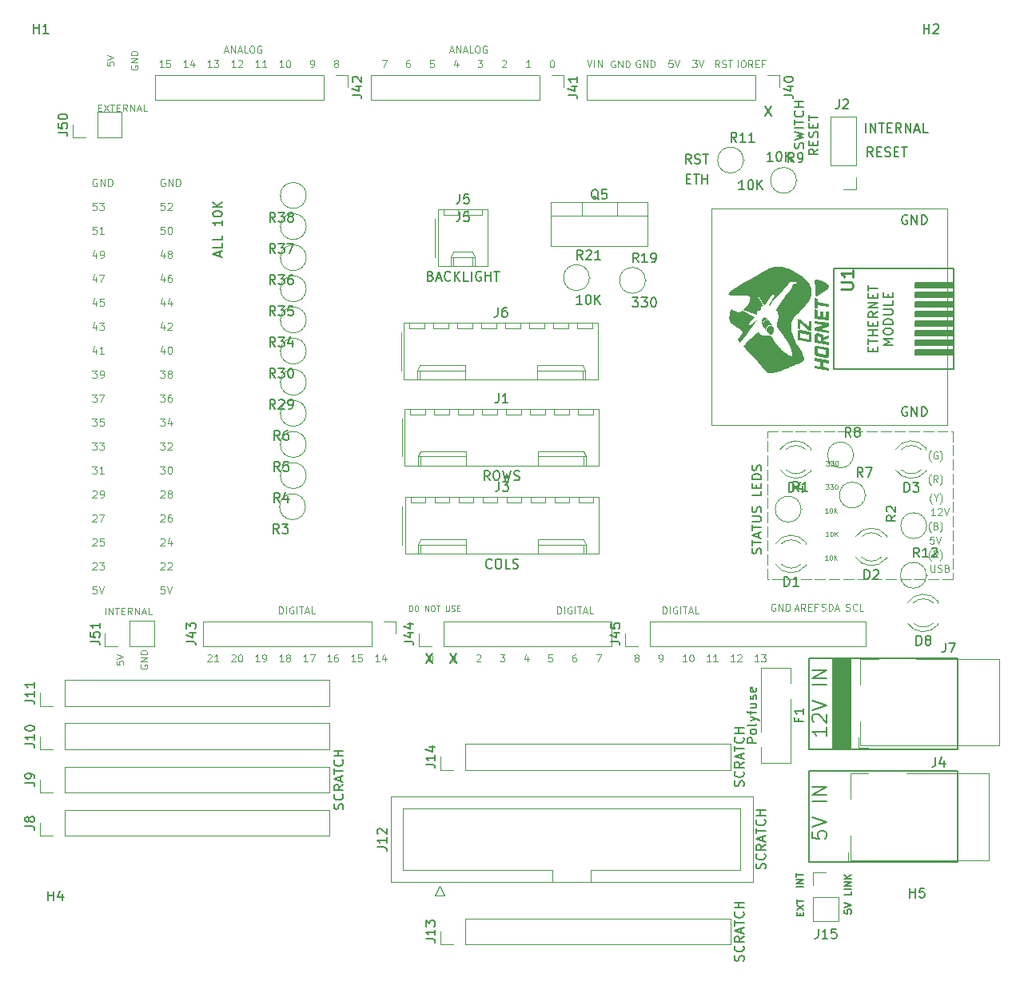
<source format=gbr>
G04 #@! TF.GenerationSoftware,KiCad,Pcbnew,9.0.5*
G04 #@! TF.CreationDate,2025-12-14T12:46:52+10:00*
G04 #@! TF.ProjectId,Jet Ranger Upper Controller,4a657420-5261-46e6-9765-722055707065,rev?*
G04 #@! TF.SameCoordinates,Original*
G04 #@! TF.FileFunction,Legend,Top*
G04 #@! TF.FilePolarity,Positive*
%FSLAX46Y46*%
G04 Gerber Fmt 4.6, Leading zero omitted, Abs format (unit mm)*
G04 Created by KiCad (PCBNEW 9.0.5) date 2025-12-14 12:46:52*
%MOMM*%
%LPD*%
G01*
G04 APERTURE LIST*
%ADD10C,0.000000*%
%ADD11C,0.100000*%
%ADD12C,0.150000*%
%ADD13C,0.200000*%
%ADD14C,0.093750*%
%ADD15C,0.254000*%
%ADD16C,0.120000*%
G04 APERTURE END LIST*
D10*
G36*
X114465231Y-67128147D02*
G01*
X114480102Y-67128924D01*
X114495699Y-67130263D01*
X114512047Y-67132160D01*
X114529166Y-67134612D01*
X114985572Y-67207108D01*
X115003857Y-67210252D01*
X115021221Y-67213779D01*
X115037688Y-67217689D01*
X115053278Y-67221980D01*
X115068016Y-67226652D01*
X115081922Y-67231703D01*
X115095019Y-67237132D01*
X115107330Y-67242939D01*
X115118876Y-67249122D01*
X115129681Y-67255680D01*
X115139765Y-67262613D01*
X115149152Y-67269919D01*
X115157865Y-67277597D01*
X115165924Y-67285646D01*
X115173352Y-67294066D01*
X115180173Y-67302855D01*
X115186407Y-67312012D01*
X115192078Y-67321536D01*
X115197207Y-67331426D01*
X115201817Y-67341682D01*
X115205930Y-67352301D01*
X115209569Y-67363284D01*
X115212755Y-67374629D01*
X115215511Y-67386335D01*
X115219823Y-67410826D01*
X115222682Y-67436749D01*
X115224267Y-67464096D01*
X115224755Y-67492858D01*
X115224755Y-67531223D01*
X115767416Y-67311883D01*
X115767416Y-67637585D01*
X115224755Y-67856925D01*
X115224755Y-67965933D01*
X115767416Y-68050070D01*
X115767416Y-68361221D01*
X114924717Y-68228132D01*
X114278076Y-68126006D01*
X114278076Y-67862216D01*
X114578642Y-67862216D01*
X114924717Y-67916985D01*
X114924717Y-67535985D01*
X114924705Y-67529643D01*
X114924618Y-67522359D01*
X114924523Y-67518658D01*
X114924382Y-67515075D01*
X114924185Y-67511727D01*
X114923924Y-67508733D01*
X114922271Y-67508324D01*
X114920277Y-67507886D01*
X114917924Y-67507417D01*
X114915192Y-67506914D01*
X114912064Y-67506374D01*
X114908520Y-67505794D01*
X114904542Y-67505170D01*
X114900111Y-67504500D01*
X114594253Y-67455551D01*
X114585455Y-67454526D01*
X114581826Y-67454100D01*
X114578642Y-67453699D01*
X114578642Y-67862216D01*
X114278076Y-67862216D01*
X114278076Y-67353423D01*
X114278470Y-67325975D01*
X114279042Y-67312348D01*
X114279937Y-67298844D01*
X114281206Y-67285512D01*
X114282904Y-67272395D01*
X114285084Y-67259541D01*
X114287800Y-67246994D01*
X114291105Y-67234801D01*
X114295052Y-67223007D01*
X114299696Y-67211658D01*
X114305089Y-67200800D01*
X114311285Y-67190478D01*
X114318338Y-67180738D01*
X114326300Y-67171626D01*
X114330640Y-67167319D01*
X114335226Y-67163187D01*
X114335490Y-67163717D01*
X114343354Y-67157518D01*
X114351680Y-67151918D01*
X114360491Y-67146913D01*
X114369808Y-67142501D01*
X114379653Y-67138677D01*
X114390050Y-67135440D01*
X114401019Y-67132785D01*
X114412583Y-67130710D01*
X114424765Y-67129212D01*
X114437585Y-67128287D01*
X114451067Y-67127933D01*
X114465231Y-67128147D01*
G37*
G36*
X114470245Y-61430549D02*
G01*
X114490007Y-61431784D01*
X114574660Y-61439938D01*
X114658141Y-61451217D01*
X114740418Y-61465637D01*
X114821460Y-61483216D01*
X114901235Y-61503972D01*
X114979712Y-61527922D01*
X115056860Y-61555083D01*
X115132647Y-61585474D01*
X115207042Y-61619110D01*
X115280013Y-61656010D01*
X115351529Y-61696192D01*
X115421559Y-61739672D01*
X115490071Y-61786468D01*
X115557035Y-61836598D01*
X115622417Y-61890078D01*
X115686188Y-61946927D01*
X115700204Y-61960320D01*
X115713284Y-61973568D01*
X115725429Y-61986680D01*
X115736643Y-61999665D01*
X115746927Y-62012535D01*
X115756285Y-62025297D01*
X115764719Y-62037963D01*
X115772231Y-62050540D01*
X115778824Y-62063040D01*
X115784501Y-62075472D01*
X115789264Y-62087845D01*
X115793116Y-62100169D01*
X115796059Y-62112453D01*
X115798096Y-62124708D01*
X115799230Y-62136943D01*
X115799462Y-62149168D01*
X115798797Y-62161391D01*
X115797235Y-62173624D01*
X115794780Y-62185875D01*
X115791434Y-62198154D01*
X115787201Y-62210471D01*
X115782081Y-62222836D01*
X115776079Y-62235257D01*
X115769197Y-62247746D01*
X115761436Y-62260310D01*
X115752800Y-62272961D01*
X115743292Y-62285707D01*
X115732913Y-62298559D01*
X115721667Y-62311525D01*
X115709556Y-62324616D01*
X115682748Y-62351210D01*
X115609568Y-62417900D01*
X115533234Y-62483214D01*
X115454395Y-62546981D01*
X115373699Y-62609026D01*
X115291793Y-62669179D01*
X115209326Y-62727267D01*
X115045301Y-62836556D01*
X114886807Y-62935513D01*
X114739029Y-63022760D01*
X114607151Y-63096916D01*
X114496356Y-63156602D01*
X114489795Y-63159773D01*
X114483171Y-63162445D01*
X114476503Y-63164631D01*
X114469806Y-63166341D01*
X114463101Y-63167584D01*
X114456403Y-63168373D01*
X114449732Y-63168717D01*
X114443105Y-63168628D01*
X114436539Y-63168116D01*
X114430053Y-63167192D01*
X114423663Y-63165867D01*
X114417389Y-63164151D01*
X114411248Y-63162054D01*
X114405257Y-63159589D01*
X114399434Y-63156765D01*
X114393797Y-63153593D01*
X114388365Y-63150083D01*
X114383153Y-63146248D01*
X114378182Y-63142096D01*
X114373467Y-63137640D01*
X114369028Y-63132889D01*
X114364881Y-63127854D01*
X114361045Y-63122547D01*
X114357537Y-63116977D01*
X114354375Y-63111155D01*
X114351577Y-63105093D01*
X114349161Y-63098801D01*
X114347144Y-63092289D01*
X114345545Y-63085569D01*
X114344380Y-63078651D01*
X114343669Y-63071545D01*
X114343427Y-63064263D01*
X114341009Y-62773680D01*
X114336846Y-62598212D01*
X114329835Y-62413024D01*
X114319313Y-62225914D01*
X114304621Y-62044679D01*
X114285098Y-61877117D01*
X114273318Y-61800901D01*
X114260084Y-61731028D01*
X114260349Y-61731027D01*
X114252928Y-61691119D01*
X114248079Y-61654131D01*
X114246640Y-61636725D01*
X114245870Y-61620042D01*
X114245779Y-61604080D01*
X114246375Y-61588834D01*
X114247667Y-61574304D01*
X114249664Y-61560486D01*
X114252375Y-61547378D01*
X114255809Y-61534979D01*
X114259975Y-61523284D01*
X114264881Y-61512292D01*
X114270537Y-61502000D01*
X114276951Y-61492406D01*
X114284133Y-61483507D01*
X114292091Y-61475301D01*
X114300834Y-61467786D01*
X114310371Y-61460958D01*
X114320712Y-61454816D01*
X114331864Y-61449357D01*
X114343837Y-61444578D01*
X114356640Y-61440477D01*
X114370282Y-61437052D01*
X114384772Y-61434300D01*
X114400117Y-61432219D01*
X114416329Y-61430805D01*
X114433415Y-61430057D01*
X114451384Y-61429973D01*
X114470245Y-61430549D01*
G37*
D11*
X109249000Y-77482000D02*
X110349000Y-77482000D01*
X110749000Y-77482000D02*
X111849000Y-77482000D01*
X112249000Y-77482000D02*
X113349000Y-77482000D01*
X113749000Y-77482000D02*
X114849000Y-77482000D01*
X115249000Y-77482000D02*
X116349000Y-77482000D01*
X116749000Y-77482000D02*
X117849000Y-77482000D01*
X118249000Y-77482000D02*
X119349000Y-77482000D01*
X119749000Y-77482000D02*
X120849000Y-77482000D01*
X121249000Y-77482000D02*
X122349000Y-77482000D01*
X122749000Y-77482000D02*
X123849000Y-77482000D01*
X124249000Y-77482000D02*
X125349000Y-77482000D01*
X125749000Y-77482000D02*
X126849000Y-77482000D01*
X127249000Y-77482000D02*
X128349000Y-77482000D01*
X128749000Y-77482000D02*
X128891800Y-77482000D01*
X128891800Y-77482000D02*
X128891800Y-78582000D01*
X128891800Y-78982000D02*
X128891800Y-80082000D01*
X128891800Y-80482000D02*
X128891800Y-81582000D01*
X128891800Y-81982000D02*
X128891800Y-83082000D01*
X128891800Y-83482000D02*
X128891800Y-84582000D01*
X128891800Y-84982000D02*
X128891800Y-86082000D01*
X128891800Y-86482000D02*
X128891800Y-87582000D01*
X128891800Y-87982000D02*
X128891800Y-89082000D01*
X128891800Y-89482000D02*
X128891800Y-90582000D01*
X128891800Y-90982000D02*
X128891800Y-92082000D01*
X128891800Y-92482000D02*
X128891800Y-93158000D01*
X128891800Y-93158000D02*
X127791800Y-93158000D01*
X127391800Y-93158000D02*
X126291800Y-93158000D01*
X125891800Y-93158000D02*
X124791800Y-93158000D01*
X124391800Y-93158000D02*
X123291800Y-93158000D01*
X122891800Y-93158000D02*
X121791800Y-93158000D01*
X121391800Y-93158000D02*
X120291800Y-93158000D01*
X119891800Y-93158000D02*
X118791800Y-93158000D01*
X118391800Y-93158000D02*
X117291800Y-93158000D01*
X116891800Y-93158000D02*
X115791800Y-93158000D01*
X115391800Y-93158000D02*
X114291800Y-93158000D01*
X113891800Y-93158000D02*
X112791800Y-93158000D01*
X112391800Y-93158000D02*
X111291800Y-93158000D01*
X110891800Y-93158000D02*
X109791800Y-93158000D01*
X109391800Y-93158000D02*
X109249000Y-93158000D01*
X109249000Y-93158000D02*
X109249000Y-92058000D01*
X109249000Y-91658000D02*
X109249000Y-90558000D01*
X109249000Y-90158000D02*
X109249000Y-89058000D01*
X109249000Y-88658000D02*
X109249000Y-87558000D01*
X109249000Y-87158000D02*
X109249000Y-86058000D01*
X109249000Y-85658000D02*
X109249000Y-84558000D01*
X109249000Y-84158000D02*
X109249000Y-83058000D01*
X109249000Y-82658000D02*
X109249000Y-81558000D01*
X109249000Y-81158000D02*
X109249000Y-80058000D01*
X109249000Y-79658000D02*
X109249000Y-78558000D01*
X109249000Y-78158000D02*
X109249000Y-77482000D01*
D10*
G36*
X114578642Y-64627421D02*
G01*
X114578642Y-65274063D01*
X114871800Y-65320894D01*
X114871800Y-64802046D01*
X115172102Y-64849142D01*
X115172102Y-65368254D01*
X115467377Y-65415086D01*
X115467377Y-64768708D01*
X115767679Y-64815804D01*
X115767679Y-65772802D01*
X114278339Y-65537587D01*
X114278339Y-64580325D01*
X114578642Y-64627421D01*
G37*
D12*
X124953042Y-66867283D02*
X129017042Y-66867283D01*
X129017042Y-67375283D01*
X124953042Y-67375283D01*
X124953042Y-66867283D01*
G36*
X124953042Y-66867283D02*
G01*
X129017042Y-66867283D01*
X129017042Y-67375283D01*
X124953042Y-67375283D01*
X124953042Y-66867283D01*
G37*
D10*
G36*
X112741904Y-65637600D02*
G01*
X113638313Y-66402775D01*
X113638313Y-65782062D01*
X113938615Y-65829158D01*
X113938615Y-66843306D01*
X113645721Y-66797797D01*
X112749577Y-66023627D01*
X112749577Y-66655452D01*
X112449274Y-66608356D01*
X112449274Y-65592092D01*
X112741904Y-65637600D01*
G37*
G36*
X112636431Y-66782071D02*
G01*
X112651301Y-66782849D01*
X112666899Y-66784188D01*
X112683246Y-66786085D01*
X112700365Y-66788537D01*
X113699432Y-66947287D01*
X113717716Y-66950428D01*
X113735081Y-66953949D01*
X113751547Y-66957847D01*
X113767138Y-66962123D01*
X113781876Y-66966774D01*
X113795782Y-66971801D01*
X113808879Y-66977202D01*
X113821190Y-66982977D01*
X113832736Y-66989124D01*
X113843541Y-66995642D01*
X113853625Y-67002531D01*
X113863013Y-67009790D01*
X113871725Y-67017418D01*
X113879784Y-67025413D01*
X113887213Y-67033775D01*
X113894033Y-67042504D01*
X113900267Y-67051597D01*
X113905938Y-67061055D01*
X113911067Y-67070876D01*
X113915677Y-67081059D01*
X113919790Y-67091604D01*
X113923429Y-67102509D01*
X113926615Y-67113774D01*
X113929372Y-67125397D01*
X113933683Y-67149716D01*
X113936542Y-67175458D01*
X113938127Y-67202617D01*
X113938615Y-67231185D01*
X113938615Y-67834435D01*
X113938221Y-67862091D01*
X113937646Y-67875830D01*
X113936747Y-67889447D01*
X113935470Y-67902895D01*
X113933760Y-67916127D01*
X113931563Y-67929097D01*
X113928826Y-67941756D01*
X113925493Y-67954059D01*
X113921511Y-67965959D01*
X113916824Y-67977408D01*
X113911380Y-67988360D01*
X113905123Y-67998768D01*
X113898000Y-68008585D01*
X113889956Y-68017764D01*
X113885571Y-68022099D01*
X113880936Y-68026258D01*
X113873145Y-68032416D01*
X113864845Y-68037992D01*
X113856022Y-68042988D01*
X113846664Y-68047404D01*
X113836757Y-68051242D01*
X113826288Y-68054503D01*
X113815244Y-68057188D01*
X113803611Y-68059298D01*
X113791377Y-68060835D01*
X113778529Y-68061799D01*
X113765052Y-68062191D01*
X113750934Y-68062014D01*
X113736163Y-68061268D01*
X113720723Y-68059954D01*
X113704604Y-68058073D01*
X113687790Y-68055627D01*
X113637784Y-68047681D01*
X112688723Y-67896877D01*
X112670438Y-67893733D01*
X112653074Y-67890206D01*
X112636607Y-67886296D01*
X112621017Y-67882005D01*
X112606279Y-67877333D01*
X112592373Y-67872282D01*
X112579276Y-67866853D01*
X112566965Y-67861046D01*
X112555419Y-67854864D01*
X112544615Y-67848305D01*
X112534530Y-67841373D01*
X112525143Y-67834067D01*
X112516431Y-67826389D01*
X112508371Y-67818339D01*
X112500943Y-67809920D01*
X112494122Y-67801131D01*
X112487888Y-67791974D01*
X112482217Y-67782450D01*
X112477088Y-67772559D01*
X112472478Y-67762304D01*
X112468365Y-67751684D01*
X112464726Y-67740701D01*
X112461540Y-67729356D01*
X112458784Y-67717651D01*
X112454472Y-67693160D01*
X112451613Y-67667237D01*
X112450029Y-67639889D01*
X112449540Y-67611127D01*
X112449540Y-67565883D01*
X112749577Y-67565883D01*
X112749594Y-67572497D01*
X112749710Y-67580303D01*
X112749836Y-67584218D01*
X112750024Y-67587909D01*
X112750286Y-67591204D01*
X112750449Y-67592648D01*
X112750636Y-67593928D01*
X112751922Y-67594373D01*
X112753633Y-67594908D01*
X112755821Y-67595524D01*
X112758540Y-67596210D01*
X112760114Y-67596578D01*
X112761841Y-67596959D01*
X112763727Y-67597354D01*
X112765779Y-67597761D01*
X112768002Y-67598178D01*
X112770405Y-67598606D01*
X112772992Y-67599042D01*
X112775771Y-67599485D01*
X113622703Y-67734687D01*
X113627329Y-67735233D01*
X113631335Y-67735679D01*
X113634795Y-67736027D01*
X113637784Y-67736275D01*
X113637784Y-67718812D01*
X113638313Y-67718812D01*
X113638313Y-67276165D01*
X113638300Y-67269823D01*
X113638213Y-67262539D01*
X113638119Y-67258838D01*
X113637978Y-67255254D01*
X113637781Y-67251907D01*
X113637518Y-67248912D01*
X113635866Y-67248503D01*
X113633872Y-67248065D01*
X113631519Y-67247596D01*
X113628787Y-67247094D01*
X113625659Y-67246554D01*
X113622115Y-67245973D01*
X113618137Y-67245349D01*
X113613706Y-67244679D01*
X112765187Y-67109477D01*
X112756390Y-67108452D01*
X112752760Y-67108026D01*
X112749577Y-67107625D01*
X112749577Y-67565883D01*
X112449540Y-67565883D01*
X112449540Y-67007877D01*
X112449934Y-66980429D01*
X112450506Y-66966801D01*
X112451400Y-66953298D01*
X112452670Y-66939966D01*
X112454368Y-66926849D01*
X112456548Y-66913995D01*
X112459263Y-66901448D01*
X112462568Y-66889255D01*
X112466516Y-66877461D01*
X112471159Y-66866112D01*
X112476552Y-66855254D01*
X112482748Y-66844932D01*
X112489801Y-66835192D01*
X112497763Y-66826080D01*
X112502103Y-66821774D01*
X112506690Y-66817641D01*
X112514553Y-66811443D01*
X112522879Y-66805843D01*
X112531690Y-66800838D01*
X112541007Y-66796425D01*
X112550853Y-66792602D01*
X112561249Y-66789364D01*
X112572219Y-66786709D01*
X112583783Y-66784635D01*
X112595964Y-66783136D01*
X112608785Y-66782212D01*
X112622266Y-66781858D01*
X112636431Y-66782071D01*
G37*
D12*
X124953042Y-61787283D02*
X129017042Y-61787283D01*
X129017042Y-62295283D01*
X124953042Y-62295283D01*
X124953042Y-61787283D01*
G36*
X124953042Y-61787283D02*
G01*
X129017042Y-61787283D01*
X129017042Y-62295283D01*
X124953042Y-62295283D01*
X124953042Y-61787283D01*
G37*
D13*
X113669042Y-101511283D02*
X129417042Y-101511283D01*
X129417042Y-111163283D01*
X113669042Y-111163283D01*
X113669042Y-101511283D01*
D12*
X124953042Y-65851283D02*
X129017042Y-65851283D01*
X129017042Y-66359283D01*
X124953042Y-66359283D01*
X124953042Y-65851283D01*
G36*
X124953042Y-65851283D02*
G01*
X129017042Y-65851283D01*
X129017042Y-66359283D01*
X124953042Y-66359283D01*
X124953042Y-65851283D01*
G37*
D10*
G36*
X109627628Y-66323299D02*
G01*
X109652852Y-66326596D01*
X109678117Y-66331647D01*
X109703361Y-66338500D01*
X109728525Y-66347206D01*
X109753550Y-66357813D01*
X109778376Y-66370371D01*
X109802944Y-66384928D01*
X109827194Y-66401534D01*
X109851067Y-66420238D01*
X109852501Y-66421453D01*
X109853926Y-66422715D01*
X109855336Y-66424022D01*
X109856726Y-66425372D01*
X109858094Y-66426762D01*
X109859434Y-66428191D01*
X109860742Y-66429654D01*
X109862014Y-66431152D01*
X109863245Y-66432680D01*
X109864433Y-66434237D01*
X109865571Y-66435820D01*
X109866656Y-66437427D01*
X109867684Y-66439056D01*
X109868651Y-66440705D01*
X109869551Y-66442370D01*
X109870381Y-66444050D01*
X109885661Y-66476565D01*
X109900742Y-66509105D01*
X109915327Y-66541793D01*
X109922341Y-66558232D01*
X109929119Y-66574754D01*
X109933770Y-66586744D01*
X109938098Y-66598801D01*
X109942104Y-66610924D01*
X109945788Y-66623111D01*
X109949149Y-66635362D01*
X109952187Y-66647675D01*
X109954903Y-66660050D01*
X109957297Y-66672485D01*
X109959368Y-66684978D01*
X109961117Y-66697530D01*
X109962543Y-66710138D01*
X109963647Y-66722801D01*
X109964428Y-66735519D01*
X109964887Y-66748289D01*
X109965024Y-66761112D01*
X109964838Y-66773986D01*
X109963373Y-66801751D01*
X109960497Y-66828904D01*
X109956259Y-66855463D01*
X109950703Y-66881448D01*
X109943878Y-66906877D01*
X109935830Y-66931771D01*
X109926606Y-66956149D01*
X109916254Y-66980030D01*
X109904819Y-67003433D01*
X109892349Y-67026379D01*
X109878890Y-67048885D01*
X109864490Y-67070972D01*
X109849196Y-67092659D01*
X109833054Y-67113966D01*
X109816112Y-67134911D01*
X109798415Y-67155515D01*
X109789974Y-67164782D01*
X109781312Y-67173719D01*
X109772421Y-67182304D01*
X109763291Y-67190518D01*
X109753914Y-67198340D01*
X109744279Y-67205749D01*
X109734377Y-67212724D01*
X109724199Y-67219246D01*
X109713736Y-67225293D01*
X109702979Y-67230846D01*
X109691918Y-67235883D01*
X109680543Y-67240384D01*
X109668846Y-67244328D01*
X109656817Y-67247696D01*
X109644447Y-67250465D01*
X109631727Y-67252617D01*
X109628641Y-67252963D01*
X109625632Y-67253201D01*
X109622693Y-67253322D01*
X109619821Y-67253319D01*
X109617011Y-67253183D01*
X109614259Y-67252905D01*
X109611559Y-67252476D01*
X109608907Y-67251889D01*
X109606299Y-67251134D01*
X109603729Y-67250203D01*
X109601194Y-67249088D01*
X109598688Y-67247780D01*
X109596206Y-67246270D01*
X109593745Y-67244550D01*
X109591300Y-67242611D01*
X109588865Y-67240446D01*
X109411065Y-67074883D01*
X109321718Y-66992647D01*
X109231677Y-66911304D01*
X109223705Y-66903906D01*
X109216267Y-66896388D01*
X109209379Y-66888732D01*
X109203053Y-66880922D01*
X109197303Y-66872944D01*
X109192145Y-66864781D01*
X109187591Y-66856417D01*
X109183655Y-66847837D01*
X109180352Y-66839024D01*
X109177696Y-66829963D01*
X109175700Y-66820637D01*
X109174378Y-66811031D01*
X109173745Y-66801129D01*
X109173814Y-66790915D01*
X109174599Y-66780373D01*
X109176115Y-66769487D01*
X109167648Y-66769487D01*
X109170828Y-66750483D01*
X109173738Y-66731408D01*
X109179455Y-66693254D01*
X109182616Y-66674281D01*
X109186214Y-66655448D01*
X109190426Y-66636806D01*
X109192818Y-66627574D01*
X109195429Y-66618410D01*
X109195429Y-66618411D01*
X109203298Y-66594943D01*
X109212577Y-66572098D01*
X109223206Y-66549925D01*
X109235126Y-66528473D01*
X109248278Y-66507791D01*
X109262601Y-66487929D01*
X109278036Y-66468935D01*
X109294524Y-66450859D01*
X109312005Y-66433750D01*
X109330419Y-66417658D01*
X109349707Y-66402631D01*
X109369809Y-66388718D01*
X109390666Y-66375969D01*
X109412218Y-66364432D01*
X109434405Y-66354158D01*
X109457168Y-66345195D01*
X109480448Y-66337593D01*
X109504184Y-66331400D01*
X109528317Y-66326665D01*
X109552787Y-66323439D01*
X109577536Y-66321770D01*
X109602502Y-66321707D01*
X109627628Y-66323299D01*
G37*
D12*
X124953042Y-68899283D02*
X129017042Y-68899283D01*
X129017042Y-69407283D01*
X124953042Y-69407283D01*
X124953042Y-68899283D01*
G36*
X124953042Y-68899283D02*
G01*
X129017042Y-68899283D01*
X129017042Y-69407283D01*
X124953042Y-69407283D01*
X124953042Y-68899283D01*
G37*
D10*
G36*
X114578642Y-63452671D02*
G01*
X114578642Y-63819119D01*
X115767679Y-64007238D01*
X115767679Y-64318122D01*
X114578642Y-64130004D01*
X114578642Y-64496187D01*
X114278339Y-64449092D01*
X114278339Y-63405575D01*
X114578642Y-63452671D01*
G37*
G36*
X115767680Y-69981794D02*
G01*
X115767680Y-70292679D01*
X115172102Y-70198752D01*
X115172102Y-70685056D01*
X115767680Y-70778983D01*
X115767680Y-71089869D01*
X114278340Y-70854654D01*
X114278340Y-70543769D01*
X114871800Y-70637696D01*
X114871800Y-70151392D01*
X114278340Y-70057465D01*
X114278340Y-69746579D01*
X115767680Y-69981794D01*
G37*
D13*
X113669042Y-113466983D02*
X129417042Y-113466983D01*
X129417042Y-123118983D01*
X113669042Y-123118983D01*
X113669042Y-113466983D01*
D10*
G36*
X105708552Y-64681892D02*
G01*
X105848682Y-64751126D01*
X105986828Y-64821624D01*
X106022385Y-64838855D01*
X106057709Y-64853345D01*
X106092783Y-64865101D01*
X106127590Y-64874128D01*
X106162113Y-64880432D01*
X106196336Y-64884021D01*
X106230241Y-64884899D01*
X106263813Y-64883074D01*
X106297035Y-64878551D01*
X106329889Y-64871337D01*
X106362360Y-64861438D01*
X106394431Y-64848860D01*
X106426084Y-64833609D01*
X106457304Y-64815692D01*
X106488073Y-64795115D01*
X106518375Y-64771883D01*
X106539306Y-64753635D01*
X106560411Y-64735039D01*
X106603042Y-64697006D01*
X106603406Y-64715659D01*
X106603526Y-64724985D01*
X106603571Y-64734312D01*
X106603590Y-64734890D01*
X106603647Y-64735482D01*
X106603740Y-64736086D01*
X106603867Y-64736701D01*
X106604027Y-64737326D01*
X106604220Y-64737958D01*
X106604443Y-64738597D01*
X106604696Y-64739240D01*
X106605283Y-64740534D01*
X106605971Y-64741828D01*
X106606749Y-64743109D01*
X106607606Y-64744366D01*
X106608531Y-64745585D01*
X106609514Y-64746755D01*
X106610543Y-64747863D01*
X106611608Y-64748897D01*
X106612698Y-64749844D01*
X106613801Y-64750691D01*
X106614908Y-64751427D01*
X106615459Y-64751749D01*
X106616007Y-64752039D01*
X107102046Y-64993604D01*
X107392294Y-65136743D01*
X107712705Y-65294700D01*
X107809145Y-65341729D01*
X107907173Y-65389156D01*
X107896404Y-65401852D01*
X107886106Y-65414127D01*
X107881033Y-65420098D01*
X107875957Y-65425954D01*
X107870837Y-65431693D01*
X107865634Y-65437310D01*
X107838713Y-65465637D01*
X107811593Y-65493865D01*
X107757155Y-65550023D01*
X107666502Y-65644181D01*
X107643738Y-65667605D01*
X107620791Y-65690852D01*
X107597590Y-65713856D01*
X107574063Y-65736554D01*
X107556499Y-65753862D01*
X107539589Y-65771629D01*
X107523280Y-65789820D01*
X107507520Y-65808397D01*
X107492257Y-65827325D01*
X107477437Y-65846566D01*
X107448915Y-65885845D01*
X107421535Y-65925943D01*
X107394874Y-65966568D01*
X107342024Y-66048233D01*
X107340419Y-66050690D01*
X107338871Y-66053193D01*
X107335901Y-66058296D01*
X107330151Y-66068606D01*
X107327190Y-66073653D01*
X107325649Y-66076114D01*
X107324053Y-66078520D01*
X107322390Y-66080860D01*
X107320649Y-66083126D01*
X107318819Y-66085307D01*
X107316888Y-66087392D01*
X107314973Y-66089453D01*
X107313194Y-66091519D01*
X107311548Y-66093591D01*
X107310032Y-66095669D01*
X107308643Y-66097753D01*
X107307377Y-66099844D01*
X107306230Y-66101942D01*
X107305201Y-66104048D01*
X107304285Y-66106162D01*
X107303480Y-66108285D01*
X107302781Y-66110416D01*
X107302187Y-66112558D01*
X107301693Y-66114709D01*
X107301296Y-66116870D01*
X107300782Y-66121225D01*
X107300618Y-66125627D01*
X107300778Y-66130079D01*
X107301237Y-66134584D01*
X107301968Y-66139147D01*
X107302946Y-66143769D01*
X107304144Y-66148456D01*
X107305537Y-66153210D01*
X107307099Y-66158035D01*
X107311745Y-66172556D01*
X107316190Y-66187135D01*
X107324660Y-66216409D01*
X107341230Y-66274981D01*
X107341493Y-66275770D01*
X107341787Y-66276552D01*
X107342112Y-66277336D01*
X107342466Y-66278127D01*
X107343262Y-66279757D01*
X107344173Y-66281496D01*
X107346327Y-66285511D01*
X107347564Y-66287891D01*
X107348903Y-66290591D01*
X108125984Y-65765658D01*
X108130747Y-65769892D01*
X108070422Y-65851383D01*
X107698947Y-66350123D01*
X107381182Y-66777954D01*
X107013676Y-67274048D01*
X106732688Y-67651873D01*
X106386349Y-68119392D01*
X106386348Y-68118862D01*
X106374707Y-68134373D01*
X106368861Y-68142191D01*
X106363065Y-68150083D01*
X106328901Y-68114629D01*
X106294538Y-68079175D01*
X106266187Y-68048057D01*
X106240981Y-68017251D01*
X106218943Y-67986663D01*
X106200098Y-67956201D01*
X106191881Y-67940989D01*
X106184472Y-67925774D01*
X106177874Y-67910544D01*
X106172090Y-67895288D01*
X106167122Y-67879995D01*
X106162975Y-67864652D01*
X106159651Y-67849249D01*
X106157153Y-67833774D01*
X106155485Y-67818215D01*
X106154649Y-67802560D01*
X106154649Y-67786799D01*
X106155487Y-67770920D01*
X106157167Y-67754910D01*
X106159692Y-67738760D01*
X106163066Y-67722456D01*
X106167290Y-67705988D01*
X106172368Y-67689344D01*
X106178304Y-67672513D01*
X106185100Y-67655482D01*
X106192760Y-67638241D01*
X106210683Y-67603082D01*
X106232096Y-67566941D01*
X106261907Y-67521952D01*
X106291595Y-67479872D01*
X106349916Y-67403675D01*
X106405693Y-67336815D01*
X106457554Y-67277756D01*
X106504133Y-67224961D01*
X106544059Y-67176895D01*
X106561099Y-67154156D01*
X106575963Y-67132022D01*
X106588480Y-67110303D01*
X106598478Y-67088806D01*
X106605786Y-67067339D01*
X106610234Y-67045711D01*
X106611649Y-67023729D01*
X106609861Y-67001201D01*
X106604699Y-66977935D01*
X106595992Y-66953739D01*
X106583568Y-66928422D01*
X106567257Y-66901791D01*
X106546887Y-66873655D01*
X106522288Y-66843820D01*
X106493287Y-66812096D01*
X106459714Y-66778290D01*
X106421399Y-66742211D01*
X106378169Y-66703665D01*
X106276282Y-66618410D01*
X106080151Y-66477995D01*
X105881986Y-66340432D01*
X105681937Y-66205598D01*
X105480150Y-66073368D01*
X105439031Y-66045971D01*
X105402129Y-66015443D01*
X105369276Y-65981965D01*
X105340303Y-65945718D01*
X105315041Y-65906884D01*
X105293324Y-65865643D01*
X105274980Y-65822175D01*
X105259844Y-65776663D01*
X105247744Y-65729286D01*
X105238515Y-65680226D01*
X105231986Y-65629664D01*
X105227989Y-65577780D01*
X105226919Y-65470771D01*
X105233956Y-65360647D01*
X105247752Y-65248855D01*
X105266959Y-65136841D01*
X105290230Y-65026054D01*
X105316216Y-64917941D01*
X105420355Y-64541166D01*
X105708552Y-64681892D01*
G37*
G36*
X110496842Y-60033021D02*
G01*
X110624533Y-60043002D01*
X110752951Y-60059475D01*
X110882116Y-60082326D01*
X111012047Y-60111440D01*
X111142765Y-60146702D01*
X111315607Y-60200705D01*
X111483148Y-60260044D01*
X111645762Y-60324608D01*
X111803822Y-60394282D01*
X111957700Y-60468952D01*
X112107771Y-60548505D01*
X112254406Y-60632828D01*
X112397981Y-60721807D01*
X112538867Y-60815328D01*
X112677438Y-60913278D01*
X112814068Y-61015543D01*
X112949129Y-61122010D01*
X113082994Y-61232565D01*
X113216038Y-61347094D01*
X113348633Y-61465485D01*
X113481152Y-61587622D01*
X113564203Y-61673071D01*
X113639068Y-61766027D01*
X113705663Y-61865781D01*
X113763901Y-61971623D01*
X113813696Y-62082846D01*
X113854962Y-62198738D01*
X113887613Y-62318592D01*
X113911563Y-62441697D01*
X113926726Y-62567345D01*
X113933016Y-62694826D01*
X113930347Y-62823431D01*
X113918632Y-62952450D01*
X113897787Y-63081176D01*
X113867724Y-63208897D01*
X113828358Y-63334905D01*
X113779602Y-63458491D01*
X113763291Y-63494871D01*
X113746215Y-63531146D01*
X113728380Y-63567265D01*
X113709798Y-63603172D01*
X113690476Y-63638815D01*
X113670423Y-63674138D01*
X113649649Y-63709088D01*
X113628161Y-63743612D01*
X113605970Y-63777655D01*
X113583085Y-63811164D01*
X113559513Y-63844084D01*
X113535264Y-63876362D01*
X113510347Y-63907944D01*
X113484770Y-63938777D01*
X113458543Y-63968805D01*
X113431675Y-63997975D01*
X113287541Y-64150033D01*
X113148352Y-64299290D01*
X112877208Y-64592197D01*
X112741452Y-64737240D01*
X112603038Y-64882275D01*
X112460066Y-65027998D01*
X112310636Y-65175107D01*
X112219097Y-65263617D01*
X112137239Y-65355047D01*
X112064733Y-65449214D01*
X112001248Y-65545934D01*
X111946455Y-65645026D01*
X111900023Y-65746305D01*
X111861622Y-65849590D01*
X111830922Y-65954697D01*
X111807592Y-66061445D01*
X111791304Y-66169649D01*
X111781726Y-66279128D01*
X111778529Y-66389698D01*
X111781382Y-66501176D01*
X111789955Y-66613381D01*
X111803919Y-66726129D01*
X111822943Y-66839237D01*
X111874850Y-67065802D01*
X111943036Y-67291616D01*
X112024859Y-67515214D01*
X112117680Y-67735136D01*
X112218857Y-67949919D01*
X112325749Y-68158100D01*
X112435716Y-68358218D01*
X112546115Y-68548809D01*
X112870593Y-69078868D01*
X112946760Y-69214197D01*
X112982554Y-69282899D01*
X113016449Y-69352443D01*
X113048162Y-69422941D01*
X113077413Y-69494503D01*
X113103921Y-69567244D01*
X113127404Y-69641273D01*
X113138141Y-69683858D01*
X113142508Y-69704229D01*
X113146194Y-69724011D01*
X113149190Y-69743225D01*
X113151486Y-69761891D01*
X113153075Y-69780029D01*
X113153945Y-69797658D01*
X113154089Y-69814800D01*
X113153496Y-69831472D01*
X113152157Y-69847696D01*
X113150063Y-69863492D01*
X113147205Y-69878879D01*
X113143574Y-69893878D01*
X113139159Y-69908508D01*
X113133953Y-69922790D01*
X113127944Y-69936743D01*
X113121125Y-69950387D01*
X113113486Y-69963742D01*
X113105018Y-69976829D01*
X113095711Y-69989667D01*
X113085556Y-70002276D01*
X113074543Y-70014676D01*
X113062664Y-70026887D01*
X113049909Y-70038929D01*
X113036269Y-70050822D01*
X113021734Y-70062586D01*
X113006295Y-70074241D01*
X112989943Y-70085807D01*
X112972669Y-70097303D01*
X112954463Y-70108751D01*
X112935317Y-70120169D01*
X112860940Y-70162869D01*
X112786042Y-70204794D01*
X112710623Y-70245864D01*
X112634684Y-70285997D01*
X112558223Y-70325113D01*
X112481242Y-70363131D01*
X112403740Y-70399971D01*
X112325716Y-70435552D01*
X112027067Y-70565678D01*
X111726431Y-70690346D01*
X111423804Y-70809557D01*
X111119183Y-70923312D01*
X110812566Y-71031609D01*
X110503948Y-71134449D01*
X110193328Y-71231832D01*
X109880701Y-71323759D01*
X109817111Y-71339868D01*
X109785944Y-71346243D01*
X109755185Y-71351503D01*
X109724828Y-71355652D01*
X109694865Y-71358693D01*
X109665288Y-71360630D01*
X109636090Y-71361466D01*
X109607264Y-71361205D01*
X109578802Y-71359850D01*
X109550697Y-71357405D01*
X109522942Y-71353873D01*
X109495528Y-71349258D01*
X109468450Y-71343564D01*
X109441698Y-71336794D01*
X109415266Y-71328951D01*
X109389147Y-71320039D01*
X109363333Y-71310062D01*
X109337816Y-71299023D01*
X109312589Y-71286926D01*
X109287645Y-71273774D01*
X109262976Y-71259571D01*
X109238576Y-71244320D01*
X109214435Y-71228025D01*
X109166907Y-71192316D01*
X109120331Y-71152473D01*
X109074649Y-71108525D01*
X109029802Y-71060498D01*
X107862989Y-69759807D01*
X107273927Y-69114645D01*
X106976420Y-68794814D01*
X106676333Y-68477371D01*
X106748729Y-68407025D01*
X106821324Y-68336878D01*
X106855956Y-68303796D01*
X106890811Y-68270864D01*
X106925913Y-68238130D01*
X106961289Y-68205644D01*
X106964224Y-68202856D01*
X106966975Y-68200040D01*
X106969534Y-68197190D01*
X106971897Y-68194296D01*
X106974059Y-68191351D01*
X106976014Y-68188348D01*
X106977756Y-68185276D01*
X106979281Y-68182129D01*
X106980582Y-68178899D01*
X106981655Y-68175576D01*
X106982493Y-68172154D01*
X106983092Y-68168623D01*
X106983446Y-68164976D01*
X106983550Y-68161205D01*
X106983398Y-68157301D01*
X106982985Y-68153257D01*
X106982459Y-68148719D01*
X106982175Y-68144325D01*
X106982138Y-68140066D01*
X106982357Y-68135931D01*
X106982835Y-68131908D01*
X106983580Y-68127989D01*
X106984598Y-68124161D01*
X106985895Y-68120415D01*
X106987478Y-68116741D01*
X106989351Y-68113128D01*
X106991523Y-68109564D01*
X106993998Y-68106041D01*
X106996784Y-68102547D01*
X106999885Y-68099073D01*
X107003309Y-68095606D01*
X107007062Y-68092138D01*
X107037272Y-68065209D01*
X107067218Y-68038035D01*
X107126555Y-67983163D01*
X107244658Y-67872798D01*
X107344704Y-67780624D01*
X107444947Y-67688648D01*
X107650000Y-67500000D01*
X107853200Y-67313205D01*
X108113814Y-67073228D01*
X108202185Y-66992993D01*
X108291349Y-66912361D01*
X108303071Y-66919277D01*
X108308679Y-66922777D01*
X108314083Y-66926363D01*
X108319256Y-66930078D01*
X108324171Y-66933964D01*
X108328801Y-66938065D01*
X108333120Y-66942424D01*
X108337102Y-66947084D01*
X108338957Y-66949540D01*
X108340718Y-66952087D01*
X108342382Y-66954731D01*
X108343944Y-66957477D01*
X108345401Y-66960331D01*
X108346751Y-66963297D01*
X108347989Y-66966382D01*
X108349113Y-66969590D01*
X108350119Y-66972927D01*
X108351003Y-66976399D01*
X108351763Y-66980010D01*
X108352395Y-66983766D01*
X108352896Y-66987673D01*
X108353262Y-66991736D01*
X108353846Y-66997046D01*
X108354786Y-67002359D01*
X108356054Y-67007669D01*
X108357619Y-67012973D01*
X108359455Y-67018266D01*
X108361531Y-67023543D01*
X108363820Y-67028802D01*
X108366293Y-67034036D01*
X108368920Y-67039243D01*
X108371674Y-67044418D01*
X108377447Y-67054653D01*
X108389245Y-67074551D01*
X108401784Y-67094396D01*
X108415164Y-67113185D01*
X108429346Y-67130965D01*
X108444291Y-67147782D01*
X108459960Y-67163685D01*
X108476314Y-67178721D01*
X108493314Y-67192937D01*
X108510921Y-67206379D01*
X108529094Y-67219096D01*
X108547796Y-67231135D01*
X108566987Y-67242543D01*
X108586629Y-67253368D01*
X108606681Y-67263656D01*
X108627104Y-67273454D01*
X108647860Y-67282811D01*
X108668910Y-67291774D01*
X108701051Y-67304292D01*
X108733551Y-67315524D01*
X108766374Y-67325572D01*
X108799482Y-67334537D01*
X108832838Y-67342523D01*
X108866405Y-67349631D01*
X108900146Y-67355964D01*
X108934023Y-67361624D01*
X108953218Y-67364406D01*
X108972495Y-67366667D01*
X108991833Y-67368507D01*
X109011215Y-67370024D01*
X109088804Y-67374853D01*
X109117222Y-67376659D01*
X109145690Y-67378193D01*
X109159926Y-67378710D01*
X109174157Y-67378983D01*
X109188375Y-67378951D01*
X109202575Y-67378557D01*
X109244708Y-67376384D01*
X109286729Y-67373422D01*
X109328576Y-67369357D01*
X109370188Y-67363873D01*
X109390887Y-67360499D01*
X109411503Y-67356651D01*
X109432029Y-67352291D01*
X109452457Y-67347377D01*
X109472780Y-67341872D01*
X109492990Y-67335735D01*
X109513079Y-67328926D01*
X109533040Y-67321407D01*
X109537871Y-67319339D01*
X109542668Y-67317116D01*
X109547471Y-67314756D01*
X109552321Y-67312279D01*
X109562321Y-67307045D01*
X109567552Y-67304326D01*
X109572991Y-67301563D01*
X109613009Y-67358349D01*
X109653425Y-67416128D01*
X109812274Y-67644000D01*
X109971718Y-67871476D01*
X110083769Y-68028770D01*
X110140564Y-68106922D01*
X110198201Y-68184478D01*
X110247629Y-68249296D01*
X110297949Y-68313495D01*
X110349262Y-68376950D01*
X110375322Y-68408359D01*
X110401666Y-68439536D01*
X110467539Y-68515678D01*
X110534355Y-68591076D01*
X110669425Y-68740632D01*
X110703179Y-68777165D01*
X110720244Y-68795265D01*
X110737455Y-68813227D01*
X110754827Y-68831027D01*
X110772376Y-68848644D01*
X110790117Y-68866056D01*
X110808066Y-68883242D01*
X110867603Y-68938830D01*
X110928018Y-68993379D01*
X110989418Y-69046744D01*
X111051913Y-69098778D01*
X111115611Y-69149337D01*
X111180620Y-69198274D01*
X111247050Y-69245444D01*
X111315008Y-69290700D01*
X111373456Y-69327148D01*
X111432747Y-69361815D01*
X111492932Y-69394610D01*
X111554059Y-69425439D01*
X111616178Y-69454210D01*
X111679339Y-69480828D01*
X111743592Y-69505202D01*
X111808985Y-69527238D01*
X111817438Y-69529837D01*
X111825956Y-69532306D01*
X111843348Y-69537027D01*
X111880687Y-69546817D01*
X111881051Y-69502698D01*
X111881022Y-69481853D01*
X111880814Y-69471583D01*
X111880423Y-69461356D01*
X111879034Y-69437548D01*
X111877248Y-69413765D01*
X111875065Y-69390031D01*
X111872485Y-69366371D01*
X111860314Y-69255180D01*
X111853584Y-69199684D01*
X111849841Y-69172004D01*
X111845763Y-69144386D01*
X111836136Y-69086838D01*
X111824956Y-69029681D01*
X111812281Y-68972908D01*
X111798171Y-68916513D01*
X111782684Y-68860491D01*
X111765879Y-68804834D01*
X111747816Y-68749537D01*
X111728552Y-68694594D01*
X111701089Y-68620755D01*
X111686820Y-68584001D01*
X111672163Y-68547387D01*
X111657097Y-68510934D01*
X111641600Y-68474663D01*
X111625650Y-68438598D01*
X111609226Y-68402759D01*
X111568764Y-68317356D01*
X111548015Y-68274832D01*
X111526840Y-68232500D01*
X111505182Y-68190415D01*
X111482982Y-68148635D01*
X111460179Y-68107214D01*
X111436717Y-68066209D01*
X111407343Y-68016472D01*
X111377396Y-67967065D01*
X111346922Y-67917967D01*
X111315968Y-67869160D01*
X111252802Y-67772348D01*
X111188273Y-67676478D01*
X111155128Y-67628566D01*
X111121453Y-67581021D01*
X111052972Y-67486705D01*
X110914694Y-67298917D01*
X110674188Y-66968452D01*
X110451144Y-66663652D01*
X110354108Y-66531129D01*
X110256675Y-66398805D01*
X110255098Y-66396534D01*
X110253734Y-66394283D01*
X110252572Y-66392046D01*
X110251602Y-66389817D01*
X110250814Y-66387592D01*
X110250196Y-66385364D01*
X110249739Y-66383128D01*
X110249432Y-66380879D01*
X110249264Y-66378612D01*
X110249226Y-66376320D01*
X110249306Y-66373999D01*
X110249494Y-66371644D01*
X110249780Y-66369247D01*
X110250153Y-66366806D01*
X110250603Y-66364313D01*
X110251119Y-66361763D01*
X110312833Y-66059179D01*
X110373356Y-65756396D01*
X110376514Y-65739581D01*
X110379276Y-65722683D01*
X110381690Y-65705716D01*
X110383807Y-65688696D01*
X110385676Y-65671639D01*
X110387346Y-65654561D01*
X110390289Y-65620401D01*
X110395271Y-65556103D01*
X110399781Y-65491780D01*
X110403646Y-65427408D01*
X110406693Y-65362961D01*
X110407154Y-65344297D01*
X110407202Y-65325614D01*
X110406921Y-65306918D01*
X110406396Y-65288216D01*
X110403518Y-65213472D01*
X110402063Y-65161216D01*
X110401560Y-65148122D01*
X110400914Y-65135039D01*
X110400082Y-65121982D01*
X110399020Y-65108961D01*
X110394811Y-65066671D01*
X110389706Y-65024584D01*
X110383379Y-64982783D01*
X110379656Y-64962015D01*
X110375506Y-64941348D01*
X110370887Y-64920793D01*
X110365759Y-64900359D01*
X110360082Y-64880058D01*
X110353814Y-64859898D01*
X110346915Y-64839890D01*
X110339345Y-64820044D01*
X110331063Y-64800370D01*
X110322027Y-64780878D01*
X110321109Y-64779046D01*
X110320144Y-64777222D01*
X110319133Y-64775410D01*
X110318079Y-64773610D01*
X110316982Y-64771826D01*
X110315846Y-64770060D01*
X110314671Y-64768314D01*
X110313461Y-64766590D01*
X110312216Y-64764892D01*
X110310939Y-64763220D01*
X110309633Y-64761578D01*
X110308297Y-64759968D01*
X110306936Y-64758391D01*
X110305550Y-64756852D01*
X110304141Y-64755351D01*
X110302712Y-64753891D01*
X110276820Y-64727552D01*
X110250755Y-64701338D01*
X110224540Y-64675272D01*
X110198202Y-64649380D01*
X110196678Y-64647868D01*
X110195286Y-64646399D01*
X110194036Y-64644962D01*
X110192935Y-64643543D01*
X110191992Y-64642130D01*
X110191583Y-64641422D01*
X110191216Y-64640711D01*
X110190893Y-64639995D01*
X110190615Y-64639273D01*
X110190383Y-64638544D01*
X110190198Y-64637805D01*
X110190061Y-64637055D01*
X110189973Y-64636293D01*
X110189936Y-64635517D01*
X110189949Y-64634725D01*
X110190015Y-64633916D01*
X110190134Y-64633089D01*
X110190308Y-64632241D01*
X110190537Y-64631372D01*
X110190823Y-64630480D01*
X110191167Y-64629563D01*
X110191569Y-64628619D01*
X110192031Y-64627647D01*
X110192554Y-64626647D01*
X110193138Y-64625615D01*
X110193786Y-64624550D01*
X110194498Y-64623452D01*
X110467019Y-64209114D01*
X110787693Y-63720163D01*
X111024495Y-63359536D01*
X111270293Y-62983564D01*
X111305880Y-62929655D01*
X111323499Y-62902601D01*
X111332157Y-62889006D01*
X111340672Y-62875349D01*
X111342721Y-62872118D01*
X111344806Y-62869084D01*
X111346940Y-62866263D01*
X111349135Y-62863674D01*
X111351403Y-62861333D01*
X111352568Y-62860260D01*
X111353755Y-62859257D01*
X111354967Y-62858323D01*
X111356205Y-62857463D01*
X111357470Y-62856677D01*
X111358763Y-62855968D01*
X111360087Y-62855338D01*
X111361443Y-62854789D01*
X111362832Y-62854324D01*
X111364255Y-62853944D01*
X111365715Y-62853652D01*
X111367212Y-62853449D01*
X111368749Y-62853339D01*
X111370326Y-62853322D01*
X111371946Y-62853401D01*
X111373610Y-62853579D01*
X111375318Y-62853857D01*
X111377074Y-62854238D01*
X111378878Y-62854723D01*
X111380731Y-62855315D01*
X111382636Y-62856016D01*
X111384593Y-62856828D01*
X111385986Y-62857409D01*
X111387339Y-62857912D01*
X111388653Y-62858339D01*
X111389928Y-62858691D01*
X111391168Y-62858969D01*
X111392372Y-62859176D01*
X111393542Y-62859312D01*
X111394680Y-62859379D01*
X111395788Y-62859378D01*
X111396865Y-62859310D01*
X111397914Y-62859178D01*
X111398936Y-62858981D01*
X111399933Y-62858723D01*
X111400906Y-62858404D01*
X111401855Y-62858025D01*
X111402783Y-62857589D01*
X111403691Y-62857096D01*
X111404580Y-62856547D01*
X111405452Y-62855945D01*
X111406308Y-62855291D01*
X111407148Y-62854585D01*
X111407976Y-62853830D01*
X111408791Y-62853027D01*
X111409596Y-62852177D01*
X111411179Y-62850343D01*
X111412736Y-62848338D01*
X111414277Y-62846174D01*
X111415814Y-62843863D01*
X111765858Y-62310199D01*
X111989430Y-61970209D01*
X112012379Y-61936061D01*
X112035501Y-61902012D01*
X112046902Y-61884901D01*
X112058077Y-61867666D01*
X112068936Y-61850257D01*
X112079388Y-61832625D01*
X112080688Y-61830432D01*
X112082009Y-61828364D01*
X112083350Y-61826418D01*
X112084712Y-61824591D01*
X112086096Y-61822880D01*
X112087501Y-61821281D01*
X112088928Y-61819792D01*
X112090377Y-61818408D01*
X112091849Y-61817127D01*
X112093343Y-61815946D01*
X112094861Y-61814861D01*
X112096402Y-61813868D01*
X112097966Y-61812966D01*
X112099555Y-61812150D01*
X112101167Y-61811417D01*
X112102805Y-61810764D01*
X112106154Y-61809686D01*
X112109604Y-61808888D01*
X112113159Y-61808345D01*
X112116819Y-61808032D01*
X112120588Y-61807921D01*
X112124468Y-61807988D01*
X112128461Y-61808205D01*
X112132570Y-61808548D01*
X112142194Y-61809519D01*
X112151818Y-61810607D01*
X112171067Y-61812914D01*
X112180691Y-61814021D01*
X112190316Y-61815022D01*
X112199940Y-61815862D01*
X112209564Y-61816485D01*
X112242588Y-61818366D01*
X112275710Y-61820024D01*
X112292277Y-61820576D01*
X112308832Y-61820839D01*
X112325363Y-61820736D01*
X112341856Y-61820190D01*
X112346679Y-61819915D01*
X112351522Y-61819491D01*
X112356379Y-61818925D01*
X112361245Y-61818222D01*
X112366113Y-61817389D01*
X112370980Y-61816432D01*
X112375838Y-61815357D01*
X112380683Y-61814171D01*
X112385510Y-61812879D01*
X112390313Y-61811488D01*
X112399825Y-61808433D01*
X112409175Y-61805055D01*
X112418321Y-61801405D01*
X112421134Y-61800166D01*
X112423771Y-61798881D01*
X112426231Y-61797553D01*
X112428514Y-61796184D01*
X112430620Y-61794776D01*
X112432549Y-61793333D01*
X112434300Y-61791855D01*
X112435874Y-61790346D01*
X112437271Y-61788808D01*
X112438490Y-61787243D01*
X112439531Y-61785654D01*
X112440394Y-61784043D01*
X112441079Y-61782412D01*
X112441587Y-61780765D01*
X112441916Y-61779102D01*
X112442067Y-61777427D01*
X112442040Y-61775742D01*
X112441835Y-61774049D01*
X112441451Y-61772351D01*
X112440888Y-61770649D01*
X112440147Y-61768948D01*
X112439227Y-61767248D01*
X112438128Y-61765552D01*
X112436850Y-61763863D01*
X112435393Y-61762182D01*
X112433757Y-61760513D01*
X112431942Y-61758858D01*
X112429947Y-61757219D01*
X112427773Y-61755598D01*
X112425419Y-61753998D01*
X112422886Y-61752421D01*
X112420173Y-61750869D01*
X112415721Y-61748488D01*
X112411201Y-61746203D01*
X112406617Y-61744014D01*
X112401974Y-61741918D01*
X112392537Y-61738000D01*
X112382932Y-61734431D01*
X112373204Y-61731198D01*
X112363395Y-61728284D01*
X112353548Y-61725674D01*
X112343708Y-61723352D01*
X112333231Y-61721273D01*
X112322649Y-61719565D01*
X112311980Y-61718180D01*
X112301243Y-61717068D01*
X112290456Y-61716179D01*
X112279638Y-61715464D01*
X112257983Y-61714357D01*
X112048698Y-61705625D01*
X111930826Y-61699970D01*
X111812954Y-61693719D01*
X111768545Y-61690965D01*
X111724186Y-61687964D01*
X111635418Y-61681813D01*
X111633763Y-61681766D01*
X111632125Y-61681823D01*
X111630504Y-61681981D01*
X111628902Y-61682239D01*
X111627322Y-61682596D01*
X111625766Y-61683049D01*
X111624235Y-61683596D01*
X111622731Y-61684235D01*
X111621256Y-61684966D01*
X111619812Y-61685785D01*
X111618400Y-61686691D01*
X111617024Y-61687682D01*
X111615684Y-61688757D01*
X111614383Y-61689913D01*
X111613122Y-61691149D01*
X111611903Y-61692462D01*
X111609601Y-61695315D01*
X111607490Y-61698458D01*
X111605586Y-61701874D01*
X111603904Y-61705551D01*
X111602459Y-61709472D01*
X111601267Y-61713623D01*
X111600342Y-61717990D01*
X111599699Y-61722558D01*
X111599353Y-61725402D01*
X111598960Y-61728338D01*
X111598597Y-61731311D01*
X111598452Y-61732795D01*
X111598343Y-61734266D01*
X111598281Y-61735719D01*
X111598276Y-61737147D01*
X111598336Y-61738542D01*
X111598471Y-61739897D01*
X111598692Y-61741206D01*
X111599008Y-61742461D01*
X111599205Y-61743067D01*
X111599429Y-61743656D01*
X111599681Y-61744228D01*
X111599963Y-61744783D01*
X111601091Y-61747060D01*
X111602046Y-61749276D01*
X111602836Y-61751434D01*
X111603467Y-61753537D01*
X111603945Y-61755585D01*
X111604277Y-61757582D01*
X111604469Y-61759529D01*
X111604528Y-61761428D01*
X111604459Y-61763281D01*
X111604269Y-61765091D01*
X111603966Y-61766859D01*
X111603554Y-61768587D01*
X111603041Y-61770278D01*
X111602432Y-61771933D01*
X111601735Y-61773555D01*
X111600956Y-61775145D01*
X111600100Y-61776706D01*
X111599175Y-61778239D01*
X111597142Y-61781231D01*
X111594907Y-61784138D01*
X111592522Y-61786977D01*
X111582501Y-61797965D01*
X111442537Y-61950894D01*
X111271881Y-62141394D01*
X111144351Y-62281623D01*
X110956497Y-62489850D01*
X110827380Y-62631402D01*
X110645347Y-62833544D01*
X110555124Y-62932234D01*
X110370180Y-63137286D01*
X110326424Y-63185043D01*
X110304584Y-63208872D01*
X110282867Y-63232801D01*
X110096601Y-63439440D01*
X109973834Y-63574906D01*
X109784392Y-63784986D01*
X109722315Y-63853480D01*
X109660038Y-63921775D01*
X109432496Y-64172336D01*
X109432437Y-64172377D01*
X109432359Y-64172400D01*
X109432262Y-64172408D01*
X109432145Y-64172402D01*
X109432008Y-64172384D01*
X109431850Y-64172355D01*
X109431471Y-64172270D01*
X109431005Y-64172161D01*
X109430450Y-64172039D01*
X109429801Y-64171917D01*
X109429441Y-64171860D01*
X109429057Y-64171807D01*
X109980978Y-63098922D01*
X109951344Y-63085693D01*
X109897303Y-63062542D01*
X109870159Y-63051165D01*
X109842865Y-63040184D01*
X109841566Y-63039775D01*
X109840160Y-63039441D01*
X109838666Y-63039183D01*
X109837102Y-63039002D01*
X109835485Y-63038898D01*
X109833833Y-63038872D01*
X109832164Y-63038926D01*
X109830496Y-63039060D01*
X109828846Y-63039274D01*
X109827233Y-63039569D01*
X109825674Y-63039947D01*
X109824187Y-63040407D01*
X109822790Y-63040952D01*
X109821501Y-63041581D01*
X109820903Y-63041927D01*
X109820338Y-63042295D01*
X109819808Y-63042684D01*
X109819317Y-63043095D01*
X109627494Y-63208988D01*
X109617391Y-63218018D01*
X109607787Y-63227421D01*
X109598636Y-63237163D01*
X109589890Y-63247208D01*
X109581505Y-63257522D01*
X109573433Y-63268068D01*
X109565627Y-63278813D01*
X109558041Y-63289719D01*
X109543344Y-63311879D01*
X109528970Y-63334264D01*
X109514546Y-63356594D01*
X109499701Y-63378586D01*
X109318230Y-63640656D01*
X109137751Y-63903520D01*
X108967624Y-64150905D01*
X108965257Y-64147998D01*
X108962928Y-64145212D01*
X108958430Y-64139892D01*
X108956286Y-64137301D01*
X108954229Y-64134720D01*
X108952272Y-64132120D01*
X108951334Y-64130804D01*
X108950426Y-64129473D01*
X108680022Y-63729953D01*
X108392949Y-63306884D01*
X108252654Y-63101171D01*
X108182804Y-62998141D01*
X108113549Y-62894664D01*
X108111172Y-62891209D01*
X108108709Y-62887886D01*
X108103539Y-62881606D01*
X108098077Y-62875770D01*
X108092358Y-62870322D01*
X108086418Y-62865210D01*
X108080295Y-62860378D01*
X108074025Y-62855772D01*
X108067644Y-62851339D01*
X108041740Y-62834240D01*
X108035351Y-62829853D01*
X108029070Y-62825312D01*
X108022933Y-62820564D01*
X108016976Y-62815554D01*
X108011949Y-62819258D01*
X108829776Y-64212819D01*
X108803376Y-64218383D01*
X108777719Y-64223600D01*
X108765155Y-64226280D01*
X108752757Y-64229115D01*
X108740522Y-64232186D01*
X108728441Y-64235572D01*
X108709036Y-64242068D01*
X108690804Y-64249633D01*
X108673739Y-64258246D01*
X108657834Y-64267885D01*
X108643084Y-64278529D01*
X108629484Y-64290155D01*
X108617027Y-64302743D01*
X108605707Y-64316271D01*
X108595519Y-64330716D01*
X108586457Y-64346057D01*
X108578515Y-64362273D01*
X108571688Y-64379341D01*
X108565968Y-64397240D01*
X108561352Y-64415948D01*
X108557832Y-64435444D01*
X108555403Y-64455706D01*
X108554626Y-64465806D01*
X108554074Y-64475865D01*
X108553597Y-64495882D01*
X108553882Y-64515786D01*
X108554841Y-64535610D01*
X108556383Y-64555385D01*
X108558417Y-64575140D01*
X108560855Y-64594909D01*
X108563606Y-64614720D01*
X108563787Y-64616583D01*
X108563838Y-64618492D01*
X108563767Y-64620440D01*
X108563581Y-64622418D01*
X108563286Y-64624418D01*
X108562889Y-64626432D01*
X108562398Y-64628449D01*
X108561820Y-64630463D01*
X108561160Y-64632465D01*
X108560427Y-64634446D01*
X108559628Y-64636397D01*
X108558769Y-64638310D01*
X108557857Y-64640177D01*
X108556899Y-64641988D01*
X108555902Y-64643737D01*
X108554874Y-64645413D01*
X108553225Y-64647805D01*
X108551463Y-64650127D01*
X108549606Y-64652390D01*
X108547673Y-64654603D01*
X108545680Y-64656777D01*
X108543647Y-64658923D01*
X108539528Y-64663173D01*
X108535459Y-64667434D01*
X108533488Y-64669596D01*
X108531583Y-64671792D01*
X108529761Y-64674033D01*
X108528041Y-64676330D01*
X108526440Y-64678692D01*
X108524976Y-64681131D01*
X108524024Y-64682833D01*
X108523051Y-64684419D01*
X108522058Y-64685892D01*
X108521045Y-64687256D01*
X108520011Y-64688514D01*
X108518958Y-64689670D01*
X108517884Y-64690726D01*
X108516791Y-64691686D01*
X108515677Y-64692553D01*
X108514543Y-64693331D01*
X108513389Y-64694023D01*
X108512214Y-64694633D01*
X108511020Y-64695163D01*
X108509805Y-64695617D01*
X108508570Y-64695999D01*
X108507315Y-64696312D01*
X108506040Y-64696558D01*
X108504745Y-64696742D01*
X108502094Y-64696936D01*
X108499362Y-64696920D01*
X108496550Y-64696721D01*
X108493657Y-64696365D01*
X108490684Y-64695879D01*
X108484495Y-64694625D01*
X108474824Y-64692595D01*
X108465162Y-64690877D01*
X108455510Y-64689477D01*
X108445870Y-64688403D01*
X108436244Y-64687662D01*
X108426633Y-64687262D01*
X108417041Y-64687210D01*
X108407468Y-64687514D01*
X108397917Y-64688180D01*
X108388390Y-64689217D01*
X108378888Y-64690631D01*
X108369414Y-64692429D01*
X108359969Y-64694620D01*
X108350555Y-64697211D01*
X108341175Y-64700209D01*
X108331830Y-64703620D01*
X108321708Y-64707854D01*
X108311970Y-64712508D01*
X108302603Y-64717570D01*
X108293594Y-64723026D01*
X108284931Y-64728864D01*
X108276601Y-64735070D01*
X108268591Y-64741631D01*
X108260889Y-64748534D01*
X108253481Y-64755765D01*
X108246355Y-64763312D01*
X108239498Y-64771161D01*
X108232897Y-64779300D01*
X108226539Y-64787714D01*
X108220412Y-64796391D01*
X108214503Y-64805318D01*
X108208799Y-64814481D01*
X108199339Y-64830865D01*
X108190576Y-64847467D01*
X108182471Y-64864273D01*
X108174982Y-64881272D01*
X108168070Y-64898450D01*
X108161695Y-64915796D01*
X108155816Y-64933297D01*
X108150392Y-64950940D01*
X108145384Y-64968714D01*
X108140752Y-64986605D01*
X108132450Y-65022692D01*
X108125166Y-65059101D01*
X108118576Y-65095733D01*
X108118056Y-65098314D01*
X108117493Y-65100905D01*
X108116261Y-65106151D01*
X108113549Y-65117165D01*
X106712051Y-64596465D01*
X106829871Y-64479886D01*
X106888013Y-64418914D01*
X106945195Y-64356281D01*
X107001078Y-64292082D01*
X107055328Y-64226413D01*
X107107606Y-64159369D01*
X107157576Y-64091045D01*
X107204902Y-64021536D01*
X107249246Y-63950938D01*
X107290271Y-63879347D01*
X107327642Y-63806857D01*
X107361020Y-63733564D01*
X107390069Y-63659564D01*
X107414453Y-63584951D01*
X107433835Y-63509821D01*
X107436205Y-63492351D01*
X107437958Y-63475124D01*
X107439094Y-63458152D01*
X107439611Y-63441448D01*
X107439511Y-63425026D01*
X107438793Y-63408897D01*
X107437456Y-63393076D01*
X107435501Y-63377575D01*
X107432926Y-63362406D01*
X107429732Y-63347584D01*
X107425919Y-63333120D01*
X107421486Y-63319028D01*
X107416434Y-63305320D01*
X107410761Y-63292011D01*
X107404467Y-63279111D01*
X107397553Y-63266636D01*
X107390019Y-63254596D01*
X107381863Y-63243006D01*
X107373085Y-63231878D01*
X107363686Y-63221226D01*
X107353665Y-63211062D01*
X107343023Y-63201398D01*
X107331757Y-63192249D01*
X107319869Y-63183627D01*
X107307359Y-63175544D01*
X107294225Y-63168015D01*
X107280468Y-63161051D01*
X107266087Y-63154666D01*
X107251083Y-63148872D01*
X107235454Y-63143683D01*
X107219201Y-63139112D01*
X107202324Y-63135171D01*
X107131978Y-63121724D01*
X107060784Y-63110743D01*
X106988965Y-63102210D01*
X106916739Y-63096112D01*
X106844328Y-63092432D01*
X106771950Y-63091155D01*
X106699827Y-63092266D01*
X106628178Y-63095748D01*
X106198925Y-63126060D01*
X105897823Y-63138964D01*
X105745062Y-63139303D01*
X105598222Y-63133452D01*
X105462847Y-63119824D01*
X105401193Y-63109598D01*
X105344484Y-63096834D01*
X105293415Y-63081332D01*
X105248678Y-63062896D01*
X105210966Y-63041325D01*
X105180974Y-63016423D01*
X105159393Y-62987991D01*
X105146917Y-62955831D01*
X105144240Y-62919744D01*
X105152053Y-62879532D01*
X105171052Y-62834998D01*
X105201928Y-62785942D01*
X105245375Y-62732167D01*
X105302087Y-62673474D01*
X105766576Y-62365101D01*
X106240369Y-62070815D01*
X106720916Y-61786742D01*
X107205664Y-61509009D01*
X108177558Y-60957076D01*
X108659599Y-60675130D01*
X109135634Y-60384034D01*
X109134578Y-60384562D01*
X109255575Y-60315552D01*
X109377082Y-60254296D01*
X109499119Y-60200680D01*
X109621704Y-60154590D01*
X109744859Y-60115909D01*
X109868602Y-60084525D01*
X109992954Y-60060321D01*
X110117934Y-60043184D01*
X110243563Y-60032998D01*
X110369859Y-60029649D01*
X110496842Y-60033021D01*
G37*
D12*
X124953042Y-63819283D02*
X129017042Y-63819283D01*
X129017042Y-64327283D01*
X124953042Y-64327283D01*
X124953042Y-63819283D01*
G36*
X124953042Y-63819283D02*
G01*
X129017042Y-63819283D01*
X129017042Y-64327283D01*
X124953042Y-64327283D01*
X124953042Y-63819283D01*
G37*
X124953042Y-64835283D02*
X129017042Y-64835283D01*
X129017042Y-65343283D01*
X124953042Y-65343283D01*
X124953042Y-64835283D01*
G36*
X124953042Y-64835283D02*
G01*
X129017042Y-64835283D01*
X129017042Y-65343283D01*
X124953042Y-65343283D01*
X124953042Y-64835283D01*
G37*
D10*
G36*
X109215640Y-65727466D02*
G01*
X109232172Y-65728677D01*
X109248556Y-65730603D01*
X109264777Y-65733227D01*
X109280818Y-65736528D01*
X109296665Y-65740490D01*
X109312303Y-65745092D01*
X109327714Y-65750317D01*
X109342885Y-65756145D01*
X109357798Y-65762559D01*
X109372440Y-65769539D01*
X109386793Y-65777067D01*
X109400843Y-65785124D01*
X109414575Y-65793691D01*
X109441018Y-65812283D01*
X109465999Y-65832693D01*
X109489394Y-65854772D01*
X109511077Y-65878371D01*
X109511342Y-65878636D01*
X109531534Y-65902695D01*
X109551250Y-65927135D01*
X109589361Y-65977061D01*
X109625884Y-66028226D01*
X109661030Y-66080447D01*
X109695010Y-66133535D01*
X109728036Y-66187305D01*
X109760317Y-66241572D01*
X109792065Y-66296148D01*
X109796583Y-66304284D01*
X109801027Y-66312420D01*
X109809792Y-66328692D01*
X109808191Y-66328364D01*
X109806660Y-66327978D01*
X109805194Y-66327537D01*
X109803789Y-66327046D01*
X109802440Y-66326509D01*
X109801141Y-66325929D01*
X109799889Y-66325311D01*
X109798679Y-66324657D01*
X109797507Y-66323972D01*
X109796366Y-66323261D01*
X109795254Y-66322526D01*
X109794165Y-66321771D01*
X109792038Y-66320220D01*
X109789948Y-66318637D01*
X109779262Y-66310309D01*
X109768433Y-66302304D01*
X109757453Y-66294641D01*
X109746317Y-66287338D01*
X109735015Y-66280415D01*
X109723543Y-66273891D01*
X109711892Y-66267785D01*
X109700056Y-66262116D01*
X109688028Y-66256902D01*
X109675800Y-66252164D01*
X109663366Y-66247919D01*
X109650719Y-66244186D01*
X109637852Y-66240986D01*
X109624758Y-66238336D01*
X109611430Y-66236256D01*
X109597861Y-66234765D01*
X109571395Y-66233181D01*
X109545477Y-66233081D01*
X109520112Y-66234450D01*
X109495302Y-66237270D01*
X109471049Y-66241526D01*
X109447358Y-66247201D01*
X109424232Y-66254279D01*
X109401672Y-66262744D01*
X109379683Y-66272580D01*
X109358268Y-66283769D01*
X109337430Y-66296297D01*
X109317171Y-66310146D01*
X109297495Y-66325300D01*
X109278405Y-66341744D01*
X109259905Y-66359460D01*
X109241996Y-66378433D01*
X109223732Y-66399713D01*
X109206748Y-66421484D01*
X109191052Y-66443748D01*
X109176652Y-66466506D01*
X109163559Y-66489761D01*
X109151779Y-66513513D01*
X109141321Y-66537765D01*
X109132194Y-66562517D01*
X109124407Y-66587772D01*
X109117968Y-66613530D01*
X109112885Y-66639794D01*
X109109167Y-66666565D01*
X109106823Y-66693844D01*
X109105861Y-66721633D01*
X109106289Y-66749934D01*
X109108117Y-66778748D01*
X109106428Y-66777453D01*
X109104921Y-66776325D01*
X109102395Y-66774448D01*
X109101345Y-66773637D01*
X109100866Y-66773250D01*
X109100415Y-66772869D01*
X109099991Y-66772492D01*
X109099591Y-66772114D01*
X109099213Y-66771731D01*
X109098856Y-66771340D01*
X109054027Y-66721529D01*
X109010097Y-66671054D01*
X108967172Y-66619823D01*
X108925356Y-66567743D01*
X108884756Y-66514719D01*
X108845476Y-66460661D01*
X108807623Y-66405473D01*
X108771302Y-66349065D01*
X108767312Y-66342459D01*
X108763580Y-66335835D01*
X108760108Y-66329187D01*
X108756899Y-66322507D01*
X108753957Y-66315790D01*
X108751285Y-66309030D01*
X108748886Y-66302220D01*
X108746762Y-66295354D01*
X108744918Y-66288426D01*
X108743356Y-66281430D01*
X108742079Y-66274360D01*
X108741090Y-66267209D01*
X108740393Y-66259971D01*
X108739991Y-66252640D01*
X108739886Y-66245210D01*
X108740081Y-66237675D01*
X108740392Y-66228150D01*
X108740578Y-66218625D01*
X108740875Y-66199575D01*
X108741468Y-66184426D01*
X108742366Y-66169347D01*
X108743589Y-66154344D01*
X108745158Y-66139423D01*
X108747093Y-66124593D01*
X108749414Y-66109859D01*
X108752142Y-66095229D01*
X108755295Y-66080711D01*
X108758895Y-66066310D01*
X108762962Y-66052033D01*
X108767515Y-66037889D01*
X108772576Y-66023883D01*
X108778163Y-66010023D01*
X108784298Y-65996316D01*
X108791000Y-65982768D01*
X108798290Y-65969387D01*
X108808642Y-65952228D01*
X108819641Y-65935763D01*
X108831262Y-65919969D01*
X108843484Y-65904829D01*
X108856282Y-65890321D01*
X108869634Y-65876426D01*
X108883516Y-65863122D01*
X108897905Y-65850391D01*
X108912778Y-65838211D01*
X108928111Y-65826564D01*
X108943882Y-65815428D01*
X108960066Y-65804783D01*
X108976641Y-65794610D01*
X108993583Y-65784888D01*
X109010870Y-65775597D01*
X109028477Y-65766716D01*
X109045609Y-65758824D01*
X109062764Y-65751852D01*
X109079927Y-65745783D01*
X109097082Y-65740597D01*
X109114214Y-65736275D01*
X109131306Y-65732800D01*
X109148344Y-65730153D01*
X109165312Y-65728315D01*
X109182195Y-65727266D01*
X109198976Y-65726990D01*
X109215640Y-65727466D01*
G37*
G36*
X115767679Y-66033152D02*
G01*
X115767679Y-66374200D01*
X114902757Y-66663125D01*
X115767679Y-66798856D01*
X115767679Y-67109742D01*
X114278339Y-66874527D01*
X114278339Y-66539300D01*
X115155169Y-66248258D01*
X114278339Y-66108823D01*
X114278339Y-65797937D01*
X115767679Y-66033152D01*
G37*
D12*
X124953042Y-62803283D02*
X129017042Y-62803283D01*
X129017042Y-63311283D01*
X124953042Y-63311283D01*
X124953042Y-62803283D01*
G36*
X124953042Y-62803283D02*
G01*
X129017042Y-62803283D01*
X129017042Y-63311283D01*
X124953042Y-63311283D01*
X124953042Y-62803283D01*
G37*
X124953042Y-67883283D02*
X129017042Y-67883283D01*
X129017042Y-68391283D01*
X124953042Y-68391283D01*
X124953042Y-67883283D01*
G36*
X124953042Y-67883283D02*
G01*
X129017042Y-67883283D01*
X129017042Y-68391283D01*
X124953042Y-68391283D01*
X124953042Y-67883283D01*
G37*
D10*
G36*
X108994963Y-65437543D02*
G01*
X109005284Y-65438308D01*
X109015513Y-65439526D01*
X109025647Y-65441197D01*
X109035679Y-65443318D01*
X109045605Y-65445887D01*
X109055419Y-65448903D01*
X109065117Y-65452364D01*
X109074692Y-65456269D01*
X109084141Y-65460615D01*
X109093458Y-65465402D01*
X109102638Y-65470627D01*
X109111675Y-65476288D01*
X109120565Y-65482385D01*
X109129302Y-65488914D01*
X109137881Y-65495876D01*
X109146298Y-65503267D01*
X109154546Y-65511086D01*
X109162622Y-65519332D01*
X109162357Y-65519332D01*
X109174379Y-65531817D01*
X109186599Y-65544107D01*
X109211437Y-65568312D01*
X109236473Y-65592369D01*
X109248942Y-65604473D01*
X109261311Y-65616698D01*
X109287914Y-65643673D01*
X109314790Y-65671169D01*
X109370849Y-65728617D01*
X109339315Y-65717143D01*
X109308111Y-65707719D01*
X109277231Y-65700335D01*
X109246672Y-65694982D01*
X109216427Y-65691650D01*
X109186492Y-65690331D01*
X109156862Y-65691014D01*
X109127531Y-65693692D01*
X109098495Y-65698353D01*
X109069748Y-65704990D01*
X109041286Y-65713593D01*
X109013103Y-65724152D01*
X108985194Y-65736658D01*
X108957555Y-65751102D01*
X108930181Y-65767475D01*
X108903065Y-65785767D01*
X108876631Y-65805957D01*
X108852437Y-65827212D01*
X108830399Y-65849492D01*
X108810432Y-65872757D01*
X108792451Y-65896967D01*
X108776371Y-65922084D01*
X108762107Y-65948067D01*
X108749574Y-65974877D01*
X108738687Y-66002475D01*
X108729363Y-66030821D01*
X108721514Y-66059876D01*
X108715058Y-66089599D01*
X108709909Y-66119952D01*
X108705981Y-66150895D01*
X108703191Y-66182388D01*
X108701453Y-66214392D01*
X108688772Y-66187864D01*
X108676652Y-66161219D01*
X108665283Y-66134387D01*
X108654853Y-66107302D01*
X108650049Y-66093642D01*
X108645552Y-66079893D01*
X108641384Y-66066047D01*
X108637568Y-66052095D01*
X108634130Y-66038027D01*
X108631092Y-66023837D01*
X108628478Y-66009515D01*
X108626311Y-65995052D01*
X108623697Y-65971245D01*
X108622182Y-65947643D01*
X108621727Y-65924240D01*
X108622297Y-65901030D01*
X108623854Y-65878008D01*
X108626362Y-65855168D01*
X108629784Y-65832503D01*
X108634083Y-65810009D01*
X108639222Y-65787679D01*
X108645165Y-65765508D01*
X108651874Y-65743490D01*
X108659313Y-65721618D01*
X108667446Y-65699887D01*
X108676234Y-65678292D01*
X108685642Y-65656826D01*
X108695632Y-65635483D01*
X108701964Y-65622881D01*
X108708662Y-65610580D01*
X108715729Y-65598590D01*
X108723173Y-65586920D01*
X108730999Y-65575580D01*
X108739211Y-65564581D01*
X108747815Y-65553931D01*
X108756817Y-65543640D01*
X108766222Y-65533718D01*
X108776035Y-65524175D01*
X108786263Y-65515020D01*
X108796909Y-65506264D01*
X108807981Y-65497915D01*
X108819483Y-65489983D01*
X108831420Y-65482478D01*
X108843799Y-65475411D01*
X108854854Y-65469647D01*
X108865890Y-65464361D01*
X108876901Y-65459551D01*
X108887884Y-65455214D01*
X108898832Y-65451350D01*
X108909740Y-65447956D01*
X108920604Y-65445031D01*
X108931417Y-65442573D01*
X108942176Y-65440581D01*
X108952874Y-65439053D01*
X108963507Y-65437986D01*
X108974070Y-65437380D01*
X108984557Y-65437233D01*
X108994963Y-65437543D01*
G37*
D12*
X116317042Y-60263283D02*
X129017042Y-60263283D01*
X129017042Y-70931283D01*
X116317042Y-70931283D01*
X116317042Y-60263283D01*
X116187336Y-101532395D02*
X118027336Y-101532395D01*
X118027336Y-111190859D01*
X116187336Y-111190859D01*
X116187336Y-101532395D01*
G36*
X116187336Y-101532395D02*
G01*
X118027336Y-101532395D01*
X118027336Y-111190859D01*
X116187336Y-111190859D01*
X116187336Y-101532395D01*
G37*
D10*
G36*
X114465231Y-68414287D02*
G01*
X114480102Y-68415064D01*
X114495699Y-68416403D01*
X114512047Y-68418300D01*
X114529166Y-68420752D01*
X115528233Y-68579502D01*
X115546517Y-68582644D01*
X115563882Y-68586164D01*
X115580348Y-68590063D01*
X115595939Y-68594338D01*
X115610676Y-68598990D01*
X115624582Y-68604016D01*
X115637680Y-68609418D01*
X115649990Y-68615192D01*
X115661537Y-68621339D01*
X115672341Y-68627858D01*
X115682426Y-68634747D01*
X115691813Y-68642005D01*
X115700525Y-68649633D01*
X115708584Y-68657628D01*
X115716013Y-68665991D01*
X115722833Y-68674719D01*
X115729068Y-68683813D01*
X115734738Y-68693270D01*
X115739867Y-68703091D01*
X115744477Y-68713274D01*
X115748591Y-68723819D01*
X115752229Y-68734724D01*
X115755415Y-68745989D01*
X115758172Y-68757612D01*
X115762483Y-68781931D01*
X115765342Y-68807674D01*
X115766927Y-68834832D01*
X115767416Y-68863400D01*
X115767416Y-69466650D01*
X115767021Y-69494307D01*
X115766446Y-69508046D01*
X115765547Y-69521663D01*
X115764270Y-69535111D01*
X115762560Y-69548343D01*
X115760364Y-69561312D01*
X115757626Y-69573972D01*
X115754293Y-69586275D01*
X115750311Y-69598174D01*
X115745624Y-69609624D01*
X115740180Y-69620576D01*
X115733923Y-69630983D01*
X115726800Y-69640800D01*
X115718756Y-69649979D01*
X115714372Y-69654314D01*
X115709737Y-69658473D01*
X115701946Y-69664631D01*
X115693646Y-69670207D01*
X115684823Y-69675203D01*
X115675465Y-69679619D01*
X115665558Y-69683457D01*
X115655089Y-69686718D01*
X115644045Y-69689403D01*
X115632413Y-69691513D01*
X115620179Y-69693049D01*
X115607330Y-69694013D01*
X115593853Y-69694406D01*
X115579736Y-69694229D01*
X115564964Y-69693483D01*
X115549525Y-69692169D01*
X115533405Y-69690288D01*
X115516592Y-69687842D01*
X115466850Y-69679938D01*
X114517525Y-69529092D01*
X114499240Y-69525948D01*
X114481875Y-69522421D01*
X114465409Y-69518511D01*
X114449818Y-69514220D01*
X114435081Y-69509548D01*
X114421175Y-69504497D01*
X114408077Y-69499068D01*
X114395767Y-69493261D01*
X114384220Y-69487078D01*
X114373416Y-69480520D01*
X114363331Y-69473588D01*
X114353944Y-69466282D01*
X114345232Y-69458604D01*
X114337172Y-69450554D01*
X114329744Y-69442135D01*
X114322923Y-69433346D01*
X114316689Y-69424189D01*
X114311018Y-69414664D01*
X114305889Y-69404774D01*
X114301279Y-69394519D01*
X114297166Y-69383899D01*
X114293527Y-69372916D01*
X114290341Y-69361571D01*
X114287585Y-69349865D01*
X114283273Y-69325375D01*
X114280414Y-69299452D01*
X114278830Y-69272105D01*
X114278341Y-69243342D01*
X114278341Y-68755714D01*
X114578114Y-68755714D01*
X114578642Y-68755715D01*
X114578642Y-69198363D01*
X114578659Y-69204977D01*
X114578775Y-69212782D01*
X114578901Y-69216697D01*
X114579089Y-69220389D01*
X114579352Y-69223684D01*
X114579515Y-69225128D01*
X114579701Y-69226409D01*
X114580987Y-69226853D01*
X114582698Y-69227388D01*
X114584887Y-69228004D01*
X114587605Y-69228690D01*
X114589180Y-69229058D01*
X114590907Y-69229439D01*
X114592793Y-69229834D01*
X114594845Y-69230241D01*
X114597068Y-69230658D01*
X114599470Y-69231086D01*
X114602058Y-69231521D01*
X114604837Y-69231965D01*
X115451769Y-69367167D01*
X115456394Y-69367712D01*
X115460400Y-69368159D01*
X115463860Y-69368506D01*
X115466850Y-69368754D01*
X115466850Y-68908644D01*
X115466837Y-68902302D01*
X115466750Y-68895018D01*
X115466656Y-68891316D01*
X115466515Y-68887733D01*
X115466318Y-68884386D01*
X115466056Y-68881391D01*
X115464403Y-68880982D01*
X115462410Y-68880544D01*
X115460056Y-68880075D01*
X115457325Y-68879573D01*
X115454196Y-68879033D01*
X115450652Y-68878452D01*
X115446674Y-68877828D01*
X115442243Y-68877158D01*
X114593725Y-68741956D01*
X114584927Y-68740931D01*
X114581298Y-68740505D01*
X114578114Y-68740104D01*
X114578114Y-68755714D01*
X114278341Y-68755714D01*
X114278341Y-68640092D01*
X114278735Y-68612644D01*
X114279307Y-68599016D01*
X114280201Y-68585513D01*
X114281471Y-68572180D01*
X114283169Y-68559064D01*
X114285349Y-68546210D01*
X114288065Y-68533663D01*
X114291369Y-68521470D01*
X114295317Y-68509676D01*
X114299960Y-68498327D01*
X114305353Y-68487468D01*
X114311550Y-68477146D01*
X114318602Y-68467407D01*
X114326565Y-68458295D01*
X114330904Y-68453988D01*
X114335491Y-68449856D01*
X114335490Y-68449856D01*
X114343354Y-68443658D01*
X114351680Y-68438058D01*
X114360491Y-68433053D01*
X114369808Y-68428640D01*
X114379653Y-68424817D01*
X114390050Y-68421579D01*
X114401019Y-68418925D01*
X114412583Y-68416850D01*
X114424765Y-68415352D01*
X114437585Y-68414427D01*
X114451067Y-68414073D01*
X114465231Y-68414287D01*
G37*
D11*
X58005067Y-38917414D02*
X57576496Y-38917414D01*
X57790781Y-38917414D02*
X57790781Y-38167414D01*
X57790781Y-38167414D02*
X57719353Y-38274557D01*
X57719353Y-38274557D02*
X57647924Y-38345985D01*
X57647924Y-38345985D02*
X57576496Y-38381700D01*
X58469353Y-38167414D02*
X58540782Y-38167414D01*
X58540782Y-38167414D02*
X58612210Y-38203128D01*
X58612210Y-38203128D02*
X58647925Y-38238842D01*
X58647925Y-38238842D02*
X58683639Y-38310271D01*
X58683639Y-38310271D02*
X58719353Y-38453128D01*
X58719353Y-38453128D02*
X58719353Y-38631700D01*
X58719353Y-38631700D02*
X58683639Y-38774557D01*
X58683639Y-38774557D02*
X58647925Y-38845985D01*
X58647925Y-38845985D02*
X58612210Y-38881700D01*
X58612210Y-38881700D02*
X58540782Y-38917414D01*
X58540782Y-38917414D02*
X58469353Y-38917414D01*
X58469353Y-38917414D02*
X58397925Y-38881700D01*
X58397925Y-38881700D02*
X58362210Y-38845985D01*
X58362210Y-38845985D02*
X58326496Y-38774557D01*
X58326496Y-38774557D02*
X58290782Y-38631700D01*
X58290782Y-38631700D02*
X58290782Y-38453128D01*
X58290782Y-38453128D02*
X58326496Y-38310271D01*
X58326496Y-38310271D02*
X58362210Y-38238842D01*
X58362210Y-38238842D02*
X58397925Y-38203128D01*
X58397925Y-38203128D02*
X58469353Y-38167414D01*
X115712783Y-88633609D02*
X115427069Y-88633609D01*
X115569926Y-88633609D02*
X115569926Y-88133609D01*
X115569926Y-88133609D02*
X115522307Y-88205038D01*
X115522307Y-88205038D02*
X115474688Y-88252657D01*
X115474688Y-88252657D02*
X115427069Y-88276466D01*
X116022306Y-88133609D02*
X116069925Y-88133609D01*
X116069925Y-88133609D02*
X116117544Y-88157419D01*
X116117544Y-88157419D02*
X116141354Y-88181228D01*
X116141354Y-88181228D02*
X116165163Y-88228847D01*
X116165163Y-88228847D02*
X116188973Y-88324085D01*
X116188973Y-88324085D02*
X116188973Y-88443133D01*
X116188973Y-88443133D02*
X116165163Y-88538371D01*
X116165163Y-88538371D02*
X116141354Y-88585990D01*
X116141354Y-88585990D02*
X116117544Y-88609800D01*
X116117544Y-88609800D02*
X116069925Y-88633609D01*
X116069925Y-88633609D02*
X116022306Y-88633609D01*
X116022306Y-88633609D02*
X115974687Y-88609800D01*
X115974687Y-88609800D02*
X115950878Y-88585990D01*
X115950878Y-88585990D02*
X115927068Y-88538371D01*
X115927068Y-88538371D02*
X115903259Y-88443133D01*
X115903259Y-88443133D02*
X115903259Y-88324085D01*
X115903259Y-88324085D02*
X115927068Y-88228847D01*
X115927068Y-88228847D02*
X115950878Y-88181228D01*
X115950878Y-88181228D02*
X115974687Y-88157419D01*
X115974687Y-88157419D02*
X116022306Y-88133609D01*
X116403258Y-88633609D02*
X116403258Y-88133609D01*
X116688972Y-88633609D02*
X116474687Y-88347895D01*
X116688972Y-88133609D02*
X116403258Y-88419323D01*
X75618783Y-37179128D02*
X75975926Y-37179128D01*
X75547354Y-37393414D02*
X75797354Y-36643414D01*
X75797354Y-36643414D02*
X76047354Y-37393414D01*
X76297354Y-37393414D02*
X76297354Y-36643414D01*
X76297354Y-36643414D02*
X76725925Y-37393414D01*
X76725925Y-37393414D02*
X76725925Y-36643414D01*
X77047354Y-37179128D02*
X77404497Y-37179128D01*
X76975925Y-37393414D02*
X77225925Y-36643414D01*
X77225925Y-36643414D02*
X77475925Y-37393414D01*
X78083068Y-37393414D02*
X77725925Y-37393414D01*
X77725925Y-37393414D02*
X77725925Y-36643414D01*
X78475925Y-36643414D02*
X78618782Y-36643414D01*
X78618782Y-36643414D02*
X78690211Y-36679128D01*
X78690211Y-36679128D02*
X78761639Y-36750557D01*
X78761639Y-36750557D02*
X78797354Y-36893414D01*
X78797354Y-36893414D02*
X78797354Y-37143414D01*
X78797354Y-37143414D02*
X78761639Y-37286271D01*
X78761639Y-37286271D02*
X78690211Y-37357700D01*
X78690211Y-37357700D02*
X78618782Y-37393414D01*
X78618782Y-37393414D02*
X78475925Y-37393414D01*
X78475925Y-37393414D02*
X78404497Y-37357700D01*
X78404497Y-37357700D02*
X78333068Y-37286271D01*
X78333068Y-37286271D02*
X78297354Y-37143414D01*
X78297354Y-37143414D02*
X78297354Y-36893414D01*
X78297354Y-36893414D02*
X78333068Y-36750557D01*
X78333068Y-36750557D02*
X78404497Y-36679128D01*
X78404497Y-36679128D02*
X78475925Y-36643414D01*
X79511639Y-36679128D02*
X79440211Y-36643414D01*
X79440211Y-36643414D02*
X79333068Y-36643414D01*
X79333068Y-36643414D02*
X79225925Y-36679128D01*
X79225925Y-36679128D02*
X79154496Y-36750557D01*
X79154496Y-36750557D02*
X79118782Y-36821985D01*
X79118782Y-36821985D02*
X79083068Y-36964842D01*
X79083068Y-36964842D02*
X79083068Y-37071985D01*
X79083068Y-37071985D02*
X79118782Y-37214842D01*
X79118782Y-37214842D02*
X79154496Y-37286271D01*
X79154496Y-37286271D02*
X79225925Y-37357700D01*
X79225925Y-37357700D02*
X79333068Y-37393414D01*
X79333068Y-37393414D02*
X79404496Y-37393414D01*
X79404496Y-37393414D02*
X79511639Y-37357700D01*
X79511639Y-37357700D02*
X79547353Y-37321985D01*
X79547353Y-37321985D02*
X79547353Y-37071985D01*
X79547353Y-37071985D02*
X79404496Y-37071985D01*
X103253217Y-101909414D02*
X102824646Y-101909414D01*
X103038931Y-101909414D02*
X103038931Y-101159414D01*
X103038931Y-101159414D02*
X102967503Y-101266557D01*
X102967503Y-101266557D02*
X102896074Y-101337985D01*
X102896074Y-101337985D02*
X102824646Y-101373700D01*
X103967503Y-101909414D02*
X103538932Y-101909414D01*
X103753217Y-101909414D02*
X103753217Y-101159414D01*
X103753217Y-101159414D02*
X103681789Y-101266557D01*
X103681789Y-101266557D02*
X103610360Y-101337985D01*
X103610360Y-101337985D02*
X103538932Y-101373700D01*
X95755925Y-38203128D02*
X95684497Y-38167414D01*
X95684497Y-38167414D02*
X95577354Y-38167414D01*
X95577354Y-38167414D02*
X95470211Y-38203128D01*
X95470211Y-38203128D02*
X95398782Y-38274557D01*
X95398782Y-38274557D02*
X95363068Y-38345985D01*
X95363068Y-38345985D02*
X95327354Y-38488842D01*
X95327354Y-38488842D02*
X95327354Y-38595985D01*
X95327354Y-38595985D02*
X95363068Y-38738842D01*
X95363068Y-38738842D02*
X95398782Y-38810271D01*
X95398782Y-38810271D02*
X95470211Y-38881700D01*
X95470211Y-38881700D02*
X95577354Y-38917414D01*
X95577354Y-38917414D02*
X95648782Y-38917414D01*
X95648782Y-38917414D02*
X95755925Y-38881700D01*
X95755925Y-38881700D02*
X95791639Y-38845985D01*
X95791639Y-38845985D02*
X95791639Y-38595985D01*
X95791639Y-38595985D02*
X95648782Y-38595985D01*
X96113068Y-38917414D02*
X96113068Y-38167414D01*
X96113068Y-38167414D02*
X96541639Y-38917414D01*
X96541639Y-38917414D02*
X96541639Y-38167414D01*
X96898782Y-38917414D02*
X96898782Y-38167414D01*
X96898782Y-38167414D02*
X97077353Y-38167414D01*
X97077353Y-38167414D02*
X97184496Y-38203128D01*
X97184496Y-38203128D02*
X97255925Y-38274557D01*
X97255925Y-38274557D02*
X97291639Y-38345985D01*
X97291639Y-38345985D02*
X97327353Y-38488842D01*
X97327353Y-38488842D02*
X97327353Y-38595985D01*
X97327353Y-38595985D02*
X97291639Y-38738842D01*
X97291639Y-38738842D02*
X97255925Y-38810271D01*
X97255925Y-38810271D02*
X97184496Y-38881700D01*
X97184496Y-38881700D02*
X97077353Y-38917414D01*
X97077353Y-38917414D02*
X96898782Y-38917414D01*
X68415067Y-38167414D02*
X68915067Y-38167414D01*
X68915067Y-38167414D02*
X68593639Y-38917414D01*
X38372211Y-43198157D02*
X38622211Y-43198157D01*
X38729354Y-43591014D02*
X38372211Y-43591014D01*
X38372211Y-43591014D02*
X38372211Y-42841014D01*
X38372211Y-42841014D02*
X38729354Y-42841014D01*
X38979353Y-42841014D02*
X39479353Y-43591014D01*
X39479353Y-42841014D02*
X38979353Y-43591014D01*
X39657925Y-42841014D02*
X40086497Y-42841014D01*
X39872211Y-43591014D02*
X39872211Y-42841014D01*
X40336497Y-43198157D02*
X40586497Y-43198157D01*
X40693640Y-43591014D02*
X40336497Y-43591014D01*
X40336497Y-43591014D02*
X40336497Y-42841014D01*
X40336497Y-42841014D02*
X40693640Y-42841014D01*
X41443639Y-43591014D02*
X41193639Y-43233871D01*
X41015068Y-43591014D02*
X41015068Y-42841014D01*
X41015068Y-42841014D02*
X41300782Y-42841014D01*
X41300782Y-42841014D02*
X41372211Y-42876728D01*
X41372211Y-42876728D02*
X41407925Y-42912442D01*
X41407925Y-42912442D02*
X41443639Y-42983871D01*
X41443639Y-42983871D02*
X41443639Y-43091014D01*
X41443639Y-43091014D02*
X41407925Y-43162442D01*
X41407925Y-43162442D02*
X41372211Y-43198157D01*
X41372211Y-43198157D02*
X41300782Y-43233871D01*
X41300782Y-43233871D02*
X41015068Y-43233871D01*
X41765068Y-43591014D02*
X41765068Y-42841014D01*
X41765068Y-42841014D02*
X42193639Y-43591014D01*
X42193639Y-43591014D02*
X42193639Y-42841014D01*
X42515068Y-43376728D02*
X42872211Y-43376728D01*
X42443639Y-43591014D02*
X42693639Y-42841014D01*
X42693639Y-42841014D02*
X42943639Y-43591014D01*
X43550782Y-43591014D02*
X43193639Y-43591014D01*
X43193639Y-43591014D02*
X43193639Y-42841014D01*
X52496496Y-101230842D02*
X52532210Y-101195128D01*
X52532210Y-101195128D02*
X52603639Y-101159414D01*
X52603639Y-101159414D02*
X52782210Y-101159414D01*
X52782210Y-101159414D02*
X52853639Y-101195128D01*
X52853639Y-101195128D02*
X52889353Y-101230842D01*
X52889353Y-101230842D02*
X52925067Y-101302271D01*
X52925067Y-101302271D02*
X52925067Y-101373700D01*
X52925067Y-101373700D02*
X52889353Y-101480842D01*
X52889353Y-101480842D02*
X52460781Y-101909414D01*
X52460781Y-101909414D02*
X52925067Y-101909414D01*
X53389353Y-101159414D02*
X53460782Y-101159414D01*
X53460782Y-101159414D02*
X53532210Y-101195128D01*
X53532210Y-101195128D02*
X53567925Y-101230842D01*
X53567925Y-101230842D02*
X53603639Y-101302271D01*
X53603639Y-101302271D02*
X53639353Y-101445128D01*
X53639353Y-101445128D02*
X53639353Y-101623700D01*
X53639353Y-101623700D02*
X53603639Y-101766557D01*
X53603639Y-101766557D02*
X53567925Y-101837985D01*
X53567925Y-101837985D02*
X53532210Y-101873700D01*
X53532210Y-101873700D02*
X53460782Y-101909414D01*
X53460782Y-101909414D02*
X53389353Y-101909414D01*
X53389353Y-101909414D02*
X53317925Y-101873700D01*
X53317925Y-101873700D02*
X53282210Y-101837985D01*
X53282210Y-101837985D02*
X53246496Y-101766557D01*
X53246496Y-101766557D02*
X53210782Y-101623700D01*
X53210782Y-101623700D02*
X53210782Y-101445128D01*
X53210782Y-101445128D02*
X53246496Y-101302271D01*
X53246496Y-101302271D02*
X53282210Y-101230842D01*
X53282210Y-101230842D02*
X53317925Y-101195128D01*
X53317925Y-101195128D02*
X53389353Y-101159414D01*
X115427069Y-83133609D02*
X115736593Y-83133609D01*
X115736593Y-83133609D02*
X115569926Y-83324085D01*
X115569926Y-83324085D02*
X115641355Y-83324085D01*
X115641355Y-83324085D02*
X115688974Y-83347895D01*
X115688974Y-83347895D02*
X115712783Y-83371704D01*
X115712783Y-83371704D02*
X115736593Y-83419323D01*
X115736593Y-83419323D02*
X115736593Y-83538371D01*
X115736593Y-83538371D02*
X115712783Y-83585990D01*
X115712783Y-83585990D02*
X115688974Y-83609800D01*
X115688974Y-83609800D02*
X115641355Y-83633609D01*
X115641355Y-83633609D02*
X115498498Y-83633609D01*
X115498498Y-83633609D02*
X115450879Y-83609800D01*
X115450879Y-83609800D02*
X115427069Y-83585990D01*
X115903259Y-83133609D02*
X116212783Y-83133609D01*
X116212783Y-83133609D02*
X116046116Y-83324085D01*
X116046116Y-83324085D02*
X116117545Y-83324085D01*
X116117545Y-83324085D02*
X116165164Y-83347895D01*
X116165164Y-83347895D02*
X116188973Y-83371704D01*
X116188973Y-83371704D02*
X116212783Y-83419323D01*
X116212783Y-83419323D02*
X116212783Y-83538371D01*
X116212783Y-83538371D02*
X116188973Y-83585990D01*
X116188973Y-83585990D02*
X116165164Y-83609800D01*
X116165164Y-83609800D02*
X116117545Y-83633609D01*
X116117545Y-83633609D02*
X115974688Y-83633609D01*
X115974688Y-83633609D02*
X115927069Y-83609800D01*
X115927069Y-83609800D02*
X115903259Y-83585990D01*
X116522306Y-83133609D02*
X116569925Y-83133609D01*
X116569925Y-83133609D02*
X116617544Y-83157419D01*
X116617544Y-83157419D02*
X116641354Y-83181228D01*
X116641354Y-83181228D02*
X116665163Y-83228847D01*
X116665163Y-83228847D02*
X116688973Y-83324085D01*
X116688973Y-83324085D02*
X116688973Y-83443133D01*
X116688973Y-83443133D02*
X116665163Y-83538371D01*
X116665163Y-83538371D02*
X116641354Y-83585990D01*
X116641354Y-83585990D02*
X116617544Y-83609800D01*
X116617544Y-83609800D02*
X116569925Y-83633609D01*
X116569925Y-83633609D02*
X116522306Y-83633609D01*
X116522306Y-83633609D02*
X116474687Y-83609800D01*
X116474687Y-83609800D02*
X116450878Y-83585990D01*
X116450878Y-83585990D02*
X116427068Y-83538371D01*
X116427068Y-83538371D02*
X116403259Y-83443133D01*
X116403259Y-83443133D02*
X116403259Y-83324085D01*
X116403259Y-83324085D02*
X116427068Y-83228847D01*
X116427068Y-83228847D02*
X116450878Y-83181228D01*
X116450878Y-83181228D02*
X116474687Y-83157419D01*
X116474687Y-83157419D02*
X116522306Y-83133609D01*
X60902210Y-38917414D02*
X61045067Y-38917414D01*
X61045067Y-38917414D02*
X61116496Y-38881700D01*
X61116496Y-38881700D02*
X61152210Y-38845985D01*
X61152210Y-38845985D02*
X61223639Y-38738842D01*
X61223639Y-38738842D02*
X61259353Y-38595985D01*
X61259353Y-38595985D02*
X61259353Y-38310271D01*
X61259353Y-38310271D02*
X61223639Y-38238842D01*
X61223639Y-38238842D02*
X61187925Y-38203128D01*
X61187925Y-38203128D02*
X61116496Y-38167414D01*
X61116496Y-38167414D02*
X60973639Y-38167414D01*
X60973639Y-38167414D02*
X60902210Y-38203128D01*
X60902210Y-38203128D02*
X60866496Y-38238842D01*
X60866496Y-38238842D02*
X60830782Y-38310271D01*
X60830782Y-38310271D02*
X60830782Y-38488842D01*
X60830782Y-38488842D02*
X60866496Y-38560271D01*
X60866496Y-38560271D02*
X60902210Y-38595985D01*
X60902210Y-38595985D02*
X60973639Y-38631700D01*
X60973639Y-38631700D02*
X61116496Y-38631700D01*
X61116496Y-38631700D02*
X61187925Y-38595985D01*
X61187925Y-38595985D02*
X61223639Y-38560271D01*
X61223639Y-38560271D02*
X61259353Y-38488842D01*
X63513639Y-38488842D02*
X63442210Y-38453128D01*
X63442210Y-38453128D02*
X63406496Y-38417414D01*
X63406496Y-38417414D02*
X63370782Y-38345985D01*
X63370782Y-38345985D02*
X63370782Y-38310271D01*
X63370782Y-38310271D02*
X63406496Y-38238842D01*
X63406496Y-38238842D02*
X63442210Y-38203128D01*
X63442210Y-38203128D02*
X63513639Y-38167414D01*
X63513639Y-38167414D02*
X63656496Y-38167414D01*
X63656496Y-38167414D02*
X63727925Y-38203128D01*
X63727925Y-38203128D02*
X63763639Y-38238842D01*
X63763639Y-38238842D02*
X63799353Y-38310271D01*
X63799353Y-38310271D02*
X63799353Y-38345985D01*
X63799353Y-38345985D02*
X63763639Y-38417414D01*
X63763639Y-38417414D02*
X63727925Y-38453128D01*
X63727925Y-38453128D02*
X63656496Y-38488842D01*
X63656496Y-38488842D02*
X63513639Y-38488842D01*
X63513639Y-38488842D02*
X63442210Y-38524557D01*
X63442210Y-38524557D02*
X63406496Y-38560271D01*
X63406496Y-38560271D02*
X63370782Y-38631700D01*
X63370782Y-38631700D02*
X63370782Y-38774557D01*
X63370782Y-38774557D02*
X63406496Y-38845985D01*
X63406496Y-38845985D02*
X63442210Y-38881700D01*
X63442210Y-38881700D02*
X63513639Y-38917414D01*
X63513639Y-38917414D02*
X63656496Y-38917414D01*
X63656496Y-38917414D02*
X63727925Y-38881700D01*
X63727925Y-38881700D02*
X63763639Y-38845985D01*
X63763639Y-38845985D02*
X63799353Y-38774557D01*
X63799353Y-38774557D02*
X63799353Y-38631700D01*
X63799353Y-38631700D02*
X63763639Y-38560271D01*
X63763639Y-38560271D02*
X63727925Y-38524557D01*
X63727925Y-38524557D02*
X63656496Y-38488842D01*
D13*
X75681531Y-101078616D02*
X76348197Y-102078616D01*
X76348197Y-101078616D02*
X75681531Y-102078616D01*
D11*
X55465067Y-38917414D02*
X55036496Y-38917414D01*
X55250781Y-38917414D02*
X55250781Y-38167414D01*
X55250781Y-38167414D02*
X55179353Y-38274557D01*
X55179353Y-38274557D02*
X55107924Y-38345985D01*
X55107924Y-38345985D02*
X55036496Y-38381700D01*
X56179353Y-38917414D02*
X55750782Y-38917414D01*
X55965067Y-38917414D02*
X55965067Y-38167414D01*
X55965067Y-38167414D02*
X55893639Y-38274557D01*
X55893639Y-38274557D02*
X55822210Y-38345985D01*
X55822210Y-38345985D02*
X55750782Y-38381700D01*
X80944931Y-101159414D02*
X81409217Y-101159414D01*
X81409217Y-101159414D02*
X81159217Y-101445128D01*
X81159217Y-101445128D02*
X81266360Y-101445128D01*
X81266360Y-101445128D02*
X81337789Y-101480842D01*
X81337789Y-101480842D02*
X81373503Y-101516557D01*
X81373503Y-101516557D02*
X81409217Y-101587985D01*
X81409217Y-101587985D02*
X81409217Y-101766557D01*
X81409217Y-101766557D02*
X81373503Y-101837985D01*
X81373503Y-101837985D02*
X81337789Y-101873700D01*
X81337789Y-101873700D02*
X81266360Y-101909414D01*
X81266360Y-101909414D02*
X81052074Y-101909414D01*
X81052074Y-101909414D02*
X80980646Y-101873700D01*
X80980646Y-101873700D02*
X80944931Y-101837985D01*
D13*
X106809523Y-51867219D02*
X106238095Y-51867219D01*
X106523809Y-51867219D02*
X106523809Y-50867219D01*
X106523809Y-50867219D02*
X106428571Y-51010076D01*
X106428571Y-51010076D02*
X106333333Y-51105314D01*
X106333333Y-51105314D02*
X106238095Y-51152933D01*
X107428571Y-50867219D02*
X107523809Y-50867219D01*
X107523809Y-50867219D02*
X107619047Y-50914838D01*
X107619047Y-50914838D02*
X107666666Y-50962457D01*
X107666666Y-50962457D02*
X107714285Y-51057695D01*
X107714285Y-51057695D02*
X107761904Y-51248171D01*
X107761904Y-51248171D02*
X107761904Y-51486266D01*
X107761904Y-51486266D02*
X107714285Y-51676742D01*
X107714285Y-51676742D02*
X107666666Y-51771980D01*
X107666666Y-51771980D02*
X107619047Y-51819600D01*
X107619047Y-51819600D02*
X107523809Y-51867219D01*
X107523809Y-51867219D02*
X107428571Y-51867219D01*
X107428571Y-51867219D02*
X107333333Y-51819600D01*
X107333333Y-51819600D02*
X107285714Y-51771980D01*
X107285714Y-51771980D02*
X107238095Y-51676742D01*
X107238095Y-51676742D02*
X107190476Y-51486266D01*
X107190476Y-51486266D02*
X107190476Y-51248171D01*
X107190476Y-51248171D02*
X107238095Y-51057695D01*
X107238095Y-51057695D02*
X107285714Y-50962457D01*
X107285714Y-50962457D02*
X107333333Y-50914838D01*
X107333333Y-50914838D02*
X107428571Y-50867219D01*
X108190476Y-51867219D02*
X108190476Y-50867219D01*
X108761904Y-51867219D02*
X108333333Y-51295790D01*
X108761904Y-50867219D02*
X108190476Y-51438647D01*
D11*
X95347503Y-101480842D02*
X95276074Y-101445128D01*
X95276074Y-101445128D02*
X95240360Y-101409414D01*
X95240360Y-101409414D02*
X95204646Y-101337985D01*
X95204646Y-101337985D02*
X95204646Y-101302271D01*
X95204646Y-101302271D02*
X95240360Y-101230842D01*
X95240360Y-101230842D02*
X95276074Y-101195128D01*
X95276074Y-101195128D02*
X95347503Y-101159414D01*
X95347503Y-101159414D02*
X95490360Y-101159414D01*
X95490360Y-101159414D02*
X95561789Y-101195128D01*
X95561789Y-101195128D02*
X95597503Y-101230842D01*
X95597503Y-101230842D02*
X95633217Y-101302271D01*
X95633217Y-101302271D02*
X95633217Y-101337985D01*
X95633217Y-101337985D02*
X95597503Y-101409414D01*
X95597503Y-101409414D02*
X95561789Y-101445128D01*
X95561789Y-101445128D02*
X95490360Y-101480842D01*
X95490360Y-101480842D02*
X95347503Y-101480842D01*
X95347503Y-101480842D02*
X95276074Y-101516557D01*
X95276074Y-101516557D02*
X95240360Y-101552271D01*
X95240360Y-101552271D02*
X95204646Y-101623700D01*
X95204646Y-101623700D02*
X95204646Y-101766557D01*
X95204646Y-101766557D02*
X95240360Y-101837985D01*
X95240360Y-101837985D02*
X95276074Y-101873700D01*
X95276074Y-101873700D02*
X95347503Y-101909414D01*
X95347503Y-101909414D02*
X95490360Y-101909414D01*
X95490360Y-101909414D02*
X95561789Y-101873700D01*
X95561789Y-101873700D02*
X95597503Y-101837985D01*
X95597503Y-101837985D02*
X95633217Y-101766557D01*
X95633217Y-101766557D02*
X95633217Y-101623700D01*
X95633217Y-101623700D02*
X95597503Y-101552271D01*
X95597503Y-101552271D02*
X95561789Y-101516557D01*
X95561789Y-101516557D02*
X95490360Y-101480842D01*
X112170783Y-96324763D02*
X112527926Y-96324763D01*
X112099354Y-96539049D02*
X112349354Y-95789049D01*
X112349354Y-95789049D02*
X112599354Y-96539049D01*
X113277925Y-96539049D02*
X113027925Y-96181906D01*
X112849354Y-96539049D02*
X112849354Y-95789049D01*
X112849354Y-95789049D02*
X113135068Y-95789049D01*
X113135068Y-95789049D02*
X113206497Y-95824763D01*
X113206497Y-95824763D02*
X113242211Y-95860477D01*
X113242211Y-95860477D02*
X113277925Y-95931906D01*
X113277925Y-95931906D02*
X113277925Y-96039049D01*
X113277925Y-96039049D02*
X113242211Y-96110477D01*
X113242211Y-96110477D02*
X113206497Y-96146192D01*
X113206497Y-96146192D02*
X113135068Y-96181906D01*
X113135068Y-96181906D02*
X112849354Y-96181906D01*
X113599354Y-96146192D02*
X113849354Y-96146192D01*
X113956497Y-96539049D02*
X113599354Y-96539049D01*
X113599354Y-96539049D02*
X113599354Y-95789049D01*
X113599354Y-95789049D02*
X113956497Y-95789049D01*
X114527925Y-96146192D02*
X114277925Y-96146192D01*
X114277925Y-96539049D02*
X114277925Y-95789049D01*
X114277925Y-95789049D02*
X114635068Y-95789049D01*
X38225312Y-50758448D02*
X38149122Y-50720877D01*
X38149122Y-50720877D02*
X38034836Y-50720877D01*
X38034836Y-50720877D02*
X37920550Y-50758448D01*
X37920550Y-50758448D02*
X37844360Y-50833591D01*
X37844360Y-50833591D02*
X37806265Y-50908734D01*
X37806265Y-50908734D02*
X37768169Y-51059020D01*
X37768169Y-51059020D02*
X37768169Y-51171734D01*
X37768169Y-51171734D02*
X37806265Y-51322020D01*
X37806265Y-51322020D02*
X37844360Y-51397163D01*
X37844360Y-51397163D02*
X37920550Y-51472306D01*
X37920550Y-51472306D02*
X38034836Y-51509877D01*
X38034836Y-51509877D02*
X38111027Y-51509877D01*
X38111027Y-51509877D02*
X38225312Y-51472306D01*
X38225312Y-51472306D02*
X38263408Y-51434734D01*
X38263408Y-51434734D02*
X38263408Y-51171734D01*
X38263408Y-51171734D02*
X38111027Y-51171734D01*
X38606265Y-51509877D02*
X38606265Y-50720877D01*
X38606265Y-50720877D02*
X39063408Y-51509877D01*
X39063408Y-51509877D02*
X39063408Y-50720877D01*
X39444360Y-51509877D02*
X39444360Y-50720877D01*
X39444360Y-50720877D02*
X39634836Y-50720877D01*
X39634836Y-50720877D02*
X39749122Y-50758448D01*
X39749122Y-50758448D02*
X39825312Y-50833591D01*
X39825312Y-50833591D02*
X39863407Y-50908734D01*
X39863407Y-50908734D02*
X39901503Y-51059020D01*
X39901503Y-51059020D02*
X39901503Y-51171734D01*
X39901503Y-51171734D02*
X39863407Y-51322020D01*
X39863407Y-51322020D02*
X39825312Y-51397163D01*
X39825312Y-51397163D02*
X39749122Y-51472306D01*
X39749122Y-51472306D02*
X39634836Y-51509877D01*
X39634836Y-51509877D02*
X39444360Y-51509877D01*
X38187217Y-53261369D02*
X37806265Y-53261369D01*
X37806265Y-53261369D02*
X37768169Y-53637083D01*
X37768169Y-53637083D02*
X37806265Y-53599512D01*
X37806265Y-53599512D02*
X37882455Y-53561940D01*
X37882455Y-53561940D02*
X38072931Y-53561940D01*
X38072931Y-53561940D02*
X38149122Y-53599512D01*
X38149122Y-53599512D02*
X38187217Y-53637083D01*
X38187217Y-53637083D02*
X38225312Y-53712226D01*
X38225312Y-53712226D02*
X38225312Y-53900083D01*
X38225312Y-53900083D02*
X38187217Y-53975226D01*
X38187217Y-53975226D02*
X38149122Y-54012798D01*
X38149122Y-54012798D02*
X38072931Y-54050369D01*
X38072931Y-54050369D02*
X37882455Y-54050369D01*
X37882455Y-54050369D02*
X37806265Y-54012798D01*
X37806265Y-54012798D02*
X37768169Y-53975226D01*
X38491979Y-53261369D02*
X38987217Y-53261369D01*
X38987217Y-53261369D02*
X38720551Y-53561940D01*
X38720551Y-53561940D02*
X38834836Y-53561940D01*
X38834836Y-53561940D02*
X38911027Y-53599512D01*
X38911027Y-53599512D02*
X38949122Y-53637083D01*
X38949122Y-53637083D02*
X38987217Y-53712226D01*
X38987217Y-53712226D02*
X38987217Y-53900083D01*
X38987217Y-53900083D02*
X38949122Y-53975226D01*
X38949122Y-53975226D02*
X38911027Y-54012798D01*
X38911027Y-54012798D02*
X38834836Y-54050369D01*
X38834836Y-54050369D02*
X38606265Y-54050369D01*
X38606265Y-54050369D02*
X38530074Y-54012798D01*
X38530074Y-54012798D02*
X38491979Y-53975226D01*
X38187217Y-55801861D02*
X37806265Y-55801861D01*
X37806265Y-55801861D02*
X37768169Y-56177575D01*
X37768169Y-56177575D02*
X37806265Y-56140004D01*
X37806265Y-56140004D02*
X37882455Y-56102432D01*
X37882455Y-56102432D02*
X38072931Y-56102432D01*
X38072931Y-56102432D02*
X38149122Y-56140004D01*
X38149122Y-56140004D02*
X38187217Y-56177575D01*
X38187217Y-56177575D02*
X38225312Y-56252718D01*
X38225312Y-56252718D02*
X38225312Y-56440575D01*
X38225312Y-56440575D02*
X38187217Y-56515718D01*
X38187217Y-56515718D02*
X38149122Y-56553290D01*
X38149122Y-56553290D02*
X38072931Y-56590861D01*
X38072931Y-56590861D02*
X37882455Y-56590861D01*
X37882455Y-56590861D02*
X37806265Y-56553290D01*
X37806265Y-56553290D02*
X37768169Y-56515718D01*
X38987217Y-56590861D02*
X38530074Y-56590861D01*
X38758646Y-56590861D02*
X38758646Y-55801861D01*
X38758646Y-55801861D02*
X38682455Y-55914575D01*
X38682455Y-55914575D02*
X38606265Y-55989718D01*
X38606265Y-55989718D02*
X38530074Y-56027290D01*
X38149122Y-58605353D02*
X38149122Y-59131353D01*
X37958646Y-58304782D02*
X37768169Y-58868353D01*
X37768169Y-58868353D02*
X38263408Y-58868353D01*
X38606265Y-59131353D02*
X38758646Y-59131353D01*
X38758646Y-59131353D02*
X38834836Y-59093782D01*
X38834836Y-59093782D02*
X38872932Y-59056210D01*
X38872932Y-59056210D02*
X38949122Y-58943496D01*
X38949122Y-58943496D02*
X38987217Y-58793210D01*
X38987217Y-58793210D02*
X38987217Y-58492639D01*
X38987217Y-58492639D02*
X38949122Y-58417496D01*
X38949122Y-58417496D02*
X38911027Y-58379924D01*
X38911027Y-58379924D02*
X38834836Y-58342353D01*
X38834836Y-58342353D02*
X38682455Y-58342353D01*
X38682455Y-58342353D02*
X38606265Y-58379924D01*
X38606265Y-58379924D02*
X38568170Y-58417496D01*
X38568170Y-58417496D02*
X38530074Y-58492639D01*
X38530074Y-58492639D02*
X38530074Y-58680496D01*
X38530074Y-58680496D02*
X38568170Y-58755639D01*
X38568170Y-58755639D02*
X38606265Y-58793210D01*
X38606265Y-58793210D02*
X38682455Y-58830782D01*
X38682455Y-58830782D02*
X38834836Y-58830782D01*
X38834836Y-58830782D02*
X38911027Y-58793210D01*
X38911027Y-58793210D02*
X38949122Y-58755639D01*
X38949122Y-58755639D02*
X38987217Y-58680496D01*
X38149122Y-61145845D02*
X38149122Y-61671845D01*
X37958646Y-60845274D02*
X37768169Y-61408845D01*
X37768169Y-61408845D02*
X38263408Y-61408845D01*
X38491979Y-60882845D02*
X39025313Y-60882845D01*
X39025313Y-60882845D02*
X38682455Y-61671845D01*
X38149122Y-63686337D02*
X38149122Y-64212337D01*
X37958646Y-63385766D02*
X37768169Y-63949337D01*
X37768169Y-63949337D02*
X38263408Y-63949337D01*
X38949122Y-63423337D02*
X38568170Y-63423337D01*
X38568170Y-63423337D02*
X38530074Y-63799051D01*
X38530074Y-63799051D02*
X38568170Y-63761480D01*
X38568170Y-63761480D02*
X38644360Y-63723908D01*
X38644360Y-63723908D02*
X38834836Y-63723908D01*
X38834836Y-63723908D02*
X38911027Y-63761480D01*
X38911027Y-63761480D02*
X38949122Y-63799051D01*
X38949122Y-63799051D02*
X38987217Y-63874194D01*
X38987217Y-63874194D02*
X38987217Y-64062051D01*
X38987217Y-64062051D02*
X38949122Y-64137194D01*
X38949122Y-64137194D02*
X38911027Y-64174766D01*
X38911027Y-64174766D02*
X38834836Y-64212337D01*
X38834836Y-64212337D02*
X38644360Y-64212337D01*
X38644360Y-64212337D02*
X38568170Y-64174766D01*
X38568170Y-64174766D02*
X38530074Y-64137194D01*
X38149122Y-66226829D02*
X38149122Y-66752829D01*
X37958646Y-65926258D02*
X37768169Y-66489829D01*
X37768169Y-66489829D02*
X38263408Y-66489829D01*
X38491979Y-65963829D02*
X38987217Y-65963829D01*
X38987217Y-65963829D02*
X38720551Y-66264400D01*
X38720551Y-66264400D02*
X38834836Y-66264400D01*
X38834836Y-66264400D02*
X38911027Y-66301972D01*
X38911027Y-66301972D02*
X38949122Y-66339543D01*
X38949122Y-66339543D02*
X38987217Y-66414686D01*
X38987217Y-66414686D02*
X38987217Y-66602543D01*
X38987217Y-66602543D02*
X38949122Y-66677686D01*
X38949122Y-66677686D02*
X38911027Y-66715258D01*
X38911027Y-66715258D02*
X38834836Y-66752829D01*
X38834836Y-66752829D02*
X38606265Y-66752829D01*
X38606265Y-66752829D02*
X38530074Y-66715258D01*
X38530074Y-66715258D02*
X38491979Y-66677686D01*
X38149122Y-68767321D02*
X38149122Y-69293321D01*
X37958646Y-68466750D02*
X37768169Y-69030321D01*
X37768169Y-69030321D02*
X38263408Y-69030321D01*
X38987217Y-69293321D02*
X38530074Y-69293321D01*
X38758646Y-69293321D02*
X38758646Y-68504321D01*
X38758646Y-68504321D02*
X38682455Y-68617035D01*
X38682455Y-68617035D02*
X38606265Y-68692178D01*
X38606265Y-68692178D02*
X38530074Y-68729750D01*
X37730074Y-71044813D02*
X38225312Y-71044813D01*
X38225312Y-71044813D02*
X37958646Y-71345384D01*
X37958646Y-71345384D02*
X38072931Y-71345384D01*
X38072931Y-71345384D02*
X38149122Y-71382956D01*
X38149122Y-71382956D02*
X38187217Y-71420527D01*
X38187217Y-71420527D02*
X38225312Y-71495670D01*
X38225312Y-71495670D02*
X38225312Y-71683527D01*
X38225312Y-71683527D02*
X38187217Y-71758670D01*
X38187217Y-71758670D02*
X38149122Y-71796242D01*
X38149122Y-71796242D02*
X38072931Y-71833813D01*
X38072931Y-71833813D02*
X37844360Y-71833813D01*
X37844360Y-71833813D02*
X37768169Y-71796242D01*
X37768169Y-71796242D02*
X37730074Y-71758670D01*
X38606265Y-71833813D02*
X38758646Y-71833813D01*
X38758646Y-71833813D02*
X38834836Y-71796242D01*
X38834836Y-71796242D02*
X38872932Y-71758670D01*
X38872932Y-71758670D02*
X38949122Y-71645956D01*
X38949122Y-71645956D02*
X38987217Y-71495670D01*
X38987217Y-71495670D02*
X38987217Y-71195099D01*
X38987217Y-71195099D02*
X38949122Y-71119956D01*
X38949122Y-71119956D02*
X38911027Y-71082384D01*
X38911027Y-71082384D02*
X38834836Y-71044813D01*
X38834836Y-71044813D02*
X38682455Y-71044813D01*
X38682455Y-71044813D02*
X38606265Y-71082384D01*
X38606265Y-71082384D02*
X38568170Y-71119956D01*
X38568170Y-71119956D02*
X38530074Y-71195099D01*
X38530074Y-71195099D02*
X38530074Y-71382956D01*
X38530074Y-71382956D02*
X38568170Y-71458099D01*
X38568170Y-71458099D02*
X38606265Y-71495670D01*
X38606265Y-71495670D02*
X38682455Y-71533242D01*
X38682455Y-71533242D02*
X38834836Y-71533242D01*
X38834836Y-71533242D02*
X38911027Y-71495670D01*
X38911027Y-71495670D02*
X38949122Y-71458099D01*
X38949122Y-71458099D02*
X38987217Y-71382956D01*
X37730074Y-73585305D02*
X38225312Y-73585305D01*
X38225312Y-73585305D02*
X37958646Y-73885876D01*
X37958646Y-73885876D02*
X38072931Y-73885876D01*
X38072931Y-73885876D02*
X38149122Y-73923448D01*
X38149122Y-73923448D02*
X38187217Y-73961019D01*
X38187217Y-73961019D02*
X38225312Y-74036162D01*
X38225312Y-74036162D02*
X38225312Y-74224019D01*
X38225312Y-74224019D02*
X38187217Y-74299162D01*
X38187217Y-74299162D02*
X38149122Y-74336734D01*
X38149122Y-74336734D02*
X38072931Y-74374305D01*
X38072931Y-74374305D02*
X37844360Y-74374305D01*
X37844360Y-74374305D02*
X37768169Y-74336734D01*
X37768169Y-74336734D02*
X37730074Y-74299162D01*
X38491979Y-73585305D02*
X39025313Y-73585305D01*
X39025313Y-73585305D02*
X38682455Y-74374305D01*
X37730074Y-76125797D02*
X38225312Y-76125797D01*
X38225312Y-76125797D02*
X37958646Y-76426368D01*
X37958646Y-76426368D02*
X38072931Y-76426368D01*
X38072931Y-76426368D02*
X38149122Y-76463940D01*
X38149122Y-76463940D02*
X38187217Y-76501511D01*
X38187217Y-76501511D02*
X38225312Y-76576654D01*
X38225312Y-76576654D02*
X38225312Y-76764511D01*
X38225312Y-76764511D02*
X38187217Y-76839654D01*
X38187217Y-76839654D02*
X38149122Y-76877226D01*
X38149122Y-76877226D02*
X38072931Y-76914797D01*
X38072931Y-76914797D02*
X37844360Y-76914797D01*
X37844360Y-76914797D02*
X37768169Y-76877226D01*
X37768169Y-76877226D02*
X37730074Y-76839654D01*
X38949122Y-76125797D02*
X38568170Y-76125797D01*
X38568170Y-76125797D02*
X38530074Y-76501511D01*
X38530074Y-76501511D02*
X38568170Y-76463940D01*
X38568170Y-76463940D02*
X38644360Y-76426368D01*
X38644360Y-76426368D02*
X38834836Y-76426368D01*
X38834836Y-76426368D02*
X38911027Y-76463940D01*
X38911027Y-76463940D02*
X38949122Y-76501511D01*
X38949122Y-76501511D02*
X38987217Y-76576654D01*
X38987217Y-76576654D02*
X38987217Y-76764511D01*
X38987217Y-76764511D02*
X38949122Y-76839654D01*
X38949122Y-76839654D02*
X38911027Y-76877226D01*
X38911027Y-76877226D02*
X38834836Y-76914797D01*
X38834836Y-76914797D02*
X38644360Y-76914797D01*
X38644360Y-76914797D02*
X38568170Y-76877226D01*
X38568170Y-76877226D02*
X38530074Y-76839654D01*
X37730074Y-78666289D02*
X38225312Y-78666289D01*
X38225312Y-78666289D02*
X37958646Y-78966860D01*
X37958646Y-78966860D02*
X38072931Y-78966860D01*
X38072931Y-78966860D02*
X38149122Y-79004432D01*
X38149122Y-79004432D02*
X38187217Y-79042003D01*
X38187217Y-79042003D02*
X38225312Y-79117146D01*
X38225312Y-79117146D02*
X38225312Y-79305003D01*
X38225312Y-79305003D02*
X38187217Y-79380146D01*
X38187217Y-79380146D02*
X38149122Y-79417718D01*
X38149122Y-79417718D02*
X38072931Y-79455289D01*
X38072931Y-79455289D02*
X37844360Y-79455289D01*
X37844360Y-79455289D02*
X37768169Y-79417718D01*
X37768169Y-79417718D02*
X37730074Y-79380146D01*
X38491979Y-78666289D02*
X38987217Y-78666289D01*
X38987217Y-78666289D02*
X38720551Y-78966860D01*
X38720551Y-78966860D02*
X38834836Y-78966860D01*
X38834836Y-78966860D02*
X38911027Y-79004432D01*
X38911027Y-79004432D02*
X38949122Y-79042003D01*
X38949122Y-79042003D02*
X38987217Y-79117146D01*
X38987217Y-79117146D02*
X38987217Y-79305003D01*
X38987217Y-79305003D02*
X38949122Y-79380146D01*
X38949122Y-79380146D02*
X38911027Y-79417718D01*
X38911027Y-79417718D02*
X38834836Y-79455289D01*
X38834836Y-79455289D02*
X38606265Y-79455289D01*
X38606265Y-79455289D02*
X38530074Y-79417718D01*
X38530074Y-79417718D02*
X38491979Y-79380146D01*
X37730074Y-81206781D02*
X38225312Y-81206781D01*
X38225312Y-81206781D02*
X37958646Y-81507352D01*
X37958646Y-81507352D02*
X38072931Y-81507352D01*
X38072931Y-81507352D02*
X38149122Y-81544924D01*
X38149122Y-81544924D02*
X38187217Y-81582495D01*
X38187217Y-81582495D02*
X38225312Y-81657638D01*
X38225312Y-81657638D02*
X38225312Y-81845495D01*
X38225312Y-81845495D02*
X38187217Y-81920638D01*
X38187217Y-81920638D02*
X38149122Y-81958210D01*
X38149122Y-81958210D02*
X38072931Y-81995781D01*
X38072931Y-81995781D02*
X37844360Y-81995781D01*
X37844360Y-81995781D02*
X37768169Y-81958210D01*
X37768169Y-81958210D02*
X37730074Y-81920638D01*
X38987217Y-81995781D02*
X38530074Y-81995781D01*
X38758646Y-81995781D02*
X38758646Y-81206781D01*
X38758646Y-81206781D02*
X38682455Y-81319495D01*
X38682455Y-81319495D02*
X38606265Y-81394638D01*
X38606265Y-81394638D02*
X38530074Y-81432210D01*
X37768169Y-83822416D02*
X37806265Y-83784844D01*
X37806265Y-83784844D02*
X37882455Y-83747273D01*
X37882455Y-83747273D02*
X38072931Y-83747273D01*
X38072931Y-83747273D02*
X38149122Y-83784844D01*
X38149122Y-83784844D02*
X38187217Y-83822416D01*
X38187217Y-83822416D02*
X38225312Y-83897559D01*
X38225312Y-83897559D02*
X38225312Y-83972702D01*
X38225312Y-83972702D02*
X38187217Y-84085416D01*
X38187217Y-84085416D02*
X37730074Y-84536273D01*
X37730074Y-84536273D02*
X38225312Y-84536273D01*
X38606265Y-84536273D02*
X38758646Y-84536273D01*
X38758646Y-84536273D02*
X38834836Y-84498702D01*
X38834836Y-84498702D02*
X38872932Y-84461130D01*
X38872932Y-84461130D02*
X38949122Y-84348416D01*
X38949122Y-84348416D02*
X38987217Y-84198130D01*
X38987217Y-84198130D02*
X38987217Y-83897559D01*
X38987217Y-83897559D02*
X38949122Y-83822416D01*
X38949122Y-83822416D02*
X38911027Y-83784844D01*
X38911027Y-83784844D02*
X38834836Y-83747273D01*
X38834836Y-83747273D02*
X38682455Y-83747273D01*
X38682455Y-83747273D02*
X38606265Y-83784844D01*
X38606265Y-83784844D02*
X38568170Y-83822416D01*
X38568170Y-83822416D02*
X38530074Y-83897559D01*
X38530074Y-83897559D02*
X38530074Y-84085416D01*
X38530074Y-84085416D02*
X38568170Y-84160559D01*
X38568170Y-84160559D02*
X38606265Y-84198130D01*
X38606265Y-84198130D02*
X38682455Y-84235702D01*
X38682455Y-84235702D02*
X38834836Y-84235702D01*
X38834836Y-84235702D02*
X38911027Y-84198130D01*
X38911027Y-84198130D02*
X38949122Y-84160559D01*
X38949122Y-84160559D02*
X38987217Y-84085416D01*
X37768169Y-86362908D02*
X37806265Y-86325336D01*
X37806265Y-86325336D02*
X37882455Y-86287765D01*
X37882455Y-86287765D02*
X38072931Y-86287765D01*
X38072931Y-86287765D02*
X38149122Y-86325336D01*
X38149122Y-86325336D02*
X38187217Y-86362908D01*
X38187217Y-86362908D02*
X38225312Y-86438051D01*
X38225312Y-86438051D02*
X38225312Y-86513194D01*
X38225312Y-86513194D02*
X38187217Y-86625908D01*
X38187217Y-86625908D02*
X37730074Y-87076765D01*
X37730074Y-87076765D02*
X38225312Y-87076765D01*
X38491979Y-86287765D02*
X39025313Y-86287765D01*
X39025313Y-86287765D02*
X38682455Y-87076765D01*
X37768169Y-88903400D02*
X37806265Y-88865828D01*
X37806265Y-88865828D02*
X37882455Y-88828257D01*
X37882455Y-88828257D02*
X38072931Y-88828257D01*
X38072931Y-88828257D02*
X38149122Y-88865828D01*
X38149122Y-88865828D02*
X38187217Y-88903400D01*
X38187217Y-88903400D02*
X38225312Y-88978543D01*
X38225312Y-88978543D02*
X38225312Y-89053686D01*
X38225312Y-89053686D02*
X38187217Y-89166400D01*
X38187217Y-89166400D02*
X37730074Y-89617257D01*
X37730074Y-89617257D02*
X38225312Y-89617257D01*
X38949122Y-88828257D02*
X38568170Y-88828257D01*
X38568170Y-88828257D02*
X38530074Y-89203971D01*
X38530074Y-89203971D02*
X38568170Y-89166400D01*
X38568170Y-89166400D02*
X38644360Y-89128828D01*
X38644360Y-89128828D02*
X38834836Y-89128828D01*
X38834836Y-89128828D02*
X38911027Y-89166400D01*
X38911027Y-89166400D02*
X38949122Y-89203971D01*
X38949122Y-89203971D02*
X38987217Y-89279114D01*
X38987217Y-89279114D02*
X38987217Y-89466971D01*
X38987217Y-89466971D02*
X38949122Y-89542114D01*
X38949122Y-89542114D02*
X38911027Y-89579686D01*
X38911027Y-89579686D02*
X38834836Y-89617257D01*
X38834836Y-89617257D02*
X38644360Y-89617257D01*
X38644360Y-89617257D02*
X38568170Y-89579686D01*
X38568170Y-89579686D02*
X38530074Y-89542114D01*
X37768169Y-91443892D02*
X37806265Y-91406320D01*
X37806265Y-91406320D02*
X37882455Y-91368749D01*
X37882455Y-91368749D02*
X38072931Y-91368749D01*
X38072931Y-91368749D02*
X38149122Y-91406320D01*
X38149122Y-91406320D02*
X38187217Y-91443892D01*
X38187217Y-91443892D02*
X38225312Y-91519035D01*
X38225312Y-91519035D02*
X38225312Y-91594178D01*
X38225312Y-91594178D02*
X38187217Y-91706892D01*
X38187217Y-91706892D02*
X37730074Y-92157749D01*
X37730074Y-92157749D02*
X38225312Y-92157749D01*
X38491979Y-91368749D02*
X38987217Y-91368749D01*
X38987217Y-91368749D02*
X38720551Y-91669320D01*
X38720551Y-91669320D02*
X38834836Y-91669320D01*
X38834836Y-91669320D02*
X38911027Y-91706892D01*
X38911027Y-91706892D02*
X38949122Y-91744463D01*
X38949122Y-91744463D02*
X38987217Y-91819606D01*
X38987217Y-91819606D02*
X38987217Y-92007463D01*
X38987217Y-92007463D02*
X38949122Y-92082606D01*
X38949122Y-92082606D02*
X38911027Y-92120178D01*
X38911027Y-92120178D02*
X38834836Y-92157749D01*
X38834836Y-92157749D02*
X38606265Y-92157749D01*
X38606265Y-92157749D02*
X38530074Y-92120178D01*
X38530074Y-92120178D02*
X38491979Y-92082606D01*
X38187217Y-93909241D02*
X37806265Y-93909241D01*
X37806265Y-93909241D02*
X37768169Y-94284955D01*
X37768169Y-94284955D02*
X37806265Y-94247384D01*
X37806265Y-94247384D02*
X37882455Y-94209812D01*
X37882455Y-94209812D02*
X38072931Y-94209812D01*
X38072931Y-94209812D02*
X38149122Y-94247384D01*
X38149122Y-94247384D02*
X38187217Y-94284955D01*
X38187217Y-94284955D02*
X38225312Y-94360098D01*
X38225312Y-94360098D02*
X38225312Y-94547955D01*
X38225312Y-94547955D02*
X38187217Y-94623098D01*
X38187217Y-94623098D02*
X38149122Y-94660670D01*
X38149122Y-94660670D02*
X38072931Y-94698241D01*
X38072931Y-94698241D02*
X37882455Y-94698241D01*
X37882455Y-94698241D02*
X37806265Y-94660670D01*
X37806265Y-94660670D02*
X37768169Y-94623098D01*
X38453884Y-93909241D02*
X38720551Y-94698241D01*
X38720551Y-94698241D02*
X38987217Y-93909241D01*
D13*
X114625219Y-47595864D02*
X114149028Y-47929197D01*
X114625219Y-48167292D02*
X113625219Y-48167292D01*
X113625219Y-48167292D02*
X113625219Y-47786340D01*
X113625219Y-47786340D02*
X113672838Y-47691102D01*
X113672838Y-47691102D02*
X113720457Y-47643483D01*
X113720457Y-47643483D02*
X113815695Y-47595864D01*
X113815695Y-47595864D02*
X113958552Y-47595864D01*
X113958552Y-47595864D02*
X114053790Y-47643483D01*
X114053790Y-47643483D02*
X114101409Y-47691102D01*
X114101409Y-47691102D02*
X114149028Y-47786340D01*
X114149028Y-47786340D02*
X114149028Y-48167292D01*
X114101409Y-47167292D02*
X114101409Y-46833959D01*
X114625219Y-46691102D02*
X114625219Y-47167292D01*
X114625219Y-47167292D02*
X113625219Y-47167292D01*
X113625219Y-47167292D02*
X113625219Y-46691102D01*
X114577600Y-46310149D02*
X114625219Y-46167292D01*
X114625219Y-46167292D02*
X114625219Y-45929197D01*
X114625219Y-45929197D02*
X114577600Y-45833959D01*
X114577600Y-45833959D02*
X114529980Y-45786340D01*
X114529980Y-45786340D02*
X114434742Y-45738721D01*
X114434742Y-45738721D02*
X114339504Y-45738721D01*
X114339504Y-45738721D02*
X114244266Y-45786340D01*
X114244266Y-45786340D02*
X114196647Y-45833959D01*
X114196647Y-45833959D02*
X114149028Y-45929197D01*
X114149028Y-45929197D02*
X114101409Y-46119673D01*
X114101409Y-46119673D02*
X114053790Y-46214911D01*
X114053790Y-46214911D02*
X114006171Y-46262530D01*
X114006171Y-46262530D02*
X113910933Y-46310149D01*
X113910933Y-46310149D02*
X113815695Y-46310149D01*
X113815695Y-46310149D02*
X113720457Y-46262530D01*
X113720457Y-46262530D02*
X113672838Y-46214911D01*
X113672838Y-46214911D02*
X113625219Y-46119673D01*
X113625219Y-46119673D02*
X113625219Y-45881578D01*
X113625219Y-45881578D02*
X113672838Y-45738721D01*
X114101409Y-45310149D02*
X114101409Y-44976816D01*
X114625219Y-44833959D02*
X114625219Y-45310149D01*
X114625219Y-45310149D02*
X113625219Y-45310149D01*
X113625219Y-45310149D02*
X113625219Y-44833959D01*
X113625219Y-44548244D02*
X113625219Y-43976816D01*
X114625219Y-44262530D02*
X113625219Y-44262530D01*
D11*
X105793217Y-101909414D02*
X105364646Y-101909414D01*
X105578931Y-101909414D02*
X105578931Y-101159414D01*
X105578931Y-101159414D02*
X105507503Y-101266557D01*
X105507503Y-101266557D02*
X105436074Y-101337985D01*
X105436074Y-101337985D02*
X105364646Y-101373700D01*
X106078932Y-101230842D02*
X106114646Y-101195128D01*
X106114646Y-101195128D02*
X106186075Y-101159414D01*
X106186075Y-101159414D02*
X106364646Y-101159414D01*
X106364646Y-101159414D02*
X106436075Y-101195128D01*
X106436075Y-101195128D02*
X106471789Y-101230842D01*
X106471789Y-101230842D02*
X106507503Y-101302271D01*
X106507503Y-101302271D02*
X106507503Y-101373700D01*
X106507503Y-101373700D02*
X106471789Y-101480842D01*
X106471789Y-101480842D02*
X106043217Y-101909414D01*
X106043217Y-101909414D02*
X106507503Y-101909414D01*
X126577068Y-83188728D02*
X126541353Y-83153014D01*
X126541353Y-83153014D02*
X126469925Y-83045871D01*
X126469925Y-83045871D02*
X126434211Y-82974442D01*
X126434211Y-82974442D02*
X126398496Y-82867300D01*
X126398496Y-82867300D02*
X126362782Y-82688728D01*
X126362782Y-82688728D02*
X126362782Y-82545871D01*
X126362782Y-82545871D02*
X126398496Y-82367300D01*
X126398496Y-82367300D02*
X126434211Y-82260157D01*
X126434211Y-82260157D02*
X126469925Y-82188728D01*
X126469925Y-82188728D02*
X126541353Y-82081585D01*
X126541353Y-82081585D02*
X126577068Y-82045871D01*
X127291353Y-82903014D02*
X127041353Y-82545871D01*
X126862782Y-82903014D02*
X126862782Y-82153014D01*
X126862782Y-82153014D02*
X127148496Y-82153014D01*
X127148496Y-82153014D02*
X127219925Y-82188728D01*
X127219925Y-82188728D02*
X127255639Y-82224442D01*
X127255639Y-82224442D02*
X127291353Y-82295871D01*
X127291353Y-82295871D02*
X127291353Y-82403014D01*
X127291353Y-82403014D02*
X127255639Y-82474442D01*
X127255639Y-82474442D02*
X127219925Y-82510157D01*
X127219925Y-82510157D02*
X127148496Y-82545871D01*
X127148496Y-82545871D02*
X126862782Y-82545871D01*
X127541353Y-83188728D02*
X127577068Y-83153014D01*
X127577068Y-83153014D02*
X127648496Y-83045871D01*
X127648496Y-83045871D02*
X127684211Y-82974442D01*
X127684211Y-82974442D02*
X127719925Y-82867300D01*
X127719925Y-82867300D02*
X127755639Y-82688728D01*
X127755639Y-82688728D02*
X127755639Y-82545871D01*
X127755639Y-82545871D02*
X127719925Y-82367300D01*
X127719925Y-82367300D02*
X127684211Y-82260157D01*
X127684211Y-82260157D02*
X127648496Y-82188728D01*
X127648496Y-82188728D02*
X127577068Y-82081585D01*
X127577068Y-82081585D02*
X127541353Y-82045871D01*
X93107107Y-38220350D02*
X93035679Y-38184636D01*
X93035679Y-38184636D02*
X92928536Y-38184636D01*
X92928536Y-38184636D02*
X92821393Y-38220350D01*
X92821393Y-38220350D02*
X92749964Y-38291779D01*
X92749964Y-38291779D02*
X92714250Y-38363207D01*
X92714250Y-38363207D02*
X92678536Y-38506064D01*
X92678536Y-38506064D02*
X92678536Y-38613207D01*
X92678536Y-38613207D02*
X92714250Y-38756064D01*
X92714250Y-38756064D02*
X92749964Y-38827493D01*
X92749964Y-38827493D02*
X92821393Y-38898922D01*
X92821393Y-38898922D02*
X92928536Y-38934636D01*
X92928536Y-38934636D02*
X92999964Y-38934636D01*
X92999964Y-38934636D02*
X93107107Y-38898922D01*
X93107107Y-38898922D02*
X93142821Y-38863207D01*
X93142821Y-38863207D02*
X93142821Y-38613207D01*
X93142821Y-38613207D02*
X92999964Y-38613207D01*
X93464250Y-38934636D02*
X93464250Y-38184636D01*
X93464250Y-38184636D02*
X93892821Y-38934636D01*
X93892821Y-38934636D02*
X93892821Y-38184636D01*
X94249964Y-38934636D02*
X94249964Y-38184636D01*
X94249964Y-38184636D02*
X94428535Y-38184636D01*
X94428535Y-38184636D02*
X94535678Y-38220350D01*
X94535678Y-38220350D02*
X94607107Y-38291779D01*
X94607107Y-38291779D02*
X94642821Y-38363207D01*
X94642821Y-38363207D02*
X94678535Y-38506064D01*
X94678535Y-38506064D02*
X94678535Y-38613207D01*
X94678535Y-38613207D02*
X94642821Y-38756064D01*
X94642821Y-38756064D02*
X94607107Y-38827493D01*
X94607107Y-38827493D02*
X94535678Y-38898922D01*
X94535678Y-38898922D02*
X94428535Y-38934636D01*
X94428535Y-38934636D02*
X94249964Y-38934636D01*
X78440646Y-101230842D02*
X78476360Y-101195128D01*
X78476360Y-101195128D02*
X78547789Y-101159414D01*
X78547789Y-101159414D02*
X78726360Y-101159414D01*
X78726360Y-101159414D02*
X78797789Y-101195128D01*
X78797789Y-101195128D02*
X78833503Y-101230842D01*
X78833503Y-101230842D02*
X78869217Y-101302271D01*
X78869217Y-101302271D02*
X78869217Y-101373700D01*
X78869217Y-101373700D02*
X78833503Y-101480842D01*
X78833503Y-101480842D02*
X78404931Y-101909414D01*
X78404931Y-101909414D02*
X78869217Y-101909414D01*
X84119353Y-38917414D02*
X83690782Y-38917414D01*
X83905067Y-38917414D02*
X83905067Y-38167414D01*
X83905067Y-38167414D02*
X83833639Y-38274557D01*
X83833639Y-38274557D02*
X83762210Y-38345985D01*
X83762210Y-38345985D02*
X83690782Y-38381700D01*
X52925067Y-38917414D02*
X52496496Y-38917414D01*
X52710781Y-38917414D02*
X52710781Y-38167414D01*
X52710781Y-38167414D02*
X52639353Y-38274557D01*
X52639353Y-38274557D02*
X52567924Y-38345985D01*
X52567924Y-38345985D02*
X52496496Y-38381700D01*
X53210782Y-38238842D02*
X53246496Y-38203128D01*
X53246496Y-38203128D02*
X53317925Y-38167414D01*
X53317925Y-38167414D02*
X53496496Y-38167414D01*
X53496496Y-38167414D02*
X53567925Y-38203128D01*
X53567925Y-38203128D02*
X53603639Y-38238842D01*
X53603639Y-38238842D02*
X53639353Y-38310271D01*
X53639353Y-38310271D02*
X53639353Y-38381700D01*
X53639353Y-38381700D02*
X53603639Y-38488842D01*
X53603639Y-38488842D02*
X53175067Y-38917414D01*
X53175067Y-38917414D02*
X53639353Y-38917414D01*
X63085067Y-101909414D02*
X62656496Y-101909414D01*
X62870781Y-101909414D02*
X62870781Y-101159414D01*
X62870781Y-101159414D02*
X62799353Y-101266557D01*
X62799353Y-101266557D02*
X62727924Y-101337985D01*
X62727924Y-101337985D02*
X62656496Y-101373700D01*
X63727925Y-101159414D02*
X63585067Y-101159414D01*
X63585067Y-101159414D02*
X63513639Y-101195128D01*
X63513639Y-101195128D02*
X63477925Y-101230842D01*
X63477925Y-101230842D02*
X63406496Y-101337985D01*
X63406496Y-101337985D02*
X63370782Y-101480842D01*
X63370782Y-101480842D02*
X63370782Y-101766557D01*
X63370782Y-101766557D02*
X63406496Y-101837985D01*
X63406496Y-101837985D02*
X63442210Y-101873700D01*
X63442210Y-101873700D02*
X63513639Y-101909414D01*
X63513639Y-101909414D02*
X63656496Y-101909414D01*
X63656496Y-101909414D02*
X63727925Y-101873700D01*
X63727925Y-101873700D02*
X63763639Y-101837985D01*
X63763639Y-101837985D02*
X63799353Y-101766557D01*
X63799353Y-101766557D02*
X63799353Y-101587985D01*
X63799353Y-101587985D02*
X63763639Y-101516557D01*
X63763639Y-101516557D02*
X63727925Y-101480842D01*
X63727925Y-101480842D02*
X63656496Y-101445128D01*
X63656496Y-101445128D02*
X63513639Y-101445128D01*
X63513639Y-101445128D02*
X63442210Y-101480842D01*
X63442210Y-101480842D02*
X63406496Y-101516557D01*
X63406496Y-101516557D02*
X63370782Y-101587985D01*
X68165067Y-101909414D02*
X67736496Y-101909414D01*
X67950781Y-101909414D02*
X67950781Y-101159414D01*
X67950781Y-101159414D02*
X67879353Y-101266557D01*
X67879353Y-101266557D02*
X67807924Y-101337985D01*
X67807924Y-101337985D02*
X67736496Y-101373700D01*
X68807925Y-101409414D02*
X68807925Y-101909414D01*
X68629353Y-101123700D02*
X68450782Y-101659414D01*
X68450782Y-101659414D02*
X68915067Y-101659414D01*
D14*
X127035714Y-86403339D02*
X126607143Y-86403339D01*
X126821428Y-86403339D02*
X126821428Y-85653339D01*
X126821428Y-85653339D02*
X126750000Y-85760482D01*
X126750000Y-85760482D02*
X126678571Y-85831910D01*
X126678571Y-85831910D02*
X126607143Y-85867625D01*
X127321429Y-85724767D02*
X127357143Y-85689053D01*
X127357143Y-85689053D02*
X127428572Y-85653339D01*
X127428572Y-85653339D02*
X127607143Y-85653339D01*
X127607143Y-85653339D02*
X127678572Y-85689053D01*
X127678572Y-85689053D02*
X127714286Y-85724767D01*
X127714286Y-85724767D02*
X127750000Y-85796196D01*
X127750000Y-85796196D02*
X127750000Y-85867625D01*
X127750000Y-85867625D02*
X127714286Y-85974767D01*
X127714286Y-85974767D02*
X127285714Y-86403339D01*
X127285714Y-86403339D02*
X127750000Y-86403339D01*
X127964286Y-85653339D02*
X128214286Y-86403339D01*
X128214286Y-86403339D02*
X128464286Y-85653339D01*
D11*
X87009067Y-96829414D02*
X87009067Y-96079414D01*
X87009067Y-96079414D02*
X87187638Y-96079414D01*
X87187638Y-96079414D02*
X87294781Y-96115128D01*
X87294781Y-96115128D02*
X87366210Y-96186557D01*
X87366210Y-96186557D02*
X87401924Y-96257985D01*
X87401924Y-96257985D02*
X87437638Y-96400842D01*
X87437638Y-96400842D02*
X87437638Y-96507985D01*
X87437638Y-96507985D02*
X87401924Y-96650842D01*
X87401924Y-96650842D02*
X87366210Y-96722271D01*
X87366210Y-96722271D02*
X87294781Y-96793700D01*
X87294781Y-96793700D02*
X87187638Y-96829414D01*
X87187638Y-96829414D02*
X87009067Y-96829414D01*
X87759067Y-96829414D02*
X87759067Y-96079414D01*
X88509067Y-96115128D02*
X88437639Y-96079414D01*
X88437639Y-96079414D02*
X88330496Y-96079414D01*
X88330496Y-96079414D02*
X88223353Y-96115128D01*
X88223353Y-96115128D02*
X88151924Y-96186557D01*
X88151924Y-96186557D02*
X88116210Y-96257985D01*
X88116210Y-96257985D02*
X88080496Y-96400842D01*
X88080496Y-96400842D02*
X88080496Y-96507985D01*
X88080496Y-96507985D02*
X88116210Y-96650842D01*
X88116210Y-96650842D02*
X88151924Y-96722271D01*
X88151924Y-96722271D02*
X88223353Y-96793700D01*
X88223353Y-96793700D02*
X88330496Y-96829414D01*
X88330496Y-96829414D02*
X88401924Y-96829414D01*
X88401924Y-96829414D02*
X88509067Y-96793700D01*
X88509067Y-96793700D02*
X88544781Y-96757985D01*
X88544781Y-96757985D02*
X88544781Y-96507985D01*
X88544781Y-96507985D02*
X88401924Y-96507985D01*
X88866210Y-96829414D02*
X88866210Y-96079414D01*
X89116210Y-96079414D02*
X89544782Y-96079414D01*
X89330496Y-96829414D02*
X89330496Y-96079414D01*
X89759068Y-96615128D02*
X90116211Y-96615128D01*
X89687639Y-96829414D02*
X89937639Y-96079414D01*
X89937639Y-96079414D02*
X90187639Y-96829414D01*
X90794782Y-96829414D02*
X90437639Y-96829414D01*
X90437639Y-96829414D02*
X90437639Y-96079414D01*
X55465067Y-101909414D02*
X55036496Y-101909414D01*
X55250781Y-101909414D02*
X55250781Y-101159414D01*
X55250781Y-101159414D02*
X55179353Y-101266557D01*
X55179353Y-101266557D02*
X55107924Y-101337985D01*
X55107924Y-101337985D02*
X55036496Y-101373700D01*
X55822210Y-101909414D02*
X55965067Y-101909414D01*
X55965067Y-101909414D02*
X56036496Y-101873700D01*
X56036496Y-101873700D02*
X56072210Y-101837985D01*
X56072210Y-101837985D02*
X56143639Y-101730842D01*
X56143639Y-101730842D02*
X56179353Y-101587985D01*
X56179353Y-101587985D02*
X56179353Y-101302271D01*
X56179353Y-101302271D02*
X56143639Y-101230842D01*
X56143639Y-101230842D02*
X56107925Y-101195128D01*
X56107925Y-101195128D02*
X56036496Y-101159414D01*
X56036496Y-101159414D02*
X55893639Y-101159414D01*
X55893639Y-101159414D02*
X55822210Y-101195128D01*
X55822210Y-101195128D02*
X55786496Y-101230842D01*
X55786496Y-101230842D02*
X55750782Y-101302271D01*
X55750782Y-101302271D02*
X55750782Y-101480842D01*
X55750782Y-101480842D02*
X55786496Y-101552271D01*
X55786496Y-101552271D02*
X55822210Y-101587985D01*
X55822210Y-101587985D02*
X55893639Y-101623700D01*
X55893639Y-101623700D02*
X56036496Y-101623700D01*
X56036496Y-101623700D02*
X56107925Y-101587985D01*
X56107925Y-101587985D02*
X56143639Y-101552271D01*
X56143639Y-101552271D02*
X56179353Y-101480842D01*
X110086722Y-95824946D02*
X110015294Y-95789232D01*
X110015294Y-95789232D02*
X109908151Y-95789232D01*
X109908151Y-95789232D02*
X109801008Y-95824946D01*
X109801008Y-95824946D02*
X109729579Y-95896375D01*
X109729579Y-95896375D02*
X109693865Y-95967803D01*
X109693865Y-95967803D02*
X109658151Y-96110660D01*
X109658151Y-96110660D02*
X109658151Y-96217803D01*
X109658151Y-96217803D02*
X109693865Y-96360660D01*
X109693865Y-96360660D02*
X109729579Y-96432089D01*
X109729579Y-96432089D02*
X109801008Y-96503518D01*
X109801008Y-96503518D02*
X109908151Y-96539232D01*
X109908151Y-96539232D02*
X109979579Y-96539232D01*
X109979579Y-96539232D02*
X110086722Y-96503518D01*
X110086722Y-96503518D02*
X110122436Y-96467803D01*
X110122436Y-96467803D02*
X110122436Y-96217803D01*
X110122436Y-96217803D02*
X109979579Y-96217803D01*
X110443865Y-96539232D02*
X110443865Y-95789232D01*
X110443865Y-95789232D02*
X110872436Y-96539232D01*
X110872436Y-96539232D02*
X110872436Y-95789232D01*
X111229579Y-96539232D02*
X111229579Y-95789232D01*
X111229579Y-95789232D02*
X111408150Y-95789232D01*
X111408150Y-95789232D02*
X111515293Y-95824946D01*
X111515293Y-95824946D02*
X111586722Y-95896375D01*
X111586722Y-95896375D02*
X111622436Y-95967803D01*
X111622436Y-95967803D02*
X111658150Y-96110660D01*
X111658150Y-96110660D02*
X111658150Y-96217803D01*
X111658150Y-96217803D02*
X111622436Y-96360660D01*
X111622436Y-96360660D02*
X111586722Y-96432089D01*
X111586722Y-96432089D02*
X111515293Y-96503518D01*
X111515293Y-96503518D02*
X111408150Y-96539232D01*
X111408150Y-96539232D02*
X111229579Y-96539232D01*
X98185067Y-96829414D02*
X98185067Y-96079414D01*
X98185067Y-96079414D02*
X98363638Y-96079414D01*
X98363638Y-96079414D02*
X98470781Y-96115128D01*
X98470781Y-96115128D02*
X98542210Y-96186557D01*
X98542210Y-96186557D02*
X98577924Y-96257985D01*
X98577924Y-96257985D02*
X98613638Y-96400842D01*
X98613638Y-96400842D02*
X98613638Y-96507985D01*
X98613638Y-96507985D02*
X98577924Y-96650842D01*
X98577924Y-96650842D02*
X98542210Y-96722271D01*
X98542210Y-96722271D02*
X98470781Y-96793700D01*
X98470781Y-96793700D02*
X98363638Y-96829414D01*
X98363638Y-96829414D02*
X98185067Y-96829414D01*
X98935067Y-96829414D02*
X98935067Y-96079414D01*
X99685067Y-96115128D02*
X99613639Y-96079414D01*
X99613639Y-96079414D02*
X99506496Y-96079414D01*
X99506496Y-96079414D02*
X99399353Y-96115128D01*
X99399353Y-96115128D02*
X99327924Y-96186557D01*
X99327924Y-96186557D02*
X99292210Y-96257985D01*
X99292210Y-96257985D02*
X99256496Y-96400842D01*
X99256496Y-96400842D02*
X99256496Y-96507985D01*
X99256496Y-96507985D02*
X99292210Y-96650842D01*
X99292210Y-96650842D02*
X99327924Y-96722271D01*
X99327924Y-96722271D02*
X99399353Y-96793700D01*
X99399353Y-96793700D02*
X99506496Y-96829414D01*
X99506496Y-96829414D02*
X99577924Y-96829414D01*
X99577924Y-96829414D02*
X99685067Y-96793700D01*
X99685067Y-96793700D02*
X99720781Y-96757985D01*
X99720781Y-96757985D02*
X99720781Y-96507985D01*
X99720781Y-96507985D02*
X99577924Y-96507985D01*
X100042210Y-96829414D02*
X100042210Y-96079414D01*
X100292210Y-96079414D02*
X100720782Y-96079414D01*
X100506496Y-96829414D02*
X100506496Y-96079414D01*
X100935068Y-96615128D02*
X101292211Y-96615128D01*
X100863639Y-96829414D02*
X101113639Y-96079414D01*
X101113639Y-96079414D02*
X101363639Y-96829414D01*
X101970782Y-96829414D02*
X101613639Y-96829414D01*
X101613639Y-96829414D02*
X101613639Y-96079414D01*
D13*
X100685231Y-50751409D02*
X101018564Y-50751409D01*
X101161421Y-51275219D02*
X100685231Y-51275219D01*
X100685231Y-51275219D02*
X100685231Y-50275219D01*
X100685231Y-50275219D02*
X101161421Y-50275219D01*
X101447136Y-50275219D02*
X102018564Y-50275219D01*
X101732850Y-51275219D02*
X101732850Y-50275219D01*
X102351898Y-51275219D02*
X102351898Y-50275219D01*
X102351898Y-50751409D02*
X102923326Y-50751409D01*
X102923326Y-51275219D02*
X102923326Y-50275219D01*
D11*
X76427925Y-38417414D02*
X76427925Y-38917414D01*
X76249353Y-38131700D02*
X76070782Y-38667414D01*
X76070782Y-38667414D02*
X76535067Y-38667414D01*
D13*
X114007070Y-119883976D02*
X114007070Y-120598262D01*
X114007070Y-120598262D02*
X114721356Y-120669690D01*
X114721356Y-120669690D02*
X114649927Y-120598262D01*
X114649927Y-120598262D02*
X114578499Y-120455405D01*
X114578499Y-120455405D02*
X114578499Y-120098262D01*
X114578499Y-120098262D02*
X114649927Y-119955405D01*
X114649927Y-119955405D02*
X114721356Y-119883976D01*
X114721356Y-119883976D02*
X114864213Y-119812547D01*
X114864213Y-119812547D02*
X115221356Y-119812547D01*
X115221356Y-119812547D02*
X115364213Y-119883976D01*
X115364213Y-119883976D02*
X115435642Y-119955405D01*
X115435642Y-119955405D02*
X115507070Y-120098262D01*
X115507070Y-120098262D02*
X115507070Y-120455405D01*
X115507070Y-120455405D02*
X115435642Y-120598262D01*
X115435642Y-120598262D02*
X115364213Y-120669690D01*
X114007070Y-119383976D02*
X115507070Y-118883976D01*
X115507070Y-118883976D02*
X114007070Y-118383976D01*
X115507070Y-116741120D02*
X114007070Y-116741120D01*
X115507070Y-116026834D02*
X114007070Y-116026834D01*
X114007070Y-116026834D02*
X115507070Y-115169691D01*
X115507070Y-115169691D02*
X114007070Y-115169691D01*
X124059749Y-54606121D02*
X123964511Y-54558502D01*
X123964511Y-54558502D02*
X123821654Y-54558502D01*
X123821654Y-54558502D02*
X123678797Y-54606121D01*
X123678797Y-54606121D02*
X123583559Y-54701359D01*
X123583559Y-54701359D02*
X123535940Y-54796597D01*
X123535940Y-54796597D02*
X123488321Y-54987073D01*
X123488321Y-54987073D02*
X123488321Y-55129930D01*
X123488321Y-55129930D02*
X123535940Y-55320406D01*
X123535940Y-55320406D02*
X123583559Y-55415644D01*
X123583559Y-55415644D02*
X123678797Y-55510883D01*
X123678797Y-55510883D02*
X123821654Y-55558502D01*
X123821654Y-55558502D02*
X123916892Y-55558502D01*
X123916892Y-55558502D02*
X124059749Y-55510883D01*
X124059749Y-55510883D02*
X124107368Y-55463263D01*
X124107368Y-55463263D02*
X124107368Y-55129930D01*
X124107368Y-55129930D02*
X123916892Y-55129930D01*
X124535940Y-55558502D02*
X124535940Y-54558502D01*
X124535940Y-54558502D02*
X125107368Y-55558502D01*
X125107368Y-55558502D02*
X125107368Y-54558502D01*
X125583559Y-55558502D02*
X125583559Y-54558502D01*
X125583559Y-54558502D02*
X125821654Y-54558502D01*
X125821654Y-54558502D02*
X125964511Y-54606121D01*
X125964511Y-54606121D02*
X126059749Y-54701359D01*
X126059749Y-54701359D02*
X126107368Y-54796597D01*
X126107368Y-54796597D02*
X126154987Y-54987073D01*
X126154987Y-54987073D02*
X126154987Y-55129930D01*
X126154987Y-55129930D02*
X126107368Y-55320406D01*
X126107368Y-55320406D02*
X126059749Y-55415644D01*
X126059749Y-55415644D02*
X125964511Y-55510883D01*
X125964511Y-55510883D02*
X125821654Y-55558502D01*
X125821654Y-55558502D02*
X125583559Y-55558502D01*
D11*
X91104931Y-101159414D02*
X91604931Y-101159414D01*
X91604931Y-101159414D02*
X91283503Y-101909414D01*
X126577068Y-80688728D02*
X126541353Y-80653014D01*
X126541353Y-80653014D02*
X126469925Y-80545871D01*
X126469925Y-80545871D02*
X126434211Y-80474442D01*
X126434211Y-80474442D02*
X126398496Y-80367300D01*
X126398496Y-80367300D02*
X126362782Y-80188728D01*
X126362782Y-80188728D02*
X126362782Y-80045871D01*
X126362782Y-80045871D02*
X126398496Y-79867300D01*
X126398496Y-79867300D02*
X126434211Y-79760157D01*
X126434211Y-79760157D02*
X126469925Y-79688728D01*
X126469925Y-79688728D02*
X126541353Y-79581585D01*
X126541353Y-79581585D02*
X126577068Y-79545871D01*
X127255639Y-79688728D02*
X127184211Y-79653014D01*
X127184211Y-79653014D02*
X127077068Y-79653014D01*
X127077068Y-79653014D02*
X126969925Y-79688728D01*
X126969925Y-79688728D02*
X126898496Y-79760157D01*
X126898496Y-79760157D02*
X126862782Y-79831585D01*
X126862782Y-79831585D02*
X126827068Y-79974442D01*
X126827068Y-79974442D02*
X126827068Y-80081585D01*
X126827068Y-80081585D02*
X126862782Y-80224442D01*
X126862782Y-80224442D02*
X126898496Y-80295871D01*
X126898496Y-80295871D02*
X126969925Y-80367300D01*
X126969925Y-80367300D02*
X127077068Y-80403014D01*
X127077068Y-80403014D02*
X127148496Y-80403014D01*
X127148496Y-80403014D02*
X127255639Y-80367300D01*
X127255639Y-80367300D02*
X127291353Y-80331585D01*
X127291353Y-80331585D02*
X127291353Y-80081585D01*
X127291353Y-80081585D02*
X127148496Y-80081585D01*
X127541353Y-80688728D02*
X127577068Y-80653014D01*
X127577068Y-80653014D02*
X127648496Y-80545871D01*
X127648496Y-80545871D02*
X127684211Y-80474442D01*
X127684211Y-80474442D02*
X127719925Y-80367300D01*
X127719925Y-80367300D02*
X127755639Y-80188728D01*
X127755639Y-80188728D02*
X127755639Y-80045871D01*
X127755639Y-80045871D02*
X127719925Y-79867300D01*
X127719925Y-79867300D02*
X127684211Y-79760157D01*
X127684211Y-79760157D02*
X127648496Y-79688728D01*
X127648496Y-79688728D02*
X127577068Y-79581585D01*
X127577068Y-79581585D02*
X127541353Y-79545871D01*
D13*
X101178159Y-49125219D02*
X100844826Y-48649028D01*
X100606731Y-49125219D02*
X100606731Y-48125219D01*
X100606731Y-48125219D02*
X100987683Y-48125219D01*
X100987683Y-48125219D02*
X101082921Y-48172838D01*
X101082921Y-48172838D02*
X101130540Y-48220457D01*
X101130540Y-48220457D02*
X101178159Y-48315695D01*
X101178159Y-48315695D02*
X101178159Y-48458552D01*
X101178159Y-48458552D02*
X101130540Y-48553790D01*
X101130540Y-48553790D02*
X101082921Y-48601409D01*
X101082921Y-48601409D02*
X100987683Y-48649028D01*
X100987683Y-48649028D02*
X100606731Y-48649028D01*
X101559112Y-49077600D02*
X101701969Y-49125219D01*
X101701969Y-49125219D02*
X101940064Y-49125219D01*
X101940064Y-49125219D02*
X102035302Y-49077600D01*
X102035302Y-49077600D02*
X102082921Y-49029980D01*
X102082921Y-49029980D02*
X102130540Y-48934742D01*
X102130540Y-48934742D02*
X102130540Y-48839504D01*
X102130540Y-48839504D02*
X102082921Y-48744266D01*
X102082921Y-48744266D02*
X102035302Y-48696647D01*
X102035302Y-48696647D02*
X101940064Y-48649028D01*
X101940064Y-48649028D02*
X101749588Y-48601409D01*
X101749588Y-48601409D02*
X101654350Y-48553790D01*
X101654350Y-48553790D02*
X101606731Y-48506171D01*
X101606731Y-48506171D02*
X101559112Y-48410933D01*
X101559112Y-48410933D02*
X101559112Y-48315695D01*
X101559112Y-48315695D02*
X101606731Y-48220457D01*
X101606731Y-48220457D02*
X101654350Y-48172838D01*
X101654350Y-48172838D02*
X101749588Y-48125219D01*
X101749588Y-48125219D02*
X101987683Y-48125219D01*
X101987683Y-48125219D02*
X102130540Y-48172838D01*
X102416255Y-48125219D02*
X102987683Y-48125219D01*
X102701969Y-49125219D02*
X102701969Y-48125219D01*
D11*
X126577068Y-91188728D02*
X126541353Y-91153014D01*
X126541353Y-91153014D02*
X126469925Y-91045871D01*
X126469925Y-91045871D02*
X126434211Y-90974442D01*
X126434211Y-90974442D02*
X126398496Y-90867300D01*
X126398496Y-90867300D02*
X126362782Y-90688728D01*
X126362782Y-90688728D02*
X126362782Y-90545871D01*
X126362782Y-90545871D02*
X126398496Y-90367300D01*
X126398496Y-90367300D02*
X126434211Y-90260157D01*
X126434211Y-90260157D02*
X126469925Y-90188728D01*
X126469925Y-90188728D02*
X126541353Y-90081585D01*
X126541353Y-90081585D02*
X126577068Y-90045871D01*
X127291353Y-90903014D02*
X127041353Y-90545871D01*
X126862782Y-90903014D02*
X126862782Y-90153014D01*
X126862782Y-90153014D02*
X127148496Y-90153014D01*
X127148496Y-90153014D02*
X127219925Y-90188728D01*
X127219925Y-90188728D02*
X127255639Y-90224442D01*
X127255639Y-90224442D02*
X127291353Y-90295871D01*
X127291353Y-90295871D02*
X127291353Y-90403014D01*
X127291353Y-90403014D02*
X127255639Y-90474442D01*
X127255639Y-90474442D02*
X127219925Y-90510157D01*
X127219925Y-90510157D02*
X127148496Y-90545871D01*
X127148496Y-90545871D02*
X126862782Y-90545871D01*
X127541353Y-91188728D02*
X127577068Y-91153014D01*
X127577068Y-91153014D02*
X127648496Y-91045871D01*
X127648496Y-91045871D02*
X127684211Y-90974442D01*
X127684211Y-90974442D02*
X127719925Y-90867300D01*
X127719925Y-90867300D02*
X127755639Y-90688728D01*
X127755639Y-90688728D02*
X127755639Y-90545871D01*
X127755639Y-90545871D02*
X127719925Y-90367300D01*
X127719925Y-90367300D02*
X127684211Y-90260157D01*
X127684211Y-90260157D02*
X127648496Y-90188728D01*
X127648496Y-90188728D02*
X127577068Y-90081585D01*
X127577068Y-90081585D02*
X127541353Y-90045871D01*
D13*
X73141531Y-101078616D02*
X73808197Y-102078616D01*
X73808197Y-101078616D02*
X73141531Y-102078616D01*
D11*
X126577068Y-88188728D02*
X126541353Y-88153014D01*
X126541353Y-88153014D02*
X126469925Y-88045871D01*
X126469925Y-88045871D02*
X126434211Y-87974442D01*
X126434211Y-87974442D02*
X126398496Y-87867300D01*
X126398496Y-87867300D02*
X126362782Y-87688728D01*
X126362782Y-87688728D02*
X126362782Y-87545871D01*
X126362782Y-87545871D02*
X126398496Y-87367300D01*
X126398496Y-87367300D02*
X126434211Y-87260157D01*
X126434211Y-87260157D02*
X126469925Y-87188728D01*
X126469925Y-87188728D02*
X126541353Y-87081585D01*
X126541353Y-87081585D02*
X126577068Y-87045871D01*
X127112782Y-87510157D02*
X127219925Y-87545871D01*
X127219925Y-87545871D02*
X127255639Y-87581585D01*
X127255639Y-87581585D02*
X127291353Y-87653014D01*
X127291353Y-87653014D02*
X127291353Y-87760157D01*
X127291353Y-87760157D02*
X127255639Y-87831585D01*
X127255639Y-87831585D02*
X127219925Y-87867300D01*
X127219925Y-87867300D02*
X127148496Y-87903014D01*
X127148496Y-87903014D02*
X126862782Y-87903014D01*
X126862782Y-87903014D02*
X126862782Y-87153014D01*
X126862782Y-87153014D02*
X127112782Y-87153014D01*
X127112782Y-87153014D02*
X127184211Y-87188728D01*
X127184211Y-87188728D02*
X127219925Y-87224442D01*
X127219925Y-87224442D02*
X127255639Y-87295871D01*
X127255639Y-87295871D02*
X127255639Y-87367300D01*
X127255639Y-87367300D02*
X127219925Y-87438728D01*
X127219925Y-87438728D02*
X127184211Y-87474442D01*
X127184211Y-87474442D02*
X127112782Y-87510157D01*
X127112782Y-87510157D02*
X126862782Y-87510157D01*
X127541353Y-88188728D02*
X127577068Y-88153014D01*
X127577068Y-88153014D02*
X127648496Y-88045871D01*
X127648496Y-88045871D02*
X127684211Y-87974442D01*
X127684211Y-87974442D02*
X127719925Y-87867300D01*
X127719925Y-87867300D02*
X127755639Y-87688728D01*
X127755639Y-87688728D02*
X127755639Y-87545871D01*
X127755639Y-87545871D02*
X127719925Y-87367300D01*
X127719925Y-87367300D02*
X127684211Y-87260157D01*
X127684211Y-87260157D02*
X127648496Y-87188728D01*
X127648496Y-87188728D02*
X127577068Y-87081585D01*
X127577068Y-87081585D02*
X127541353Y-87045871D01*
X41860728Y-38762474D02*
X41825014Y-38833903D01*
X41825014Y-38833903D02*
X41825014Y-38941045D01*
X41825014Y-38941045D02*
X41860728Y-39048188D01*
X41860728Y-39048188D02*
X41932157Y-39119617D01*
X41932157Y-39119617D02*
X42003585Y-39155331D01*
X42003585Y-39155331D02*
X42146442Y-39191045D01*
X42146442Y-39191045D02*
X42253585Y-39191045D01*
X42253585Y-39191045D02*
X42396442Y-39155331D01*
X42396442Y-39155331D02*
X42467871Y-39119617D01*
X42467871Y-39119617D02*
X42539300Y-39048188D01*
X42539300Y-39048188D02*
X42575014Y-38941045D01*
X42575014Y-38941045D02*
X42575014Y-38869617D01*
X42575014Y-38869617D02*
X42539300Y-38762474D01*
X42539300Y-38762474D02*
X42503585Y-38726760D01*
X42503585Y-38726760D02*
X42253585Y-38726760D01*
X42253585Y-38726760D02*
X42253585Y-38869617D01*
X42575014Y-38405331D02*
X41825014Y-38405331D01*
X41825014Y-38405331D02*
X42575014Y-37976760D01*
X42575014Y-37976760D02*
X41825014Y-37976760D01*
X42575014Y-37619617D02*
X41825014Y-37619617D01*
X41825014Y-37619617D02*
X41825014Y-37441046D01*
X41825014Y-37441046D02*
X41860728Y-37333903D01*
X41860728Y-37333903D02*
X41932157Y-37262474D01*
X41932157Y-37262474D02*
X42003585Y-37226760D01*
X42003585Y-37226760D02*
X42146442Y-37191046D01*
X42146442Y-37191046D02*
X42253585Y-37191046D01*
X42253585Y-37191046D02*
X42396442Y-37226760D01*
X42396442Y-37226760D02*
X42467871Y-37262474D01*
X42467871Y-37262474D02*
X42539300Y-37333903D01*
X42539300Y-37333903D02*
X42575014Y-37441046D01*
X42575014Y-37441046D02*
X42575014Y-37619617D01*
X97816074Y-101909414D02*
X97958931Y-101909414D01*
X97958931Y-101909414D02*
X98030360Y-101873700D01*
X98030360Y-101873700D02*
X98066074Y-101837985D01*
X98066074Y-101837985D02*
X98137503Y-101730842D01*
X98137503Y-101730842D02*
X98173217Y-101587985D01*
X98173217Y-101587985D02*
X98173217Y-101302271D01*
X98173217Y-101302271D02*
X98137503Y-101230842D01*
X98137503Y-101230842D02*
X98101789Y-101195128D01*
X98101789Y-101195128D02*
X98030360Y-101159414D01*
X98030360Y-101159414D02*
X97887503Y-101159414D01*
X97887503Y-101159414D02*
X97816074Y-101195128D01*
X97816074Y-101195128D02*
X97780360Y-101230842D01*
X97780360Y-101230842D02*
X97744646Y-101302271D01*
X97744646Y-101302271D02*
X97744646Y-101480842D01*
X97744646Y-101480842D02*
X97780360Y-101552271D01*
X97780360Y-101552271D02*
X97816074Y-101587985D01*
X97816074Y-101587985D02*
X97887503Y-101623700D01*
X97887503Y-101623700D02*
X98030360Y-101623700D01*
X98030360Y-101623700D02*
X98101789Y-101587985D01*
X98101789Y-101587985D02*
X98137503Y-101552271D01*
X98137503Y-101552271D02*
X98173217Y-101480842D01*
X88957789Y-101159414D02*
X88814931Y-101159414D01*
X88814931Y-101159414D02*
X88743503Y-101195128D01*
X88743503Y-101195128D02*
X88707789Y-101230842D01*
X88707789Y-101230842D02*
X88636360Y-101337985D01*
X88636360Y-101337985D02*
X88600646Y-101480842D01*
X88600646Y-101480842D02*
X88600646Y-101766557D01*
X88600646Y-101766557D02*
X88636360Y-101837985D01*
X88636360Y-101837985D02*
X88672074Y-101873700D01*
X88672074Y-101873700D02*
X88743503Y-101909414D01*
X88743503Y-101909414D02*
X88886360Y-101909414D01*
X88886360Y-101909414D02*
X88957789Y-101873700D01*
X88957789Y-101873700D02*
X88993503Y-101837985D01*
X88993503Y-101837985D02*
X89029217Y-101766557D01*
X89029217Y-101766557D02*
X89029217Y-101587985D01*
X89029217Y-101587985D02*
X88993503Y-101516557D01*
X88993503Y-101516557D02*
X88957789Y-101480842D01*
X88957789Y-101480842D02*
X88886360Y-101445128D01*
X88886360Y-101445128D02*
X88743503Y-101445128D01*
X88743503Y-101445128D02*
X88672074Y-101480842D01*
X88672074Y-101480842D02*
X88636360Y-101516557D01*
X88636360Y-101516557D02*
X88600646Y-101587985D01*
X83877789Y-101409414D02*
X83877789Y-101909414D01*
X83699217Y-101123700D02*
X83520646Y-101659414D01*
X83520646Y-101659414D02*
X83984931Y-101659414D01*
D13*
X109809523Y-48867219D02*
X109238095Y-48867219D01*
X109523809Y-48867219D02*
X109523809Y-47867219D01*
X109523809Y-47867219D02*
X109428571Y-48010076D01*
X109428571Y-48010076D02*
X109333333Y-48105314D01*
X109333333Y-48105314D02*
X109238095Y-48152933D01*
X110428571Y-47867219D02*
X110523809Y-47867219D01*
X110523809Y-47867219D02*
X110619047Y-47914838D01*
X110619047Y-47914838D02*
X110666666Y-47962457D01*
X110666666Y-47962457D02*
X110714285Y-48057695D01*
X110714285Y-48057695D02*
X110761904Y-48248171D01*
X110761904Y-48248171D02*
X110761904Y-48486266D01*
X110761904Y-48486266D02*
X110714285Y-48676742D01*
X110714285Y-48676742D02*
X110666666Y-48771980D01*
X110666666Y-48771980D02*
X110619047Y-48819600D01*
X110619047Y-48819600D02*
X110523809Y-48867219D01*
X110523809Y-48867219D02*
X110428571Y-48867219D01*
X110428571Y-48867219D02*
X110333333Y-48819600D01*
X110333333Y-48819600D02*
X110285714Y-48771980D01*
X110285714Y-48771980D02*
X110238095Y-48676742D01*
X110238095Y-48676742D02*
X110190476Y-48486266D01*
X110190476Y-48486266D02*
X110190476Y-48248171D01*
X110190476Y-48248171D02*
X110238095Y-48057695D01*
X110238095Y-48057695D02*
X110285714Y-47962457D01*
X110285714Y-47962457D02*
X110333333Y-47914838D01*
X110333333Y-47914838D02*
X110428571Y-47867219D01*
X111190476Y-48867219D02*
X111190476Y-47867219D01*
X111761904Y-48867219D02*
X111333333Y-48295790D01*
X111761904Y-47867219D02*
X111190476Y-48438647D01*
D11*
X126684211Y-85188728D02*
X126648496Y-85153014D01*
X126648496Y-85153014D02*
X126577068Y-85045871D01*
X126577068Y-85045871D02*
X126541354Y-84974442D01*
X126541354Y-84974442D02*
X126505639Y-84867300D01*
X126505639Y-84867300D02*
X126469925Y-84688728D01*
X126469925Y-84688728D02*
X126469925Y-84545871D01*
X126469925Y-84545871D02*
X126505639Y-84367300D01*
X126505639Y-84367300D02*
X126541354Y-84260157D01*
X126541354Y-84260157D02*
X126577068Y-84188728D01*
X126577068Y-84188728D02*
X126648496Y-84081585D01*
X126648496Y-84081585D02*
X126684211Y-84045871D01*
X127112782Y-84545871D02*
X127112782Y-84903014D01*
X126862782Y-84153014D02*
X127112782Y-84545871D01*
X127112782Y-84545871D02*
X127362782Y-84153014D01*
X127541353Y-85188728D02*
X127577068Y-85153014D01*
X127577068Y-85153014D02*
X127648496Y-85045871D01*
X127648496Y-85045871D02*
X127684211Y-84974442D01*
X127684211Y-84974442D02*
X127719925Y-84867300D01*
X127719925Y-84867300D02*
X127755639Y-84688728D01*
X127755639Y-84688728D02*
X127755639Y-84545871D01*
X127755639Y-84545871D02*
X127719925Y-84367300D01*
X127719925Y-84367300D02*
X127684211Y-84260157D01*
X127684211Y-84260157D02*
X127648496Y-84188728D01*
X127648496Y-84188728D02*
X127577068Y-84081585D01*
X127577068Y-84081585D02*
X127541353Y-84045871D01*
D12*
X112707557Y-128822744D02*
X112707557Y-128572744D01*
X113100414Y-128465601D02*
X113100414Y-128822744D01*
X113100414Y-128822744D02*
X112350414Y-128822744D01*
X112350414Y-128822744D02*
X112350414Y-128465601D01*
X112350414Y-128215602D02*
X113100414Y-127715602D01*
X112350414Y-127715602D02*
X113100414Y-128215602D01*
X112350414Y-127537030D02*
X112350414Y-127108459D01*
X113100414Y-127322744D02*
X112350414Y-127322744D01*
D14*
X126857143Y-88653339D02*
X126500000Y-88653339D01*
X126500000Y-88653339D02*
X126464286Y-89010482D01*
X126464286Y-89010482D02*
X126500000Y-88974767D01*
X126500000Y-88974767D02*
X126571429Y-88939053D01*
X126571429Y-88939053D02*
X126750000Y-88939053D01*
X126750000Y-88939053D02*
X126821429Y-88974767D01*
X126821429Y-88974767D02*
X126857143Y-89010482D01*
X126857143Y-89010482D02*
X126892857Y-89081910D01*
X126892857Y-89081910D02*
X126892857Y-89260482D01*
X126892857Y-89260482D02*
X126857143Y-89331910D01*
X126857143Y-89331910D02*
X126821429Y-89367625D01*
X126821429Y-89367625D02*
X126750000Y-89403339D01*
X126750000Y-89403339D02*
X126571429Y-89403339D01*
X126571429Y-89403339D02*
X126500000Y-89367625D01*
X126500000Y-89367625D02*
X126464286Y-89331910D01*
X127107143Y-88653339D02*
X127357143Y-89403339D01*
X127357143Y-89403339D02*
X127607143Y-88653339D01*
D13*
X51219004Y-58927945D02*
X51219004Y-58451755D01*
X51504719Y-59023183D02*
X50504719Y-58689850D01*
X50504719Y-58689850D02*
X51504719Y-58356517D01*
X51504719Y-57546993D02*
X51504719Y-58023183D01*
X51504719Y-58023183D02*
X50504719Y-58023183D01*
X51504719Y-56737469D02*
X51504719Y-57213659D01*
X51504719Y-57213659D02*
X50504719Y-57213659D01*
X51504719Y-55118421D02*
X51504719Y-55689849D01*
X51504719Y-55404135D02*
X50504719Y-55404135D01*
X50504719Y-55404135D02*
X50647576Y-55499373D01*
X50647576Y-55499373D02*
X50742814Y-55594611D01*
X50742814Y-55594611D02*
X50790433Y-55689849D01*
X50504719Y-54499373D02*
X50504719Y-54404135D01*
X50504719Y-54404135D02*
X50552338Y-54308897D01*
X50552338Y-54308897D02*
X50599957Y-54261278D01*
X50599957Y-54261278D02*
X50695195Y-54213659D01*
X50695195Y-54213659D02*
X50885671Y-54166040D01*
X50885671Y-54166040D02*
X51123766Y-54166040D01*
X51123766Y-54166040D02*
X51314242Y-54213659D01*
X51314242Y-54213659D02*
X51409480Y-54261278D01*
X51409480Y-54261278D02*
X51457100Y-54308897D01*
X51457100Y-54308897D02*
X51504719Y-54404135D01*
X51504719Y-54404135D02*
X51504719Y-54499373D01*
X51504719Y-54499373D02*
X51457100Y-54594611D01*
X51457100Y-54594611D02*
X51409480Y-54642230D01*
X51409480Y-54642230D02*
X51314242Y-54689849D01*
X51314242Y-54689849D02*
X51123766Y-54737468D01*
X51123766Y-54737468D02*
X50885671Y-54737468D01*
X50885671Y-54737468D02*
X50695195Y-54689849D01*
X50695195Y-54689849D02*
X50599957Y-54642230D01*
X50599957Y-54642230D02*
X50552338Y-54594611D01*
X50552338Y-54594611D02*
X50504719Y-54499373D01*
X51504719Y-53737468D02*
X50504719Y-53737468D01*
X51504719Y-53166040D02*
X50933290Y-53594611D01*
X50504719Y-53166040D02*
X51076147Y-53737468D01*
D11*
X65625067Y-101909414D02*
X65196496Y-101909414D01*
X65410781Y-101909414D02*
X65410781Y-101159414D01*
X65410781Y-101159414D02*
X65339353Y-101266557D01*
X65339353Y-101266557D02*
X65267924Y-101337985D01*
X65267924Y-101337985D02*
X65196496Y-101373700D01*
X66303639Y-101159414D02*
X65946496Y-101159414D01*
X65946496Y-101159414D02*
X65910782Y-101516557D01*
X65910782Y-101516557D02*
X65946496Y-101480842D01*
X65946496Y-101480842D02*
X66017925Y-101445128D01*
X66017925Y-101445128D02*
X66196496Y-101445128D01*
X66196496Y-101445128D02*
X66267925Y-101480842D01*
X66267925Y-101480842D02*
X66303639Y-101516557D01*
X66303639Y-101516557D02*
X66339353Y-101587985D01*
X66339353Y-101587985D02*
X66339353Y-101766557D01*
X66339353Y-101766557D02*
X66303639Y-101837985D01*
X66303639Y-101837985D02*
X66267925Y-101873700D01*
X66267925Y-101873700D02*
X66196496Y-101909414D01*
X66196496Y-101909414D02*
X66017925Y-101909414D01*
X66017925Y-101909414D02*
X65946496Y-101873700D01*
X65946496Y-101873700D02*
X65910782Y-101837985D01*
X86453503Y-101159414D02*
X86096360Y-101159414D01*
X86096360Y-101159414D02*
X86060646Y-101516557D01*
X86060646Y-101516557D02*
X86096360Y-101480842D01*
X86096360Y-101480842D02*
X86167789Y-101445128D01*
X86167789Y-101445128D02*
X86346360Y-101445128D01*
X86346360Y-101445128D02*
X86417789Y-101480842D01*
X86417789Y-101480842D02*
X86453503Y-101516557D01*
X86453503Y-101516557D02*
X86489217Y-101587985D01*
X86489217Y-101587985D02*
X86489217Y-101766557D01*
X86489217Y-101766557D02*
X86453503Y-101837985D01*
X86453503Y-101837985D02*
X86417789Y-101873700D01*
X86417789Y-101873700D02*
X86346360Y-101909414D01*
X86346360Y-101909414D02*
X86167789Y-101909414D01*
X86167789Y-101909414D02*
X86096360Y-101873700D01*
X86096360Y-101873700D02*
X86060646Y-101837985D01*
D13*
X108990098Y-43063219D02*
X109656764Y-44063219D01*
X109656764Y-43063219D02*
X108990098Y-44063219D01*
D11*
X99188782Y-38167414D02*
X98831639Y-38167414D01*
X98831639Y-38167414D02*
X98795925Y-38524557D01*
X98795925Y-38524557D02*
X98831639Y-38488842D01*
X98831639Y-38488842D02*
X98903068Y-38453128D01*
X98903068Y-38453128D02*
X99081639Y-38453128D01*
X99081639Y-38453128D02*
X99153068Y-38488842D01*
X99153068Y-38488842D02*
X99188782Y-38524557D01*
X99188782Y-38524557D02*
X99224496Y-38595985D01*
X99224496Y-38595985D02*
X99224496Y-38774557D01*
X99224496Y-38774557D02*
X99188782Y-38845985D01*
X99188782Y-38845985D02*
X99153068Y-38881700D01*
X99153068Y-38881700D02*
X99081639Y-38917414D01*
X99081639Y-38917414D02*
X98903068Y-38917414D01*
X98903068Y-38917414D02*
X98831639Y-38881700D01*
X98831639Y-38881700D02*
X98795925Y-38845985D01*
X99438782Y-38167414D02*
X99688782Y-38917414D01*
X99688782Y-38917414D02*
X99938782Y-38167414D01*
X73539217Y-101159414D02*
X73610646Y-101159414D01*
X73610646Y-101159414D02*
X73682074Y-101195128D01*
X73682074Y-101195128D02*
X73717789Y-101230842D01*
X73717789Y-101230842D02*
X73753503Y-101302271D01*
X73753503Y-101302271D02*
X73789217Y-101445128D01*
X73789217Y-101445128D02*
X73789217Y-101623700D01*
X73789217Y-101623700D02*
X73753503Y-101766557D01*
X73753503Y-101766557D02*
X73717789Y-101837985D01*
X73717789Y-101837985D02*
X73682074Y-101873700D01*
X73682074Y-101873700D02*
X73610646Y-101909414D01*
X73610646Y-101909414D02*
X73539217Y-101909414D01*
X73539217Y-101909414D02*
X73467789Y-101873700D01*
X73467789Y-101873700D02*
X73432074Y-101837985D01*
X73432074Y-101837985D02*
X73396360Y-101766557D01*
X73396360Y-101766557D02*
X73360646Y-101623700D01*
X73360646Y-101623700D02*
X73360646Y-101445128D01*
X73360646Y-101445128D02*
X73396360Y-101302271D01*
X73396360Y-101302271D02*
X73432074Y-101230842D01*
X73432074Y-101230842D02*
X73467789Y-101195128D01*
X73467789Y-101195128D02*
X73539217Y-101159414D01*
X39285014Y-38377617D02*
X39285014Y-38734760D01*
X39285014Y-38734760D02*
X39642157Y-38770474D01*
X39642157Y-38770474D02*
X39606442Y-38734760D01*
X39606442Y-38734760D02*
X39570728Y-38663332D01*
X39570728Y-38663332D02*
X39570728Y-38484760D01*
X39570728Y-38484760D02*
X39606442Y-38413332D01*
X39606442Y-38413332D02*
X39642157Y-38377617D01*
X39642157Y-38377617D02*
X39713585Y-38341903D01*
X39713585Y-38341903D02*
X39892157Y-38341903D01*
X39892157Y-38341903D02*
X39963585Y-38377617D01*
X39963585Y-38377617D02*
X39999300Y-38413332D01*
X39999300Y-38413332D02*
X40035014Y-38484760D01*
X40035014Y-38484760D02*
X40035014Y-38663332D01*
X40035014Y-38663332D02*
X39999300Y-38734760D01*
X39999300Y-38734760D02*
X39963585Y-38770474D01*
X39285014Y-38127617D02*
X40035014Y-37877617D01*
X40035014Y-37877617D02*
X39285014Y-37627617D01*
X60545067Y-101909414D02*
X60116496Y-101909414D01*
X60330781Y-101909414D02*
X60330781Y-101159414D01*
X60330781Y-101159414D02*
X60259353Y-101266557D01*
X60259353Y-101266557D02*
X60187924Y-101337985D01*
X60187924Y-101337985D02*
X60116496Y-101373700D01*
X60795067Y-101159414D02*
X61295067Y-101159414D01*
X61295067Y-101159414D02*
X60973639Y-101909414D01*
D13*
X113053600Y-47499999D02*
X113101219Y-47357142D01*
X113101219Y-47357142D02*
X113101219Y-47119047D01*
X113101219Y-47119047D02*
X113053600Y-47023809D01*
X113053600Y-47023809D02*
X113005980Y-46976190D01*
X113005980Y-46976190D02*
X112910742Y-46928571D01*
X112910742Y-46928571D02*
X112815504Y-46928571D01*
X112815504Y-46928571D02*
X112720266Y-46976190D01*
X112720266Y-46976190D02*
X112672647Y-47023809D01*
X112672647Y-47023809D02*
X112625028Y-47119047D01*
X112625028Y-47119047D02*
X112577409Y-47309523D01*
X112577409Y-47309523D02*
X112529790Y-47404761D01*
X112529790Y-47404761D02*
X112482171Y-47452380D01*
X112482171Y-47452380D02*
X112386933Y-47499999D01*
X112386933Y-47499999D02*
X112291695Y-47499999D01*
X112291695Y-47499999D02*
X112196457Y-47452380D01*
X112196457Y-47452380D02*
X112148838Y-47404761D01*
X112148838Y-47404761D02*
X112101219Y-47309523D01*
X112101219Y-47309523D02*
X112101219Y-47071428D01*
X112101219Y-47071428D02*
X112148838Y-46928571D01*
X112101219Y-46595237D02*
X113101219Y-46357142D01*
X113101219Y-46357142D02*
X112386933Y-46166666D01*
X112386933Y-46166666D02*
X113101219Y-45976190D01*
X113101219Y-45976190D02*
X112101219Y-45738095D01*
X113101219Y-45357142D02*
X112101219Y-45357142D01*
X112101219Y-45023809D02*
X112101219Y-44452381D01*
X113101219Y-44738095D02*
X112101219Y-44738095D01*
X113005980Y-43547619D02*
X113053600Y-43595238D01*
X113053600Y-43595238D02*
X113101219Y-43738095D01*
X113101219Y-43738095D02*
X113101219Y-43833333D01*
X113101219Y-43833333D02*
X113053600Y-43976190D01*
X113053600Y-43976190D02*
X112958361Y-44071428D01*
X112958361Y-44071428D02*
X112863123Y-44119047D01*
X112863123Y-44119047D02*
X112672647Y-44166666D01*
X112672647Y-44166666D02*
X112529790Y-44166666D01*
X112529790Y-44166666D02*
X112339314Y-44119047D01*
X112339314Y-44119047D02*
X112244076Y-44071428D01*
X112244076Y-44071428D02*
X112148838Y-43976190D01*
X112148838Y-43976190D02*
X112101219Y-43833333D01*
X112101219Y-43833333D02*
X112101219Y-43738095D01*
X112101219Y-43738095D02*
X112148838Y-43595238D01*
X112148838Y-43595238D02*
X112196457Y-43547619D01*
X113101219Y-43119047D02*
X112101219Y-43119047D01*
X112577409Y-43119047D02*
X112577409Y-42547619D01*
X113101219Y-42547619D02*
X112101219Y-42547619D01*
D11*
X86409353Y-38167414D02*
X86480782Y-38167414D01*
X86480782Y-38167414D02*
X86552210Y-38203128D01*
X86552210Y-38203128D02*
X86587925Y-38238842D01*
X86587925Y-38238842D02*
X86623639Y-38310271D01*
X86623639Y-38310271D02*
X86659353Y-38453128D01*
X86659353Y-38453128D02*
X86659353Y-38631700D01*
X86659353Y-38631700D02*
X86623639Y-38774557D01*
X86623639Y-38774557D02*
X86587925Y-38845985D01*
X86587925Y-38845985D02*
X86552210Y-38881700D01*
X86552210Y-38881700D02*
X86480782Y-38917414D01*
X86480782Y-38917414D02*
X86409353Y-38917414D01*
X86409353Y-38917414D02*
X86337925Y-38881700D01*
X86337925Y-38881700D02*
X86302210Y-38845985D01*
X86302210Y-38845985D02*
X86266496Y-38774557D01*
X86266496Y-38774557D02*
X86230782Y-38631700D01*
X86230782Y-38631700D02*
X86230782Y-38453128D01*
X86230782Y-38453128D02*
X86266496Y-38310271D01*
X86266496Y-38310271D02*
X86302210Y-38238842D01*
X86302210Y-38238842D02*
X86337925Y-38203128D01*
X86337925Y-38203128D02*
X86409353Y-38167414D01*
X47845067Y-38917414D02*
X47416496Y-38917414D01*
X47630781Y-38917414D02*
X47630781Y-38167414D01*
X47630781Y-38167414D02*
X47559353Y-38274557D01*
X47559353Y-38274557D02*
X47487924Y-38345985D01*
X47487924Y-38345985D02*
X47416496Y-38381700D01*
X48487925Y-38417414D02*
X48487925Y-38917414D01*
X48309353Y-38131700D02*
X48130782Y-38667414D01*
X48130782Y-38667414D02*
X48595067Y-38667414D01*
X101300210Y-38167414D02*
X101764496Y-38167414D01*
X101764496Y-38167414D02*
X101514496Y-38453128D01*
X101514496Y-38453128D02*
X101621639Y-38453128D01*
X101621639Y-38453128D02*
X101693068Y-38488842D01*
X101693068Y-38488842D02*
X101728782Y-38524557D01*
X101728782Y-38524557D02*
X101764496Y-38595985D01*
X101764496Y-38595985D02*
X101764496Y-38774557D01*
X101764496Y-38774557D02*
X101728782Y-38845985D01*
X101728782Y-38845985D02*
X101693068Y-38881700D01*
X101693068Y-38881700D02*
X101621639Y-38917414D01*
X101621639Y-38917414D02*
X101407353Y-38917414D01*
X101407353Y-38917414D02*
X101335925Y-38881700D01*
X101335925Y-38881700D02*
X101300210Y-38845985D01*
X101978782Y-38167414D02*
X102228782Y-38917414D01*
X102228782Y-38917414D02*
X102478782Y-38167414D01*
X104169638Y-38917414D02*
X103919638Y-38560271D01*
X103741067Y-38917414D02*
X103741067Y-38167414D01*
X103741067Y-38167414D02*
X104026781Y-38167414D01*
X104026781Y-38167414D02*
X104098210Y-38203128D01*
X104098210Y-38203128D02*
X104133924Y-38238842D01*
X104133924Y-38238842D02*
X104169638Y-38310271D01*
X104169638Y-38310271D02*
X104169638Y-38417414D01*
X104169638Y-38417414D02*
X104133924Y-38488842D01*
X104133924Y-38488842D02*
X104098210Y-38524557D01*
X104098210Y-38524557D02*
X104026781Y-38560271D01*
X104026781Y-38560271D02*
X103741067Y-38560271D01*
X104455353Y-38881700D02*
X104562496Y-38917414D01*
X104562496Y-38917414D02*
X104741067Y-38917414D01*
X104741067Y-38917414D02*
X104812496Y-38881700D01*
X104812496Y-38881700D02*
X104848210Y-38845985D01*
X104848210Y-38845985D02*
X104883924Y-38774557D01*
X104883924Y-38774557D02*
X104883924Y-38703128D01*
X104883924Y-38703128D02*
X104848210Y-38631700D01*
X104848210Y-38631700D02*
X104812496Y-38595985D01*
X104812496Y-38595985D02*
X104741067Y-38560271D01*
X104741067Y-38560271D02*
X104598210Y-38524557D01*
X104598210Y-38524557D02*
X104526781Y-38488842D01*
X104526781Y-38488842D02*
X104491067Y-38453128D01*
X104491067Y-38453128D02*
X104455353Y-38381700D01*
X104455353Y-38381700D02*
X104455353Y-38310271D01*
X104455353Y-38310271D02*
X104491067Y-38238842D01*
X104491067Y-38238842D02*
X104526781Y-38203128D01*
X104526781Y-38203128D02*
X104598210Y-38167414D01*
X104598210Y-38167414D02*
X104776781Y-38167414D01*
X104776781Y-38167414D02*
X104883924Y-38203128D01*
X105098210Y-38167414D02*
X105526782Y-38167414D01*
X105312496Y-38917414D02*
X105312496Y-38167414D01*
D12*
X113050414Y-125772744D02*
X112300414Y-125772744D01*
X113050414Y-125415601D02*
X112300414Y-125415601D01*
X112300414Y-125415601D02*
X113050414Y-124987030D01*
X113050414Y-124987030D02*
X112300414Y-124987030D01*
X112300414Y-124737030D02*
X112300414Y-124308459D01*
X113050414Y-124522744D02*
X112300414Y-124522744D01*
D11*
X50385067Y-38917414D02*
X49956496Y-38917414D01*
X50170781Y-38917414D02*
X50170781Y-38167414D01*
X50170781Y-38167414D02*
X50099353Y-38274557D01*
X50099353Y-38274557D02*
X50027924Y-38345985D01*
X50027924Y-38345985D02*
X49956496Y-38381700D01*
X50635067Y-38167414D02*
X51099353Y-38167414D01*
X51099353Y-38167414D02*
X50849353Y-38453128D01*
X50849353Y-38453128D02*
X50956496Y-38453128D01*
X50956496Y-38453128D02*
X51027925Y-38488842D01*
X51027925Y-38488842D02*
X51063639Y-38524557D01*
X51063639Y-38524557D02*
X51099353Y-38595985D01*
X51099353Y-38595985D02*
X51099353Y-38774557D01*
X51099353Y-38774557D02*
X51063639Y-38845985D01*
X51063639Y-38845985D02*
X51027925Y-38881700D01*
X51027925Y-38881700D02*
X50956496Y-38917414D01*
X50956496Y-38917414D02*
X50742210Y-38917414D01*
X50742210Y-38917414D02*
X50670782Y-38881700D01*
X50670782Y-38881700D02*
X50635067Y-38845985D01*
D13*
X119671714Y-45845219D02*
X119671714Y-44845219D01*
X120147904Y-45845219D02*
X120147904Y-44845219D01*
X120147904Y-44845219D02*
X120719332Y-45845219D01*
X120719332Y-45845219D02*
X120719332Y-44845219D01*
X121052666Y-44845219D02*
X121624094Y-44845219D01*
X121338380Y-45845219D02*
X121338380Y-44845219D01*
X121957428Y-45321409D02*
X122290761Y-45321409D01*
X122433618Y-45845219D02*
X121957428Y-45845219D01*
X121957428Y-45845219D02*
X121957428Y-44845219D01*
X121957428Y-44845219D02*
X122433618Y-44845219D01*
X123433618Y-45845219D02*
X123100285Y-45369028D01*
X122862190Y-45845219D02*
X122862190Y-44845219D01*
X122862190Y-44845219D02*
X123243142Y-44845219D01*
X123243142Y-44845219D02*
X123338380Y-44892838D01*
X123338380Y-44892838D02*
X123385999Y-44940457D01*
X123385999Y-44940457D02*
X123433618Y-45035695D01*
X123433618Y-45035695D02*
X123433618Y-45178552D01*
X123433618Y-45178552D02*
X123385999Y-45273790D01*
X123385999Y-45273790D02*
X123338380Y-45321409D01*
X123338380Y-45321409D02*
X123243142Y-45369028D01*
X123243142Y-45369028D02*
X122862190Y-45369028D01*
X123862190Y-45845219D02*
X123862190Y-44845219D01*
X123862190Y-44845219D02*
X124433618Y-45845219D01*
X124433618Y-45845219D02*
X124433618Y-44845219D01*
X124862190Y-45559504D02*
X125338380Y-45559504D01*
X124766952Y-45845219D02*
X125100285Y-44845219D01*
X125100285Y-44845219D02*
X125433618Y-45845219D01*
X126243142Y-45845219D02*
X125766952Y-45845219D01*
X125766952Y-45845219D02*
X125766952Y-44845219D01*
X120400507Y-69025854D02*
X120400507Y-68692521D01*
X120924317Y-68549664D02*
X120924317Y-69025854D01*
X120924317Y-69025854D02*
X119924317Y-69025854D01*
X119924317Y-69025854D02*
X119924317Y-68549664D01*
X119924317Y-68263949D02*
X119924317Y-67692521D01*
X120924317Y-67978235D02*
X119924317Y-67978235D01*
X120924317Y-67359187D02*
X119924317Y-67359187D01*
X120400507Y-67359187D02*
X120400507Y-66787759D01*
X120924317Y-66787759D02*
X119924317Y-66787759D01*
X120400507Y-66311568D02*
X120400507Y-65978235D01*
X120924317Y-65835378D02*
X120924317Y-66311568D01*
X120924317Y-66311568D02*
X119924317Y-66311568D01*
X119924317Y-66311568D02*
X119924317Y-65835378D01*
X120924317Y-64835378D02*
X120448126Y-65168711D01*
X120924317Y-65406806D02*
X119924317Y-65406806D01*
X119924317Y-65406806D02*
X119924317Y-65025854D01*
X119924317Y-65025854D02*
X119971936Y-64930616D01*
X119971936Y-64930616D02*
X120019555Y-64882997D01*
X120019555Y-64882997D02*
X120114793Y-64835378D01*
X120114793Y-64835378D02*
X120257650Y-64835378D01*
X120257650Y-64835378D02*
X120352888Y-64882997D01*
X120352888Y-64882997D02*
X120400507Y-64930616D01*
X120400507Y-64930616D02*
X120448126Y-65025854D01*
X120448126Y-65025854D02*
X120448126Y-65406806D01*
X120924317Y-64406806D02*
X119924317Y-64406806D01*
X119924317Y-64406806D02*
X120924317Y-63835378D01*
X120924317Y-63835378D02*
X119924317Y-63835378D01*
X120400507Y-63359187D02*
X120400507Y-63025854D01*
X120924317Y-62882997D02*
X120924317Y-63359187D01*
X120924317Y-63359187D02*
X119924317Y-63359187D01*
X119924317Y-63359187D02*
X119924317Y-62882997D01*
X119924317Y-62597282D02*
X119924317Y-62025854D01*
X120924317Y-62311568D02*
X119924317Y-62311568D01*
X122534261Y-68335377D02*
X121534261Y-68335377D01*
X121534261Y-68335377D02*
X122248546Y-68002044D01*
X122248546Y-68002044D02*
X121534261Y-67668711D01*
X121534261Y-67668711D02*
X122534261Y-67668711D01*
X121534261Y-67002044D02*
X121534261Y-66811568D01*
X121534261Y-66811568D02*
X121581880Y-66716330D01*
X121581880Y-66716330D02*
X121677118Y-66621092D01*
X121677118Y-66621092D02*
X121867594Y-66573473D01*
X121867594Y-66573473D02*
X122200927Y-66573473D01*
X122200927Y-66573473D02*
X122391403Y-66621092D01*
X122391403Y-66621092D02*
X122486642Y-66716330D01*
X122486642Y-66716330D02*
X122534261Y-66811568D01*
X122534261Y-66811568D02*
X122534261Y-67002044D01*
X122534261Y-67002044D02*
X122486642Y-67097282D01*
X122486642Y-67097282D02*
X122391403Y-67192520D01*
X122391403Y-67192520D02*
X122200927Y-67240139D01*
X122200927Y-67240139D02*
X121867594Y-67240139D01*
X121867594Y-67240139D02*
X121677118Y-67192520D01*
X121677118Y-67192520D02*
X121581880Y-67097282D01*
X121581880Y-67097282D02*
X121534261Y-67002044D01*
X122534261Y-66144901D02*
X121534261Y-66144901D01*
X121534261Y-66144901D02*
X121534261Y-65906806D01*
X121534261Y-65906806D02*
X121581880Y-65763949D01*
X121581880Y-65763949D02*
X121677118Y-65668711D01*
X121677118Y-65668711D02*
X121772356Y-65621092D01*
X121772356Y-65621092D02*
X121962832Y-65573473D01*
X121962832Y-65573473D02*
X122105689Y-65573473D01*
X122105689Y-65573473D02*
X122296165Y-65621092D01*
X122296165Y-65621092D02*
X122391403Y-65668711D01*
X122391403Y-65668711D02*
X122486642Y-65763949D01*
X122486642Y-65763949D02*
X122534261Y-65906806D01*
X122534261Y-65906806D02*
X122534261Y-66144901D01*
X121534261Y-65144901D02*
X122343784Y-65144901D01*
X122343784Y-65144901D02*
X122439022Y-65097282D01*
X122439022Y-65097282D02*
X122486642Y-65049663D01*
X122486642Y-65049663D02*
X122534261Y-64954425D01*
X122534261Y-64954425D02*
X122534261Y-64763949D01*
X122534261Y-64763949D02*
X122486642Y-64668711D01*
X122486642Y-64668711D02*
X122439022Y-64621092D01*
X122439022Y-64621092D02*
X122343784Y-64573473D01*
X122343784Y-64573473D02*
X121534261Y-64573473D01*
X122534261Y-63621092D02*
X122534261Y-64097282D01*
X122534261Y-64097282D02*
X121534261Y-64097282D01*
X122010451Y-63287758D02*
X122010451Y-62954425D01*
X122534261Y-62811568D02*
X122534261Y-63287758D01*
X122534261Y-63287758D02*
X121534261Y-63287758D01*
X121534261Y-63287758D02*
X121534261Y-62811568D01*
D11*
X57545067Y-96829414D02*
X57545067Y-96079414D01*
X57545067Y-96079414D02*
X57723638Y-96079414D01*
X57723638Y-96079414D02*
X57830781Y-96115128D01*
X57830781Y-96115128D02*
X57902210Y-96186557D01*
X57902210Y-96186557D02*
X57937924Y-96257985D01*
X57937924Y-96257985D02*
X57973638Y-96400842D01*
X57973638Y-96400842D02*
X57973638Y-96507985D01*
X57973638Y-96507985D02*
X57937924Y-96650842D01*
X57937924Y-96650842D02*
X57902210Y-96722271D01*
X57902210Y-96722271D02*
X57830781Y-96793700D01*
X57830781Y-96793700D02*
X57723638Y-96829414D01*
X57723638Y-96829414D02*
X57545067Y-96829414D01*
X58295067Y-96829414D02*
X58295067Y-96079414D01*
X59045067Y-96115128D02*
X58973639Y-96079414D01*
X58973639Y-96079414D02*
X58866496Y-96079414D01*
X58866496Y-96079414D02*
X58759353Y-96115128D01*
X58759353Y-96115128D02*
X58687924Y-96186557D01*
X58687924Y-96186557D02*
X58652210Y-96257985D01*
X58652210Y-96257985D02*
X58616496Y-96400842D01*
X58616496Y-96400842D02*
X58616496Y-96507985D01*
X58616496Y-96507985D02*
X58652210Y-96650842D01*
X58652210Y-96650842D02*
X58687924Y-96722271D01*
X58687924Y-96722271D02*
X58759353Y-96793700D01*
X58759353Y-96793700D02*
X58866496Y-96829414D01*
X58866496Y-96829414D02*
X58937924Y-96829414D01*
X58937924Y-96829414D02*
X59045067Y-96793700D01*
X59045067Y-96793700D02*
X59080781Y-96757985D01*
X59080781Y-96757985D02*
X59080781Y-96507985D01*
X59080781Y-96507985D02*
X58937924Y-96507985D01*
X59402210Y-96829414D02*
X59402210Y-96079414D01*
X59652210Y-96079414D02*
X60080782Y-96079414D01*
X59866496Y-96829414D02*
X59866496Y-96079414D01*
X60295068Y-96615128D02*
X60652211Y-96615128D01*
X60223639Y-96829414D02*
X60473639Y-96079414D01*
X60473639Y-96079414D02*
X60723639Y-96829414D01*
X61330782Y-96829414D02*
X60973639Y-96829414D01*
X60973639Y-96829414D02*
X60973639Y-96079414D01*
X115662783Y-91133609D02*
X115377069Y-91133609D01*
X115519926Y-91133609D02*
X115519926Y-90633609D01*
X115519926Y-90633609D02*
X115472307Y-90705038D01*
X115472307Y-90705038D02*
X115424688Y-90752657D01*
X115424688Y-90752657D02*
X115377069Y-90776466D01*
X115972306Y-90633609D02*
X116019925Y-90633609D01*
X116019925Y-90633609D02*
X116067544Y-90657419D01*
X116067544Y-90657419D02*
X116091354Y-90681228D01*
X116091354Y-90681228D02*
X116115163Y-90728847D01*
X116115163Y-90728847D02*
X116138973Y-90824085D01*
X116138973Y-90824085D02*
X116138973Y-90943133D01*
X116138973Y-90943133D02*
X116115163Y-91038371D01*
X116115163Y-91038371D02*
X116091354Y-91085990D01*
X116091354Y-91085990D02*
X116067544Y-91109800D01*
X116067544Y-91109800D02*
X116019925Y-91133609D01*
X116019925Y-91133609D02*
X115972306Y-91133609D01*
X115972306Y-91133609D02*
X115924687Y-91109800D01*
X115924687Y-91109800D02*
X115900878Y-91085990D01*
X115900878Y-91085990D02*
X115877068Y-91038371D01*
X115877068Y-91038371D02*
X115853259Y-90943133D01*
X115853259Y-90943133D02*
X115853259Y-90824085D01*
X115853259Y-90824085D02*
X115877068Y-90728847D01*
X115877068Y-90728847D02*
X115900878Y-90681228D01*
X115900878Y-90681228D02*
X115924687Y-90657419D01*
X115924687Y-90657419D02*
X115972306Y-90633609D01*
X116353258Y-91133609D02*
X116353258Y-90633609D01*
X116638972Y-91133609D02*
X116424687Y-90847895D01*
X116638972Y-90633609D02*
X116353258Y-90919323D01*
X39130211Y-96931014D02*
X39130211Y-96181014D01*
X39487354Y-96931014D02*
X39487354Y-96181014D01*
X39487354Y-96181014D02*
X39915925Y-96931014D01*
X39915925Y-96931014D02*
X39915925Y-96181014D01*
X40165925Y-96181014D02*
X40594497Y-96181014D01*
X40380211Y-96931014D02*
X40380211Y-96181014D01*
X40844497Y-96538157D02*
X41094497Y-96538157D01*
X41201640Y-96931014D02*
X40844497Y-96931014D01*
X40844497Y-96931014D02*
X40844497Y-96181014D01*
X40844497Y-96181014D02*
X41201640Y-96181014D01*
X41951639Y-96931014D02*
X41701639Y-96573871D01*
X41523068Y-96931014D02*
X41523068Y-96181014D01*
X41523068Y-96181014D02*
X41808782Y-96181014D01*
X41808782Y-96181014D02*
X41880211Y-96216728D01*
X41880211Y-96216728D02*
X41915925Y-96252442D01*
X41915925Y-96252442D02*
X41951639Y-96323871D01*
X41951639Y-96323871D02*
X41951639Y-96431014D01*
X41951639Y-96431014D02*
X41915925Y-96502442D01*
X41915925Y-96502442D02*
X41880211Y-96538157D01*
X41880211Y-96538157D02*
X41808782Y-96573871D01*
X41808782Y-96573871D02*
X41523068Y-96573871D01*
X42273068Y-96931014D02*
X42273068Y-96181014D01*
X42273068Y-96181014D02*
X42701639Y-96931014D01*
X42701639Y-96931014D02*
X42701639Y-96181014D01*
X43023068Y-96716728D02*
X43380211Y-96716728D01*
X42951639Y-96931014D02*
X43201639Y-96181014D01*
X43201639Y-96181014D02*
X43451639Y-96931014D01*
X44058782Y-96931014D02*
X43701639Y-96931014D01*
X43701639Y-96931014D02*
X43701639Y-96181014D01*
D13*
X124059749Y-74926121D02*
X123964511Y-74878502D01*
X123964511Y-74878502D02*
X123821654Y-74878502D01*
X123821654Y-74878502D02*
X123678797Y-74926121D01*
X123678797Y-74926121D02*
X123583559Y-75021359D01*
X123583559Y-75021359D02*
X123535940Y-75116597D01*
X123535940Y-75116597D02*
X123488321Y-75307073D01*
X123488321Y-75307073D02*
X123488321Y-75449930D01*
X123488321Y-75449930D02*
X123535940Y-75640406D01*
X123535940Y-75640406D02*
X123583559Y-75735644D01*
X123583559Y-75735644D02*
X123678797Y-75830883D01*
X123678797Y-75830883D02*
X123821654Y-75878502D01*
X123821654Y-75878502D02*
X123916892Y-75878502D01*
X123916892Y-75878502D02*
X124059749Y-75830883D01*
X124059749Y-75830883D02*
X124107368Y-75783263D01*
X124107368Y-75783263D02*
X124107368Y-75449930D01*
X124107368Y-75449930D02*
X123916892Y-75449930D01*
X124535940Y-75878502D02*
X124535940Y-74878502D01*
X124535940Y-74878502D02*
X125107368Y-75878502D01*
X125107368Y-75878502D02*
X125107368Y-74878502D01*
X125583559Y-75878502D02*
X125583559Y-74878502D01*
X125583559Y-74878502D02*
X125821654Y-74878502D01*
X125821654Y-74878502D02*
X125964511Y-74926121D01*
X125964511Y-74926121D02*
X126059749Y-75021359D01*
X126059749Y-75021359D02*
X126107368Y-75116597D01*
X126107368Y-75116597D02*
X126154987Y-75307073D01*
X126154987Y-75307073D02*
X126154987Y-75449930D01*
X126154987Y-75449930D02*
X126107368Y-75640406D01*
X126107368Y-75640406D02*
X126059749Y-75735644D01*
X126059749Y-75735644D02*
X125964511Y-75830883D01*
X125964511Y-75830883D02*
X125821654Y-75878502D01*
X125821654Y-75878502D02*
X125583559Y-75878502D01*
X115507070Y-108872847D02*
X115507070Y-109729990D01*
X115507070Y-109301419D02*
X114007070Y-109301419D01*
X114007070Y-109301419D02*
X114221356Y-109444276D01*
X114221356Y-109444276D02*
X114364213Y-109587133D01*
X114364213Y-109587133D02*
X114435642Y-109729990D01*
X114149927Y-108301419D02*
X114078499Y-108229991D01*
X114078499Y-108229991D02*
X114007070Y-108087134D01*
X114007070Y-108087134D02*
X114007070Y-107729991D01*
X114007070Y-107729991D02*
X114078499Y-107587134D01*
X114078499Y-107587134D02*
X114149927Y-107515705D01*
X114149927Y-107515705D02*
X114292784Y-107444276D01*
X114292784Y-107444276D02*
X114435642Y-107444276D01*
X114435642Y-107444276D02*
X114649927Y-107515705D01*
X114649927Y-107515705D02*
X115507070Y-108372848D01*
X115507070Y-108372848D02*
X115507070Y-107444276D01*
X114007070Y-107015705D02*
X115507070Y-106515705D01*
X115507070Y-106515705D02*
X114007070Y-106015705D01*
X115507070Y-104372849D02*
X114007070Y-104372849D01*
X115507070Y-103658563D02*
X114007070Y-103658563D01*
X114007070Y-103658563D02*
X115507070Y-102801420D01*
X115507070Y-102801420D02*
X114007070Y-102801420D01*
D11*
X115662783Y-86133609D02*
X115377069Y-86133609D01*
X115519926Y-86133609D02*
X115519926Y-85633609D01*
X115519926Y-85633609D02*
X115472307Y-85705038D01*
X115472307Y-85705038D02*
X115424688Y-85752657D01*
X115424688Y-85752657D02*
X115377069Y-85776466D01*
X115972306Y-85633609D02*
X116019925Y-85633609D01*
X116019925Y-85633609D02*
X116067544Y-85657419D01*
X116067544Y-85657419D02*
X116091354Y-85681228D01*
X116091354Y-85681228D02*
X116115163Y-85728847D01*
X116115163Y-85728847D02*
X116138973Y-85824085D01*
X116138973Y-85824085D02*
X116138973Y-85943133D01*
X116138973Y-85943133D02*
X116115163Y-86038371D01*
X116115163Y-86038371D02*
X116091354Y-86085990D01*
X116091354Y-86085990D02*
X116067544Y-86109800D01*
X116067544Y-86109800D02*
X116019925Y-86133609D01*
X116019925Y-86133609D02*
X115972306Y-86133609D01*
X115972306Y-86133609D02*
X115924687Y-86109800D01*
X115924687Y-86109800D02*
X115900878Y-86085990D01*
X115900878Y-86085990D02*
X115877068Y-86038371D01*
X115877068Y-86038371D02*
X115853259Y-85943133D01*
X115853259Y-85943133D02*
X115853259Y-85824085D01*
X115853259Y-85824085D02*
X115877068Y-85728847D01*
X115877068Y-85728847D02*
X115900878Y-85681228D01*
X115900878Y-85681228D02*
X115924687Y-85657419D01*
X115924687Y-85657419D02*
X115972306Y-85633609D01*
X116353258Y-86133609D02*
X116353258Y-85633609D01*
X116638972Y-86133609D02*
X116424687Y-85847895D01*
X116638972Y-85633609D02*
X116353258Y-85919323D01*
X117586423Y-96487397D02*
X117693566Y-96523111D01*
X117693566Y-96523111D02*
X117872137Y-96523111D01*
X117872137Y-96523111D02*
X117943566Y-96487397D01*
X117943566Y-96487397D02*
X117979280Y-96451682D01*
X117979280Y-96451682D02*
X118014994Y-96380254D01*
X118014994Y-96380254D02*
X118014994Y-96308825D01*
X118014994Y-96308825D02*
X117979280Y-96237397D01*
X117979280Y-96237397D02*
X117943566Y-96201682D01*
X117943566Y-96201682D02*
X117872137Y-96165968D01*
X117872137Y-96165968D02*
X117729280Y-96130254D01*
X117729280Y-96130254D02*
X117657851Y-96094539D01*
X117657851Y-96094539D02*
X117622137Y-96058825D01*
X117622137Y-96058825D02*
X117586423Y-95987397D01*
X117586423Y-95987397D02*
X117586423Y-95915968D01*
X117586423Y-95915968D02*
X117622137Y-95844539D01*
X117622137Y-95844539D02*
X117657851Y-95808825D01*
X117657851Y-95808825D02*
X117729280Y-95773111D01*
X117729280Y-95773111D02*
X117907851Y-95773111D01*
X117907851Y-95773111D02*
X118014994Y-95808825D01*
X118764994Y-96451682D02*
X118729280Y-96487397D01*
X118729280Y-96487397D02*
X118622137Y-96523111D01*
X118622137Y-96523111D02*
X118550709Y-96523111D01*
X118550709Y-96523111D02*
X118443566Y-96487397D01*
X118443566Y-96487397D02*
X118372137Y-96415968D01*
X118372137Y-96415968D02*
X118336423Y-96344539D01*
X118336423Y-96344539D02*
X118300709Y-96201682D01*
X118300709Y-96201682D02*
X118300709Y-96094539D01*
X118300709Y-96094539D02*
X118336423Y-95951682D01*
X118336423Y-95951682D02*
X118372137Y-95880254D01*
X118372137Y-95880254D02*
X118443566Y-95808825D01*
X118443566Y-95808825D02*
X118550709Y-95773111D01*
X118550709Y-95773111D02*
X118622137Y-95773111D01*
X118622137Y-95773111D02*
X118729280Y-95808825D01*
X118729280Y-95808825D02*
X118764994Y-95844539D01*
X119443566Y-96523111D02*
X119086423Y-96523111D01*
X119086423Y-96523111D02*
X119086423Y-95773111D01*
D14*
X126553571Y-91653339D02*
X126553571Y-92260482D01*
X126553571Y-92260482D02*
X126589285Y-92331910D01*
X126589285Y-92331910D02*
X126625000Y-92367625D01*
X126625000Y-92367625D02*
X126696428Y-92403339D01*
X126696428Y-92403339D02*
X126839285Y-92403339D01*
X126839285Y-92403339D02*
X126910714Y-92367625D01*
X126910714Y-92367625D02*
X126946428Y-92331910D01*
X126946428Y-92331910D02*
X126982142Y-92260482D01*
X126982142Y-92260482D02*
X126982142Y-91653339D01*
X127303571Y-92367625D02*
X127410714Y-92403339D01*
X127410714Y-92403339D02*
X127589285Y-92403339D01*
X127589285Y-92403339D02*
X127660714Y-92367625D01*
X127660714Y-92367625D02*
X127696428Y-92331910D01*
X127696428Y-92331910D02*
X127732142Y-92260482D01*
X127732142Y-92260482D02*
X127732142Y-92189053D01*
X127732142Y-92189053D02*
X127696428Y-92117625D01*
X127696428Y-92117625D02*
X127660714Y-92081910D01*
X127660714Y-92081910D02*
X127589285Y-92046196D01*
X127589285Y-92046196D02*
X127446428Y-92010482D01*
X127446428Y-92010482D02*
X127374999Y-91974767D01*
X127374999Y-91974767D02*
X127339285Y-91939053D01*
X127339285Y-91939053D02*
X127303571Y-91867625D01*
X127303571Y-91867625D02*
X127303571Y-91796196D01*
X127303571Y-91796196D02*
X127339285Y-91724767D01*
X127339285Y-91724767D02*
X127374999Y-91689053D01*
X127374999Y-91689053D02*
X127446428Y-91653339D01*
X127446428Y-91653339D02*
X127624999Y-91653339D01*
X127624999Y-91653339D02*
X127732142Y-91689053D01*
X128303571Y-92010482D02*
X128410714Y-92046196D01*
X128410714Y-92046196D02*
X128446428Y-92081910D01*
X128446428Y-92081910D02*
X128482142Y-92153339D01*
X128482142Y-92153339D02*
X128482142Y-92260482D01*
X128482142Y-92260482D02*
X128446428Y-92331910D01*
X128446428Y-92331910D02*
X128410714Y-92367625D01*
X128410714Y-92367625D02*
X128339285Y-92403339D01*
X128339285Y-92403339D02*
X128053571Y-92403339D01*
X128053571Y-92403339D02*
X128053571Y-91653339D01*
X128053571Y-91653339D02*
X128303571Y-91653339D01*
X128303571Y-91653339D02*
X128375000Y-91689053D01*
X128375000Y-91689053D02*
X128410714Y-91724767D01*
X128410714Y-91724767D02*
X128446428Y-91796196D01*
X128446428Y-91796196D02*
X128446428Y-91867625D01*
X128446428Y-91867625D02*
X128410714Y-91939053D01*
X128410714Y-91939053D02*
X128375000Y-91974767D01*
X128375000Y-91974767D02*
X128303571Y-92010482D01*
X128303571Y-92010482D02*
X128053571Y-92010482D01*
D11*
X73923639Y-38167414D02*
X73566496Y-38167414D01*
X73566496Y-38167414D02*
X73530782Y-38524557D01*
X73530782Y-38524557D02*
X73566496Y-38488842D01*
X73566496Y-38488842D02*
X73637925Y-38453128D01*
X73637925Y-38453128D02*
X73816496Y-38453128D01*
X73816496Y-38453128D02*
X73887925Y-38488842D01*
X73887925Y-38488842D02*
X73923639Y-38524557D01*
X73923639Y-38524557D02*
X73959353Y-38595985D01*
X73959353Y-38595985D02*
X73959353Y-38774557D01*
X73959353Y-38774557D02*
X73923639Y-38845985D01*
X73923639Y-38845985D02*
X73887925Y-38881700D01*
X73887925Y-38881700D02*
X73816496Y-38917414D01*
X73816496Y-38917414D02*
X73637925Y-38917414D01*
X73637925Y-38917414D02*
X73566496Y-38881700D01*
X73566496Y-38881700D02*
X73530782Y-38845985D01*
X58005067Y-101909414D02*
X57576496Y-101909414D01*
X57790781Y-101909414D02*
X57790781Y-101159414D01*
X57790781Y-101159414D02*
X57719353Y-101266557D01*
X57719353Y-101266557D02*
X57647924Y-101337985D01*
X57647924Y-101337985D02*
X57576496Y-101373700D01*
X58433639Y-101480842D02*
X58362210Y-101445128D01*
X58362210Y-101445128D02*
X58326496Y-101409414D01*
X58326496Y-101409414D02*
X58290782Y-101337985D01*
X58290782Y-101337985D02*
X58290782Y-101302271D01*
X58290782Y-101302271D02*
X58326496Y-101230842D01*
X58326496Y-101230842D02*
X58362210Y-101195128D01*
X58362210Y-101195128D02*
X58433639Y-101159414D01*
X58433639Y-101159414D02*
X58576496Y-101159414D01*
X58576496Y-101159414D02*
X58647925Y-101195128D01*
X58647925Y-101195128D02*
X58683639Y-101230842D01*
X58683639Y-101230842D02*
X58719353Y-101302271D01*
X58719353Y-101302271D02*
X58719353Y-101337985D01*
X58719353Y-101337985D02*
X58683639Y-101409414D01*
X58683639Y-101409414D02*
X58647925Y-101445128D01*
X58647925Y-101445128D02*
X58576496Y-101480842D01*
X58576496Y-101480842D02*
X58433639Y-101480842D01*
X58433639Y-101480842D02*
X58362210Y-101516557D01*
X58362210Y-101516557D02*
X58326496Y-101552271D01*
X58326496Y-101552271D02*
X58290782Y-101623700D01*
X58290782Y-101623700D02*
X58290782Y-101766557D01*
X58290782Y-101766557D02*
X58326496Y-101837985D01*
X58326496Y-101837985D02*
X58362210Y-101873700D01*
X58362210Y-101873700D02*
X58433639Y-101909414D01*
X58433639Y-101909414D02*
X58576496Y-101909414D01*
X58576496Y-101909414D02*
X58647925Y-101873700D01*
X58647925Y-101873700D02*
X58683639Y-101837985D01*
X58683639Y-101837985D02*
X58719353Y-101766557D01*
X58719353Y-101766557D02*
X58719353Y-101623700D01*
X58719353Y-101623700D02*
X58683639Y-101552271D01*
X58683639Y-101552271D02*
X58647925Y-101516557D01*
X58647925Y-101516557D02*
X58576496Y-101480842D01*
X114995501Y-96479336D02*
X115102644Y-96515050D01*
X115102644Y-96515050D02*
X115281215Y-96515050D01*
X115281215Y-96515050D02*
X115352644Y-96479336D01*
X115352644Y-96479336D02*
X115388358Y-96443621D01*
X115388358Y-96443621D02*
X115424072Y-96372193D01*
X115424072Y-96372193D02*
X115424072Y-96300764D01*
X115424072Y-96300764D02*
X115388358Y-96229336D01*
X115388358Y-96229336D02*
X115352644Y-96193621D01*
X115352644Y-96193621D02*
X115281215Y-96157907D01*
X115281215Y-96157907D02*
X115138358Y-96122193D01*
X115138358Y-96122193D02*
X115066929Y-96086478D01*
X115066929Y-96086478D02*
X115031215Y-96050764D01*
X115031215Y-96050764D02*
X114995501Y-95979336D01*
X114995501Y-95979336D02*
X114995501Y-95907907D01*
X114995501Y-95907907D02*
X115031215Y-95836478D01*
X115031215Y-95836478D02*
X115066929Y-95800764D01*
X115066929Y-95800764D02*
X115138358Y-95765050D01*
X115138358Y-95765050D02*
X115316929Y-95765050D01*
X115316929Y-95765050D02*
X115424072Y-95800764D01*
X115745501Y-96515050D02*
X115745501Y-95765050D01*
X115745501Y-95765050D02*
X115924072Y-95765050D01*
X115924072Y-95765050D02*
X116031215Y-95800764D01*
X116031215Y-95800764D02*
X116102644Y-95872193D01*
X116102644Y-95872193D02*
X116138358Y-95943621D01*
X116138358Y-95943621D02*
X116174072Y-96086478D01*
X116174072Y-96086478D02*
X116174072Y-96193621D01*
X116174072Y-96193621D02*
X116138358Y-96336478D01*
X116138358Y-96336478D02*
X116102644Y-96407907D01*
X116102644Y-96407907D02*
X116031215Y-96479336D01*
X116031215Y-96479336D02*
X115924072Y-96515050D01*
X115924072Y-96515050D02*
X115745501Y-96515050D01*
X116459787Y-96300764D02*
X116816930Y-96300764D01*
X116388358Y-96515050D02*
X116638358Y-95765050D01*
X116638358Y-95765050D02*
X116888358Y-96515050D01*
X115477069Y-80633609D02*
X115786593Y-80633609D01*
X115786593Y-80633609D02*
X115619926Y-80824085D01*
X115619926Y-80824085D02*
X115691355Y-80824085D01*
X115691355Y-80824085D02*
X115738974Y-80847895D01*
X115738974Y-80847895D02*
X115762783Y-80871704D01*
X115762783Y-80871704D02*
X115786593Y-80919323D01*
X115786593Y-80919323D02*
X115786593Y-81038371D01*
X115786593Y-81038371D02*
X115762783Y-81085990D01*
X115762783Y-81085990D02*
X115738974Y-81109800D01*
X115738974Y-81109800D02*
X115691355Y-81133609D01*
X115691355Y-81133609D02*
X115548498Y-81133609D01*
X115548498Y-81133609D02*
X115500879Y-81109800D01*
X115500879Y-81109800D02*
X115477069Y-81085990D01*
X115953259Y-80633609D02*
X116262783Y-80633609D01*
X116262783Y-80633609D02*
X116096116Y-80824085D01*
X116096116Y-80824085D02*
X116167545Y-80824085D01*
X116167545Y-80824085D02*
X116215164Y-80847895D01*
X116215164Y-80847895D02*
X116238973Y-80871704D01*
X116238973Y-80871704D02*
X116262783Y-80919323D01*
X116262783Y-80919323D02*
X116262783Y-81038371D01*
X116262783Y-81038371D02*
X116238973Y-81085990D01*
X116238973Y-81085990D02*
X116215164Y-81109800D01*
X116215164Y-81109800D02*
X116167545Y-81133609D01*
X116167545Y-81133609D02*
X116024688Y-81133609D01*
X116024688Y-81133609D02*
X115977069Y-81109800D01*
X115977069Y-81109800D02*
X115953259Y-81085990D01*
X116572306Y-80633609D02*
X116619925Y-80633609D01*
X116619925Y-80633609D02*
X116667544Y-80657419D01*
X116667544Y-80657419D02*
X116691354Y-80681228D01*
X116691354Y-80681228D02*
X116715163Y-80728847D01*
X116715163Y-80728847D02*
X116738973Y-80824085D01*
X116738973Y-80824085D02*
X116738973Y-80943133D01*
X116738973Y-80943133D02*
X116715163Y-81038371D01*
X116715163Y-81038371D02*
X116691354Y-81085990D01*
X116691354Y-81085990D02*
X116667544Y-81109800D01*
X116667544Y-81109800D02*
X116619925Y-81133609D01*
X116619925Y-81133609D02*
X116572306Y-81133609D01*
X116572306Y-81133609D02*
X116524687Y-81109800D01*
X116524687Y-81109800D02*
X116500878Y-81085990D01*
X116500878Y-81085990D02*
X116477068Y-81038371D01*
X116477068Y-81038371D02*
X116453259Y-80943133D01*
X116453259Y-80943133D02*
X116453259Y-80824085D01*
X116453259Y-80824085D02*
X116477068Y-80728847D01*
X116477068Y-80728847D02*
X116500878Y-80681228D01*
X116500878Y-80681228D02*
X116524687Y-80657419D01*
X116524687Y-80657419D02*
X116572306Y-80633609D01*
X76329217Y-101909414D02*
X75900646Y-101909414D01*
X76114931Y-101909414D02*
X76114931Y-101159414D01*
X76114931Y-101159414D02*
X76043503Y-101266557D01*
X76043503Y-101266557D02*
X75972074Y-101337985D01*
X75972074Y-101337985D02*
X75900646Y-101373700D01*
X100713217Y-101909414D02*
X100284646Y-101909414D01*
X100498931Y-101909414D02*
X100498931Y-101159414D01*
X100498931Y-101159414D02*
X100427503Y-101266557D01*
X100427503Y-101266557D02*
X100356074Y-101337985D01*
X100356074Y-101337985D02*
X100284646Y-101373700D01*
X101177503Y-101159414D02*
X101248932Y-101159414D01*
X101248932Y-101159414D02*
X101320360Y-101195128D01*
X101320360Y-101195128D02*
X101356075Y-101230842D01*
X101356075Y-101230842D02*
X101391789Y-101302271D01*
X101391789Y-101302271D02*
X101427503Y-101445128D01*
X101427503Y-101445128D02*
X101427503Y-101623700D01*
X101427503Y-101623700D02*
X101391789Y-101766557D01*
X101391789Y-101766557D02*
X101356075Y-101837985D01*
X101356075Y-101837985D02*
X101320360Y-101873700D01*
X101320360Y-101873700D02*
X101248932Y-101909414D01*
X101248932Y-101909414D02*
X101177503Y-101909414D01*
X101177503Y-101909414D02*
X101106075Y-101873700D01*
X101106075Y-101873700D02*
X101070360Y-101837985D01*
X101070360Y-101837985D02*
X101034646Y-101766557D01*
X101034646Y-101766557D02*
X100998932Y-101623700D01*
X100998932Y-101623700D02*
X100998932Y-101445128D01*
X100998932Y-101445128D02*
X101034646Y-101302271D01*
X101034646Y-101302271D02*
X101070360Y-101230842D01*
X101070360Y-101230842D02*
X101106075Y-101195128D01*
X101106075Y-101195128D02*
X101177503Y-101159414D01*
D13*
X108569600Y-90453007D02*
X108617219Y-90310150D01*
X108617219Y-90310150D02*
X108617219Y-90072055D01*
X108617219Y-90072055D02*
X108569600Y-89976817D01*
X108569600Y-89976817D02*
X108521980Y-89929198D01*
X108521980Y-89929198D02*
X108426742Y-89881579D01*
X108426742Y-89881579D02*
X108331504Y-89881579D01*
X108331504Y-89881579D02*
X108236266Y-89929198D01*
X108236266Y-89929198D02*
X108188647Y-89976817D01*
X108188647Y-89976817D02*
X108141028Y-90072055D01*
X108141028Y-90072055D02*
X108093409Y-90262531D01*
X108093409Y-90262531D02*
X108045790Y-90357769D01*
X108045790Y-90357769D02*
X107998171Y-90405388D01*
X107998171Y-90405388D02*
X107902933Y-90453007D01*
X107902933Y-90453007D02*
X107807695Y-90453007D01*
X107807695Y-90453007D02*
X107712457Y-90405388D01*
X107712457Y-90405388D02*
X107664838Y-90357769D01*
X107664838Y-90357769D02*
X107617219Y-90262531D01*
X107617219Y-90262531D02*
X107617219Y-90024436D01*
X107617219Y-90024436D02*
X107664838Y-89881579D01*
X107617219Y-89595864D02*
X107617219Y-89024436D01*
X108617219Y-89310150D02*
X107617219Y-89310150D01*
X108331504Y-88738721D02*
X108331504Y-88262531D01*
X108617219Y-88833959D02*
X107617219Y-88500626D01*
X107617219Y-88500626D02*
X108617219Y-88167293D01*
X107617219Y-87976816D02*
X107617219Y-87405388D01*
X108617219Y-87691102D02*
X107617219Y-87691102D01*
X107617219Y-87072054D02*
X108426742Y-87072054D01*
X108426742Y-87072054D02*
X108521980Y-87024435D01*
X108521980Y-87024435D02*
X108569600Y-86976816D01*
X108569600Y-86976816D02*
X108617219Y-86881578D01*
X108617219Y-86881578D02*
X108617219Y-86691102D01*
X108617219Y-86691102D02*
X108569600Y-86595864D01*
X108569600Y-86595864D02*
X108521980Y-86548245D01*
X108521980Y-86548245D02*
X108426742Y-86500626D01*
X108426742Y-86500626D02*
X107617219Y-86500626D01*
X108569600Y-86072054D02*
X108617219Y-85929197D01*
X108617219Y-85929197D02*
X108617219Y-85691102D01*
X108617219Y-85691102D02*
X108569600Y-85595864D01*
X108569600Y-85595864D02*
X108521980Y-85548245D01*
X108521980Y-85548245D02*
X108426742Y-85500626D01*
X108426742Y-85500626D02*
X108331504Y-85500626D01*
X108331504Y-85500626D02*
X108236266Y-85548245D01*
X108236266Y-85548245D02*
X108188647Y-85595864D01*
X108188647Y-85595864D02*
X108141028Y-85691102D01*
X108141028Y-85691102D02*
X108093409Y-85881578D01*
X108093409Y-85881578D02*
X108045790Y-85976816D01*
X108045790Y-85976816D02*
X107998171Y-86024435D01*
X107998171Y-86024435D02*
X107902933Y-86072054D01*
X107902933Y-86072054D02*
X107807695Y-86072054D01*
X107807695Y-86072054D02*
X107712457Y-86024435D01*
X107712457Y-86024435D02*
X107664838Y-85976816D01*
X107664838Y-85976816D02*
X107617219Y-85881578D01*
X107617219Y-85881578D02*
X107617219Y-85643483D01*
X107617219Y-85643483D02*
X107664838Y-85500626D01*
X108617219Y-83833959D02*
X108617219Y-84310149D01*
X108617219Y-84310149D02*
X107617219Y-84310149D01*
X108093409Y-83500625D02*
X108093409Y-83167292D01*
X108617219Y-83024435D02*
X108617219Y-83500625D01*
X108617219Y-83500625D02*
X107617219Y-83500625D01*
X107617219Y-83500625D02*
X107617219Y-83024435D01*
X108617219Y-82595863D02*
X107617219Y-82595863D01*
X107617219Y-82595863D02*
X107617219Y-82357768D01*
X107617219Y-82357768D02*
X107664838Y-82214911D01*
X107664838Y-82214911D02*
X107760076Y-82119673D01*
X107760076Y-82119673D02*
X107855314Y-82072054D01*
X107855314Y-82072054D02*
X108045790Y-82024435D01*
X108045790Y-82024435D02*
X108188647Y-82024435D01*
X108188647Y-82024435D02*
X108379123Y-82072054D01*
X108379123Y-82072054D02*
X108474361Y-82119673D01*
X108474361Y-82119673D02*
X108569600Y-82214911D01*
X108569600Y-82214911D02*
X108617219Y-82357768D01*
X108617219Y-82357768D02*
X108617219Y-82595863D01*
X108569600Y-81643482D02*
X108617219Y-81500625D01*
X108617219Y-81500625D02*
X108617219Y-81262530D01*
X108617219Y-81262530D02*
X108569600Y-81167292D01*
X108569600Y-81167292D02*
X108521980Y-81119673D01*
X108521980Y-81119673D02*
X108426742Y-81072054D01*
X108426742Y-81072054D02*
X108331504Y-81072054D01*
X108331504Y-81072054D02*
X108236266Y-81119673D01*
X108236266Y-81119673D02*
X108188647Y-81167292D01*
X108188647Y-81167292D02*
X108141028Y-81262530D01*
X108141028Y-81262530D02*
X108093409Y-81453006D01*
X108093409Y-81453006D02*
X108045790Y-81548244D01*
X108045790Y-81548244D02*
X107998171Y-81595863D01*
X107998171Y-81595863D02*
X107902933Y-81643482D01*
X107902933Y-81643482D02*
X107807695Y-81643482D01*
X107807695Y-81643482D02*
X107712457Y-81595863D01*
X107712457Y-81595863D02*
X107664838Y-81548244D01*
X107664838Y-81548244D02*
X107617219Y-81453006D01*
X107617219Y-81453006D02*
X107617219Y-81214911D01*
X107617219Y-81214911D02*
X107664838Y-81072054D01*
D11*
X45425312Y-50758448D02*
X45349122Y-50720877D01*
X45349122Y-50720877D02*
X45234836Y-50720877D01*
X45234836Y-50720877D02*
X45120550Y-50758448D01*
X45120550Y-50758448D02*
X45044360Y-50833591D01*
X45044360Y-50833591D02*
X45006265Y-50908734D01*
X45006265Y-50908734D02*
X44968169Y-51059020D01*
X44968169Y-51059020D02*
X44968169Y-51171734D01*
X44968169Y-51171734D02*
X45006265Y-51322020D01*
X45006265Y-51322020D02*
X45044360Y-51397163D01*
X45044360Y-51397163D02*
X45120550Y-51472306D01*
X45120550Y-51472306D02*
X45234836Y-51509877D01*
X45234836Y-51509877D02*
X45311027Y-51509877D01*
X45311027Y-51509877D02*
X45425312Y-51472306D01*
X45425312Y-51472306D02*
X45463408Y-51434734D01*
X45463408Y-51434734D02*
X45463408Y-51171734D01*
X45463408Y-51171734D02*
X45311027Y-51171734D01*
X45806265Y-51509877D02*
X45806265Y-50720877D01*
X45806265Y-50720877D02*
X46263408Y-51509877D01*
X46263408Y-51509877D02*
X46263408Y-50720877D01*
X46644360Y-51509877D02*
X46644360Y-50720877D01*
X46644360Y-50720877D02*
X46834836Y-50720877D01*
X46834836Y-50720877D02*
X46949122Y-50758448D01*
X46949122Y-50758448D02*
X47025312Y-50833591D01*
X47025312Y-50833591D02*
X47063407Y-50908734D01*
X47063407Y-50908734D02*
X47101503Y-51059020D01*
X47101503Y-51059020D02*
X47101503Y-51171734D01*
X47101503Y-51171734D02*
X47063407Y-51322020D01*
X47063407Y-51322020D02*
X47025312Y-51397163D01*
X47025312Y-51397163D02*
X46949122Y-51472306D01*
X46949122Y-51472306D02*
X46834836Y-51509877D01*
X46834836Y-51509877D02*
X46644360Y-51509877D01*
X45387217Y-53261369D02*
X45006265Y-53261369D01*
X45006265Y-53261369D02*
X44968169Y-53637083D01*
X44968169Y-53637083D02*
X45006265Y-53599512D01*
X45006265Y-53599512D02*
X45082455Y-53561940D01*
X45082455Y-53561940D02*
X45272931Y-53561940D01*
X45272931Y-53561940D02*
X45349122Y-53599512D01*
X45349122Y-53599512D02*
X45387217Y-53637083D01*
X45387217Y-53637083D02*
X45425312Y-53712226D01*
X45425312Y-53712226D02*
X45425312Y-53900083D01*
X45425312Y-53900083D02*
X45387217Y-53975226D01*
X45387217Y-53975226D02*
X45349122Y-54012798D01*
X45349122Y-54012798D02*
X45272931Y-54050369D01*
X45272931Y-54050369D02*
X45082455Y-54050369D01*
X45082455Y-54050369D02*
X45006265Y-54012798D01*
X45006265Y-54012798D02*
X44968169Y-53975226D01*
X45730074Y-53336512D02*
X45768170Y-53298940D01*
X45768170Y-53298940D02*
X45844360Y-53261369D01*
X45844360Y-53261369D02*
X46034836Y-53261369D01*
X46034836Y-53261369D02*
X46111027Y-53298940D01*
X46111027Y-53298940D02*
X46149122Y-53336512D01*
X46149122Y-53336512D02*
X46187217Y-53411655D01*
X46187217Y-53411655D02*
X46187217Y-53486798D01*
X46187217Y-53486798D02*
X46149122Y-53599512D01*
X46149122Y-53599512D02*
X45691979Y-54050369D01*
X45691979Y-54050369D02*
X46187217Y-54050369D01*
X45387217Y-55801861D02*
X45006265Y-55801861D01*
X45006265Y-55801861D02*
X44968169Y-56177575D01*
X44968169Y-56177575D02*
X45006265Y-56140004D01*
X45006265Y-56140004D02*
X45082455Y-56102432D01*
X45082455Y-56102432D02*
X45272931Y-56102432D01*
X45272931Y-56102432D02*
X45349122Y-56140004D01*
X45349122Y-56140004D02*
X45387217Y-56177575D01*
X45387217Y-56177575D02*
X45425312Y-56252718D01*
X45425312Y-56252718D02*
X45425312Y-56440575D01*
X45425312Y-56440575D02*
X45387217Y-56515718D01*
X45387217Y-56515718D02*
X45349122Y-56553290D01*
X45349122Y-56553290D02*
X45272931Y-56590861D01*
X45272931Y-56590861D02*
X45082455Y-56590861D01*
X45082455Y-56590861D02*
X45006265Y-56553290D01*
X45006265Y-56553290D02*
X44968169Y-56515718D01*
X45920551Y-55801861D02*
X45996741Y-55801861D01*
X45996741Y-55801861D02*
X46072932Y-55839432D01*
X46072932Y-55839432D02*
X46111027Y-55877004D01*
X46111027Y-55877004D02*
X46149122Y-55952147D01*
X46149122Y-55952147D02*
X46187217Y-56102432D01*
X46187217Y-56102432D02*
X46187217Y-56290290D01*
X46187217Y-56290290D02*
X46149122Y-56440575D01*
X46149122Y-56440575D02*
X46111027Y-56515718D01*
X46111027Y-56515718D02*
X46072932Y-56553290D01*
X46072932Y-56553290D02*
X45996741Y-56590861D01*
X45996741Y-56590861D02*
X45920551Y-56590861D01*
X45920551Y-56590861D02*
X45844360Y-56553290D01*
X45844360Y-56553290D02*
X45806265Y-56515718D01*
X45806265Y-56515718D02*
X45768170Y-56440575D01*
X45768170Y-56440575D02*
X45730074Y-56290290D01*
X45730074Y-56290290D02*
X45730074Y-56102432D01*
X45730074Y-56102432D02*
X45768170Y-55952147D01*
X45768170Y-55952147D02*
X45806265Y-55877004D01*
X45806265Y-55877004D02*
X45844360Y-55839432D01*
X45844360Y-55839432D02*
X45920551Y-55801861D01*
X45349122Y-58605353D02*
X45349122Y-59131353D01*
X45158646Y-58304782D02*
X44968169Y-58868353D01*
X44968169Y-58868353D02*
X45463408Y-58868353D01*
X45882455Y-58680496D02*
X45806265Y-58642924D01*
X45806265Y-58642924D02*
X45768170Y-58605353D01*
X45768170Y-58605353D02*
X45730074Y-58530210D01*
X45730074Y-58530210D02*
X45730074Y-58492639D01*
X45730074Y-58492639D02*
X45768170Y-58417496D01*
X45768170Y-58417496D02*
X45806265Y-58379924D01*
X45806265Y-58379924D02*
X45882455Y-58342353D01*
X45882455Y-58342353D02*
X46034836Y-58342353D01*
X46034836Y-58342353D02*
X46111027Y-58379924D01*
X46111027Y-58379924D02*
X46149122Y-58417496D01*
X46149122Y-58417496D02*
X46187217Y-58492639D01*
X46187217Y-58492639D02*
X46187217Y-58530210D01*
X46187217Y-58530210D02*
X46149122Y-58605353D01*
X46149122Y-58605353D02*
X46111027Y-58642924D01*
X46111027Y-58642924D02*
X46034836Y-58680496D01*
X46034836Y-58680496D02*
X45882455Y-58680496D01*
X45882455Y-58680496D02*
X45806265Y-58718067D01*
X45806265Y-58718067D02*
X45768170Y-58755639D01*
X45768170Y-58755639D02*
X45730074Y-58830782D01*
X45730074Y-58830782D02*
X45730074Y-58981067D01*
X45730074Y-58981067D02*
X45768170Y-59056210D01*
X45768170Y-59056210D02*
X45806265Y-59093782D01*
X45806265Y-59093782D02*
X45882455Y-59131353D01*
X45882455Y-59131353D02*
X46034836Y-59131353D01*
X46034836Y-59131353D02*
X46111027Y-59093782D01*
X46111027Y-59093782D02*
X46149122Y-59056210D01*
X46149122Y-59056210D02*
X46187217Y-58981067D01*
X46187217Y-58981067D02*
X46187217Y-58830782D01*
X46187217Y-58830782D02*
X46149122Y-58755639D01*
X46149122Y-58755639D02*
X46111027Y-58718067D01*
X46111027Y-58718067D02*
X46034836Y-58680496D01*
X45349122Y-61145845D02*
X45349122Y-61671845D01*
X45158646Y-60845274D02*
X44968169Y-61408845D01*
X44968169Y-61408845D02*
X45463408Y-61408845D01*
X46111027Y-60882845D02*
X45958646Y-60882845D01*
X45958646Y-60882845D02*
X45882455Y-60920416D01*
X45882455Y-60920416D02*
X45844360Y-60957988D01*
X45844360Y-60957988D02*
X45768170Y-61070702D01*
X45768170Y-61070702D02*
X45730074Y-61220988D01*
X45730074Y-61220988D02*
X45730074Y-61521559D01*
X45730074Y-61521559D02*
X45768170Y-61596702D01*
X45768170Y-61596702D02*
X45806265Y-61634274D01*
X45806265Y-61634274D02*
X45882455Y-61671845D01*
X45882455Y-61671845D02*
X46034836Y-61671845D01*
X46034836Y-61671845D02*
X46111027Y-61634274D01*
X46111027Y-61634274D02*
X46149122Y-61596702D01*
X46149122Y-61596702D02*
X46187217Y-61521559D01*
X46187217Y-61521559D02*
X46187217Y-61333702D01*
X46187217Y-61333702D02*
X46149122Y-61258559D01*
X46149122Y-61258559D02*
X46111027Y-61220988D01*
X46111027Y-61220988D02*
X46034836Y-61183416D01*
X46034836Y-61183416D02*
X45882455Y-61183416D01*
X45882455Y-61183416D02*
X45806265Y-61220988D01*
X45806265Y-61220988D02*
X45768170Y-61258559D01*
X45768170Y-61258559D02*
X45730074Y-61333702D01*
X45349122Y-63686337D02*
X45349122Y-64212337D01*
X45158646Y-63385766D02*
X44968169Y-63949337D01*
X44968169Y-63949337D02*
X45463408Y-63949337D01*
X46111027Y-63686337D02*
X46111027Y-64212337D01*
X45920551Y-63385766D02*
X45730074Y-63949337D01*
X45730074Y-63949337D02*
X46225313Y-63949337D01*
X45349122Y-66226829D02*
X45349122Y-66752829D01*
X45158646Y-65926258D02*
X44968169Y-66489829D01*
X44968169Y-66489829D02*
X45463408Y-66489829D01*
X45730074Y-66038972D02*
X45768170Y-66001400D01*
X45768170Y-66001400D02*
X45844360Y-65963829D01*
X45844360Y-65963829D02*
X46034836Y-65963829D01*
X46034836Y-65963829D02*
X46111027Y-66001400D01*
X46111027Y-66001400D02*
X46149122Y-66038972D01*
X46149122Y-66038972D02*
X46187217Y-66114115D01*
X46187217Y-66114115D02*
X46187217Y-66189258D01*
X46187217Y-66189258D02*
X46149122Y-66301972D01*
X46149122Y-66301972D02*
X45691979Y-66752829D01*
X45691979Y-66752829D02*
X46187217Y-66752829D01*
X45349122Y-68767321D02*
X45349122Y-69293321D01*
X45158646Y-68466750D02*
X44968169Y-69030321D01*
X44968169Y-69030321D02*
X45463408Y-69030321D01*
X45920551Y-68504321D02*
X45996741Y-68504321D01*
X45996741Y-68504321D02*
X46072932Y-68541892D01*
X46072932Y-68541892D02*
X46111027Y-68579464D01*
X46111027Y-68579464D02*
X46149122Y-68654607D01*
X46149122Y-68654607D02*
X46187217Y-68804892D01*
X46187217Y-68804892D02*
X46187217Y-68992750D01*
X46187217Y-68992750D02*
X46149122Y-69143035D01*
X46149122Y-69143035D02*
X46111027Y-69218178D01*
X46111027Y-69218178D02*
X46072932Y-69255750D01*
X46072932Y-69255750D02*
X45996741Y-69293321D01*
X45996741Y-69293321D02*
X45920551Y-69293321D01*
X45920551Y-69293321D02*
X45844360Y-69255750D01*
X45844360Y-69255750D02*
X45806265Y-69218178D01*
X45806265Y-69218178D02*
X45768170Y-69143035D01*
X45768170Y-69143035D02*
X45730074Y-68992750D01*
X45730074Y-68992750D02*
X45730074Y-68804892D01*
X45730074Y-68804892D02*
X45768170Y-68654607D01*
X45768170Y-68654607D02*
X45806265Y-68579464D01*
X45806265Y-68579464D02*
X45844360Y-68541892D01*
X45844360Y-68541892D02*
X45920551Y-68504321D01*
X44930074Y-71044813D02*
X45425312Y-71044813D01*
X45425312Y-71044813D02*
X45158646Y-71345384D01*
X45158646Y-71345384D02*
X45272931Y-71345384D01*
X45272931Y-71345384D02*
X45349122Y-71382956D01*
X45349122Y-71382956D02*
X45387217Y-71420527D01*
X45387217Y-71420527D02*
X45425312Y-71495670D01*
X45425312Y-71495670D02*
X45425312Y-71683527D01*
X45425312Y-71683527D02*
X45387217Y-71758670D01*
X45387217Y-71758670D02*
X45349122Y-71796242D01*
X45349122Y-71796242D02*
X45272931Y-71833813D01*
X45272931Y-71833813D02*
X45044360Y-71833813D01*
X45044360Y-71833813D02*
X44968169Y-71796242D01*
X44968169Y-71796242D02*
X44930074Y-71758670D01*
X45882455Y-71382956D02*
X45806265Y-71345384D01*
X45806265Y-71345384D02*
X45768170Y-71307813D01*
X45768170Y-71307813D02*
X45730074Y-71232670D01*
X45730074Y-71232670D02*
X45730074Y-71195099D01*
X45730074Y-71195099D02*
X45768170Y-71119956D01*
X45768170Y-71119956D02*
X45806265Y-71082384D01*
X45806265Y-71082384D02*
X45882455Y-71044813D01*
X45882455Y-71044813D02*
X46034836Y-71044813D01*
X46034836Y-71044813D02*
X46111027Y-71082384D01*
X46111027Y-71082384D02*
X46149122Y-71119956D01*
X46149122Y-71119956D02*
X46187217Y-71195099D01*
X46187217Y-71195099D02*
X46187217Y-71232670D01*
X46187217Y-71232670D02*
X46149122Y-71307813D01*
X46149122Y-71307813D02*
X46111027Y-71345384D01*
X46111027Y-71345384D02*
X46034836Y-71382956D01*
X46034836Y-71382956D02*
X45882455Y-71382956D01*
X45882455Y-71382956D02*
X45806265Y-71420527D01*
X45806265Y-71420527D02*
X45768170Y-71458099D01*
X45768170Y-71458099D02*
X45730074Y-71533242D01*
X45730074Y-71533242D02*
X45730074Y-71683527D01*
X45730074Y-71683527D02*
X45768170Y-71758670D01*
X45768170Y-71758670D02*
X45806265Y-71796242D01*
X45806265Y-71796242D02*
X45882455Y-71833813D01*
X45882455Y-71833813D02*
X46034836Y-71833813D01*
X46034836Y-71833813D02*
X46111027Y-71796242D01*
X46111027Y-71796242D02*
X46149122Y-71758670D01*
X46149122Y-71758670D02*
X46187217Y-71683527D01*
X46187217Y-71683527D02*
X46187217Y-71533242D01*
X46187217Y-71533242D02*
X46149122Y-71458099D01*
X46149122Y-71458099D02*
X46111027Y-71420527D01*
X46111027Y-71420527D02*
X46034836Y-71382956D01*
X44930074Y-73585305D02*
X45425312Y-73585305D01*
X45425312Y-73585305D02*
X45158646Y-73885876D01*
X45158646Y-73885876D02*
X45272931Y-73885876D01*
X45272931Y-73885876D02*
X45349122Y-73923448D01*
X45349122Y-73923448D02*
X45387217Y-73961019D01*
X45387217Y-73961019D02*
X45425312Y-74036162D01*
X45425312Y-74036162D02*
X45425312Y-74224019D01*
X45425312Y-74224019D02*
X45387217Y-74299162D01*
X45387217Y-74299162D02*
X45349122Y-74336734D01*
X45349122Y-74336734D02*
X45272931Y-74374305D01*
X45272931Y-74374305D02*
X45044360Y-74374305D01*
X45044360Y-74374305D02*
X44968169Y-74336734D01*
X44968169Y-74336734D02*
X44930074Y-74299162D01*
X46111027Y-73585305D02*
X45958646Y-73585305D01*
X45958646Y-73585305D02*
X45882455Y-73622876D01*
X45882455Y-73622876D02*
X45844360Y-73660448D01*
X45844360Y-73660448D02*
X45768170Y-73773162D01*
X45768170Y-73773162D02*
X45730074Y-73923448D01*
X45730074Y-73923448D02*
X45730074Y-74224019D01*
X45730074Y-74224019D02*
X45768170Y-74299162D01*
X45768170Y-74299162D02*
X45806265Y-74336734D01*
X45806265Y-74336734D02*
X45882455Y-74374305D01*
X45882455Y-74374305D02*
X46034836Y-74374305D01*
X46034836Y-74374305D02*
X46111027Y-74336734D01*
X46111027Y-74336734D02*
X46149122Y-74299162D01*
X46149122Y-74299162D02*
X46187217Y-74224019D01*
X46187217Y-74224019D02*
X46187217Y-74036162D01*
X46187217Y-74036162D02*
X46149122Y-73961019D01*
X46149122Y-73961019D02*
X46111027Y-73923448D01*
X46111027Y-73923448D02*
X46034836Y-73885876D01*
X46034836Y-73885876D02*
X45882455Y-73885876D01*
X45882455Y-73885876D02*
X45806265Y-73923448D01*
X45806265Y-73923448D02*
X45768170Y-73961019D01*
X45768170Y-73961019D02*
X45730074Y-74036162D01*
X44930074Y-76125797D02*
X45425312Y-76125797D01*
X45425312Y-76125797D02*
X45158646Y-76426368D01*
X45158646Y-76426368D02*
X45272931Y-76426368D01*
X45272931Y-76426368D02*
X45349122Y-76463940D01*
X45349122Y-76463940D02*
X45387217Y-76501511D01*
X45387217Y-76501511D02*
X45425312Y-76576654D01*
X45425312Y-76576654D02*
X45425312Y-76764511D01*
X45425312Y-76764511D02*
X45387217Y-76839654D01*
X45387217Y-76839654D02*
X45349122Y-76877226D01*
X45349122Y-76877226D02*
X45272931Y-76914797D01*
X45272931Y-76914797D02*
X45044360Y-76914797D01*
X45044360Y-76914797D02*
X44968169Y-76877226D01*
X44968169Y-76877226D02*
X44930074Y-76839654D01*
X46111027Y-76388797D02*
X46111027Y-76914797D01*
X45920551Y-76088226D02*
X45730074Y-76651797D01*
X45730074Y-76651797D02*
X46225313Y-76651797D01*
X44930074Y-78666289D02*
X45425312Y-78666289D01*
X45425312Y-78666289D02*
X45158646Y-78966860D01*
X45158646Y-78966860D02*
X45272931Y-78966860D01*
X45272931Y-78966860D02*
X45349122Y-79004432D01*
X45349122Y-79004432D02*
X45387217Y-79042003D01*
X45387217Y-79042003D02*
X45425312Y-79117146D01*
X45425312Y-79117146D02*
X45425312Y-79305003D01*
X45425312Y-79305003D02*
X45387217Y-79380146D01*
X45387217Y-79380146D02*
X45349122Y-79417718D01*
X45349122Y-79417718D02*
X45272931Y-79455289D01*
X45272931Y-79455289D02*
X45044360Y-79455289D01*
X45044360Y-79455289D02*
X44968169Y-79417718D01*
X44968169Y-79417718D02*
X44930074Y-79380146D01*
X45730074Y-78741432D02*
X45768170Y-78703860D01*
X45768170Y-78703860D02*
X45844360Y-78666289D01*
X45844360Y-78666289D02*
X46034836Y-78666289D01*
X46034836Y-78666289D02*
X46111027Y-78703860D01*
X46111027Y-78703860D02*
X46149122Y-78741432D01*
X46149122Y-78741432D02*
X46187217Y-78816575D01*
X46187217Y-78816575D02*
X46187217Y-78891718D01*
X46187217Y-78891718D02*
X46149122Y-79004432D01*
X46149122Y-79004432D02*
X45691979Y-79455289D01*
X45691979Y-79455289D02*
X46187217Y-79455289D01*
X44930074Y-81206781D02*
X45425312Y-81206781D01*
X45425312Y-81206781D02*
X45158646Y-81507352D01*
X45158646Y-81507352D02*
X45272931Y-81507352D01*
X45272931Y-81507352D02*
X45349122Y-81544924D01*
X45349122Y-81544924D02*
X45387217Y-81582495D01*
X45387217Y-81582495D02*
X45425312Y-81657638D01*
X45425312Y-81657638D02*
X45425312Y-81845495D01*
X45425312Y-81845495D02*
X45387217Y-81920638D01*
X45387217Y-81920638D02*
X45349122Y-81958210D01*
X45349122Y-81958210D02*
X45272931Y-81995781D01*
X45272931Y-81995781D02*
X45044360Y-81995781D01*
X45044360Y-81995781D02*
X44968169Y-81958210D01*
X44968169Y-81958210D02*
X44930074Y-81920638D01*
X45920551Y-81206781D02*
X45996741Y-81206781D01*
X45996741Y-81206781D02*
X46072932Y-81244352D01*
X46072932Y-81244352D02*
X46111027Y-81281924D01*
X46111027Y-81281924D02*
X46149122Y-81357067D01*
X46149122Y-81357067D02*
X46187217Y-81507352D01*
X46187217Y-81507352D02*
X46187217Y-81695210D01*
X46187217Y-81695210D02*
X46149122Y-81845495D01*
X46149122Y-81845495D02*
X46111027Y-81920638D01*
X46111027Y-81920638D02*
X46072932Y-81958210D01*
X46072932Y-81958210D02*
X45996741Y-81995781D01*
X45996741Y-81995781D02*
X45920551Y-81995781D01*
X45920551Y-81995781D02*
X45844360Y-81958210D01*
X45844360Y-81958210D02*
X45806265Y-81920638D01*
X45806265Y-81920638D02*
X45768170Y-81845495D01*
X45768170Y-81845495D02*
X45730074Y-81695210D01*
X45730074Y-81695210D02*
X45730074Y-81507352D01*
X45730074Y-81507352D02*
X45768170Y-81357067D01*
X45768170Y-81357067D02*
X45806265Y-81281924D01*
X45806265Y-81281924D02*
X45844360Y-81244352D01*
X45844360Y-81244352D02*
X45920551Y-81206781D01*
X44968169Y-83822416D02*
X45006265Y-83784844D01*
X45006265Y-83784844D02*
X45082455Y-83747273D01*
X45082455Y-83747273D02*
X45272931Y-83747273D01*
X45272931Y-83747273D02*
X45349122Y-83784844D01*
X45349122Y-83784844D02*
X45387217Y-83822416D01*
X45387217Y-83822416D02*
X45425312Y-83897559D01*
X45425312Y-83897559D02*
X45425312Y-83972702D01*
X45425312Y-83972702D02*
X45387217Y-84085416D01*
X45387217Y-84085416D02*
X44930074Y-84536273D01*
X44930074Y-84536273D02*
X45425312Y-84536273D01*
X45882455Y-84085416D02*
X45806265Y-84047844D01*
X45806265Y-84047844D02*
X45768170Y-84010273D01*
X45768170Y-84010273D02*
X45730074Y-83935130D01*
X45730074Y-83935130D02*
X45730074Y-83897559D01*
X45730074Y-83897559D02*
X45768170Y-83822416D01*
X45768170Y-83822416D02*
X45806265Y-83784844D01*
X45806265Y-83784844D02*
X45882455Y-83747273D01*
X45882455Y-83747273D02*
X46034836Y-83747273D01*
X46034836Y-83747273D02*
X46111027Y-83784844D01*
X46111027Y-83784844D02*
X46149122Y-83822416D01*
X46149122Y-83822416D02*
X46187217Y-83897559D01*
X46187217Y-83897559D02*
X46187217Y-83935130D01*
X46187217Y-83935130D02*
X46149122Y-84010273D01*
X46149122Y-84010273D02*
X46111027Y-84047844D01*
X46111027Y-84047844D02*
X46034836Y-84085416D01*
X46034836Y-84085416D02*
X45882455Y-84085416D01*
X45882455Y-84085416D02*
X45806265Y-84122987D01*
X45806265Y-84122987D02*
X45768170Y-84160559D01*
X45768170Y-84160559D02*
X45730074Y-84235702D01*
X45730074Y-84235702D02*
X45730074Y-84385987D01*
X45730074Y-84385987D02*
X45768170Y-84461130D01*
X45768170Y-84461130D02*
X45806265Y-84498702D01*
X45806265Y-84498702D02*
X45882455Y-84536273D01*
X45882455Y-84536273D02*
X46034836Y-84536273D01*
X46034836Y-84536273D02*
X46111027Y-84498702D01*

... [137250 chars truncated]
</source>
